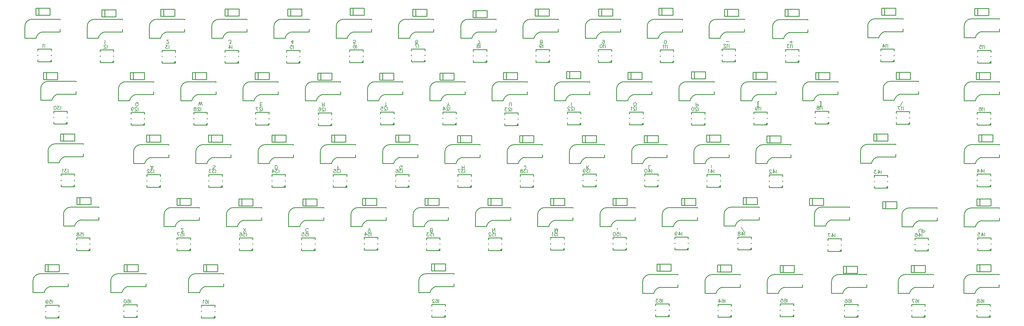
<source format=gbo>
G04 Layer: BottomSilkscreenLayer*
G04 EasyEDA v6.5.48, 2025-03-21 03:43:35*
G04 8df40c406dd64a40a88ac0f89ec13ad7,969951738f564c6b9e5867b4eeab67b3,10*
G04 Gerber Generator version 0.2*
G04 Scale: 100 percent, Rotated: No, Reflected: No *
G04 Dimensions in inches *
G04 leading zeros omitted , absolute positions ,3 integer and 6 decimal *
%FSLAX36Y36*%
%MOIN*%

%ADD10C,0.0060*%
%ADD11C,0.0100*%

%LPD*%
D10*
X1155240Y-855070D02*
G01*
X1155240Y-897970D01*
X1117240Y-855070D02*
G01*
X1137640Y-855070D01*
X1139740Y-873470D01*
X1137640Y-871370D01*
X1131540Y-869369D01*
X1125439Y-869369D01*
X1119239Y-871370D01*
X1115140Y-875470D01*
X1113140Y-881669D01*
X1113140Y-885670D01*
X1115140Y-891869D01*
X1119239Y-895970D01*
X1125439Y-897970D01*
X1131540Y-897970D01*
X1137640Y-895970D01*
X1139740Y-893870D01*
X1141739Y-889769D01*
X1089440Y-855070D02*
G01*
X1095540Y-857069D01*
X1097640Y-861170D01*
X1097640Y-865270D01*
X1095540Y-869369D01*
X1091440Y-871370D01*
X1083239Y-873470D01*
X1077139Y-875470D01*
X1073040Y-879569D01*
X1071040Y-883670D01*
X1071040Y-889769D01*
X1073040Y-893870D01*
X1075140Y-895970D01*
X1081239Y-897970D01*
X1089440Y-897970D01*
X1095540Y-895970D01*
X1097640Y-893870D01*
X1099639Y-889769D01*
X1099639Y-883670D01*
X1097640Y-879569D01*
X1093540Y-875470D01*
X1087340Y-873470D01*
X1079139Y-871370D01*
X1075140Y-869369D01*
X1073040Y-865270D01*
X1073040Y-861170D01*
X1075140Y-857069D01*
X1081239Y-855070D01*
X1089440Y-855070D01*
X2390240Y-855070D02*
G01*
X2390240Y-897970D01*
X2352240Y-855070D02*
G01*
X2372640Y-855070D01*
X2374740Y-873470D01*
X2372640Y-871370D01*
X2366540Y-869369D01*
X2360439Y-869369D01*
X2354240Y-871370D01*
X2350140Y-875470D01*
X2348140Y-881669D01*
X2348140Y-885670D01*
X2350140Y-891869D01*
X2354240Y-895970D01*
X2360439Y-897970D01*
X2366540Y-897970D01*
X2372640Y-895970D01*
X2374740Y-893870D01*
X2376740Y-889769D01*
X2306040Y-855070D02*
G01*
X2326440Y-897970D01*
X2334639Y-855070D02*
G01*
X2306040Y-855070D01*
X12220240Y-70070D02*
G01*
X12220240Y-112970D01*
X12186340Y-70070D02*
G01*
X12206740Y-98670D01*
X12176139Y-98670D01*
X12186340Y-70070D02*
G01*
X12186340Y-112970D01*
X12142140Y-70070D02*
G01*
X12162640Y-98670D01*
X12131940Y-98670D01*
X12142140Y-70070D02*
G01*
X12142140Y-112970D01*
X2020240Y-75070D02*
G01*
X2020240Y-117970D01*
X2002640Y-75070D02*
G01*
X1980140Y-75070D01*
X1992439Y-91370D01*
X1986340Y-91370D01*
X1982240Y-93470D01*
X1980140Y-95470D01*
X1978140Y-101669D01*
X1978140Y-105670D01*
X1980140Y-111869D01*
X1984239Y-115970D01*
X1990439Y-117970D01*
X1996540Y-117970D01*
X2002640Y-115970D01*
X2004740Y-113870D01*
X2006739Y-109769D01*
X1962640Y-85270D02*
G01*
X1962640Y-83170D01*
X1960540Y-79169D01*
X1958540Y-77069D01*
X1954440Y-75070D01*
X1946239Y-75070D01*
X1942139Y-77069D01*
X1940140Y-79169D01*
X1938040Y-83170D01*
X1938040Y-87269D01*
X1940140Y-91370D01*
X1944139Y-97570D01*
X1964639Y-117970D01*
X1936040Y-117970D01*
X965240Y-70070D02*
G01*
X965240Y-112970D01*
X947640Y-70070D02*
G01*
X925140Y-70070D01*
X937439Y-86370D01*
X931340Y-86370D01*
X927240Y-88470D01*
X925140Y-90470D01*
X923140Y-96669D01*
X923140Y-100670D01*
X925140Y-106869D01*
X929239Y-110970D01*
X935439Y-112970D01*
X941540Y-112970D01*
X947640Y-110970D01*
X949740Y-108870D01*
X951739Y-104769D01*
X909639Y-78170D02*
G01*
X905540Y-76170D01*
X899440Y-70070D01*
X899440Y-112970D01*
X12215240Y-1675070D02*
G01*
X12215240Y-1717970D01*
X12177240Y-1681170D02*
G01*
X12179240Y-1677069D01*
X12185339Y-1675070D01*
X12189440Y-1675070D01*
X12195640Y-1677069D01*
X12199740Y-1683270D01*
X12201740Y-1693470D01*
X12201740Y-1703670D01*
X12199740Y-1711869D01*
X12195640Y-1715970D01*
X12189440Y-1717970D01*
X12187439Y-1717970D01*
X12181239Y-1715970D01*
X12177240Y-1711869D01*
X12175140Y-1705770D01*
X12175140Y-1703670D01*
X12177240Y-1697570D01*
X12181239Y-1693470D01*
X12187439Y-1691469D01*
X12189440Y-1691469D01*
X12195640Y-1693470D01*
X12199740Y-1697570D01*
X12201740Y-1703670D01*
X12151440Y-1675070D02*
G01*
X12157539Y-1677069D01*
X12159640Y-1681170D01*
X12159640Y-1685270D01*
X12157539Y-1689369D01*
X12153440Y-1691469D01*
X12145240Y-1693470D01*
X12139139Y-1695470D01*
X12135039Y-1699569D01*
X12133040Y-1703670D01*
X12133040Y-1709870D01*
X12135039Y-1713969D01*
X12137140Y-1715970D01*
X12143239Y-1717970D01*
X12151440Y-1717970D01*
X12157539Y-1715970D01*
X12159640Y-1713969D01*
X12161639Y-1709870D01*
X12161639Y-1703670D01*
X12159640Y-1699569D01*
X12155540Y-1695470D01*
X12149340Y-1693470D01*
X12141239Y-1691469D01*
X12137140Y-1689369D01*
X12135039Y-1685270D01*
X12135039Y-1681170D01*
X12137140Y-1677069D01*
X12143239Y-1675070D01*
X12151440Y-1675070D01*
X11415240Y-1675070D02*
G01*
X11415240Y-1717970D01*
X11377240Y-1681170D02*
G01*
X11379240Y-1677069D01*
X11385339Y-1675070D01*
X11389440Y-1675070D01*
X11395640Y-1677069D01*
X11399740Y-1683270D01*
X11401740Y-1693470D01*
X11401740Y-1703670D01*
X11399740Y-1711869D01*
X11395640Y-1715970D01*
X11389440Y-1717970D01*
X11387439Y-1717970D01*
X11381239Y-1715970D01*
X11377240Y-1711869D01*
X11375140Y-1705770D01*
X11375140Y-1703670D01*
X11377240Y-1697570D01*
X11381239Y-1693470D01*
X11387439Y-1691469D01*
X11389440Y-1691469D01*
X11395640Y-1693470D01*
X11399740Y-1697570D01*
X11401740Y-1703670D01*
X11333040Y-1675070D02*
G01*
X11353440Y-1717970D01*
X11361639Y-1675070D02*
G01*
X11333040Y-1675070D01*
X10590240Y-1675070D02*
G01*
X10590240Y-1717970D01*
X10552240Y-1681170D02*
G01*
X10554240Y-1677069D01*
X10560339Y-1675070D01*
X10564440Y-1675070D01*
X10570640Y-1677069D01*
X10574740Y-1683270D01*
X10576740Y-1693470D01*
X10576740Y-1703670D01*
X10574740Y-1711869D01*
X10570640Y-1715970D01*
X10564440Y-1717970D01*
X10562439Y-1717970D01*
X10556239Y-1715970D01*
X10552240Y-1711869D01*
X10550140Y-1705770D01*
X10550140Y-1703670D01*
X10552240Y-1697570D01*
X10556239Y-1693470D01*
X10562439Y-1691469D01*
X10564440Y-1691469D01*
X10570640Y-1693470D01*
X10574740Y-1697570D01*
X10576740Y-1703670D01*
X10512140Y-1681170D02*
G01*
X10514139Y-1677069D01*
X10520240Y-1675070D01*
X10524340Y-1675070D01*
X10530540Y-1677069D01*
X10534640Y-1683270D01*
X10536639Y-1693470D01*
X10536639Y-1703670D01*
X10534640Y-1711869D01*
X10530540Y-1715970D01*
X10524340Y-1717970D01*
X10522340Y-1717970D01*
X10516239Y-1715970D01*
X10512140Y-1711869D01*
X10510039Y-1705770D01*
X10510039Y-1703670D01*
X10512140Y-1697570D01*
X10516239Y-1693470D01*
X10522340Y-1691469D01*
X10524340Y-1691469D01*
X10530540Y-1693470D01*
X10534640Y-1697570D01*
X10536639Y-1703670D01*
X9800240Y-1670070D02*
G01*
X9800240Y-1712970D01*
X9762240Y-1676170D02*
G01*
X9764240Y-1672069D01*
X9770339Y-1670070D01*
X9774440Y-1670070D01*
X9780640Y-1672069D01*
X9784740Y-1678270D01*
X9786740Y-1688470D01*
X9786740Y-1698670D01*
X9784740Y-1706869D01*
X9780640Y-1710970D01*
X9774440Y-1712970D01*
X9772439Y-1712970D01*
X9766239Y-1710970D01*
X9762240Y-1706869D01*
X9760140Y-1700770D01*
X9760140Y-1698670D01*
X9762240Y-1692570D01*
X9766239Y-1688470D01*
X9772439Y-1686469D01*
X9774440Y-1686469D01*
X9780640Y-1688470D01*
X9784740Y-1692570D01*
X9786740Y-1698670D01*
X9722140Y-1670070D02*
G01*
X9742539Y-1670070D01*
X9744640Y-1688470D01*
X9742539Y-1686469D01*
X9736440Y-1684369D01*
X9730240Y-1684369D01*
X9724139Y-1686469D01*
X9720039Y-1690470D01*
X9718040Y-1696669D01*
X9718040Y-1700770D01*
X9720039Y-1706869D01*
X9724139Y-1710970D01*
X9730240Y-1712970D01*
X9736440Y-1712970D01*
X9742539Y-1710970D01*
X9744640Y-1708969D01*
X9746639Y-1704870D01*
X9035240Y-1675070D02*
G01*
X9035240Y-1717970D01*
X8997240Y-1681170D02*
G01*
X8999240Y-1677069D01*
X9005339Y-1675070D01*
X9009440Y-1675070D01*
X9015640Y-1677069D01*
X9019740Y-1683270D01*
X9021740Y-1693470D01*
X9021740Y-1703670D01*
X9019740Y-1711869D01*
X9015640Y-1715970D01*
X9009440Y-1717970D01*
X9007439Y-1717970D01*
X9001239Y-1715970D01*
X8997240Y-1711869D01*
X8995140Y-1705770D01*
X8995140Y-1703670D01*
X8997240Y-1697570D01*
X9001239Y-1693470D01*
X9007439Y-1691469D01*
X9009440Y-1691469D01*
X9015640Y-1693470D01*
X9019740Y-1697570D01*
X9021740Y-1703670D01*
X8961239Y-1675070D02*
G01*
X8981639Y-1703670D01*
X8950940Y-1703670D01*
X8961239Y-1675070D02*
G01*
X8961239Y-1717970D01*
X8270240Y-1670070D02*
G01*
X8270240Y-1712970D01*
X8232240Y-1676170D02*
G01*
X8234240Y-1672069D01*
X8240339Y-1670070D01*
X8244440Y-1670070D01*
X8250640Y-1672069D01*
X8254740Y-1678270D01*
X8256740Y-1688470D01*
X8256740Y-1698670D01*
X8254740Y-1706869D01*
X8250640Y-1710970D01*
X8244440Y-1712970D01*
X8242439Y-1712970D01*
X8236239Y-1710970D01*
X8232240Y-1706869D01*
X8230140Y-1700770D01*
X8230140Y-1698670D01*
X8232240Y-1692570D01*
X8236239Y-1688470D01*
X8242439Y-1686469D01*
X8244440Y-1686469D01*
X8250640Y-1688470D01*
X8254740Y-1692570D01*
X8256740Y-1698670D01*
X8212539Y-1670070D02*
G01*
X8190039Y-1670070D01*
X8202340Y-1686469D01*
X8196239Y-1686469D01*
X8192139Y-1688470D01*
X8190039Y-1690470D01*
X8188040Y-1696669D01*
X8188040Y-1700770D01*
X8190039Y-1706869D01*
X8194139Y-1710970D01*
X8200240Y-1712970D01*
X8206440Y-1712970D01*
X8212539Y-1710970D01*
X8214639Y-1708969D01*
X8216639Y-1704870D01*
X5520240Y-1675070D02*
G01*
X5520240Y-1717970D01*
X5482240Y-1681170D02*
G01*
X5484240Y-1677069D01*
X5490339Y-1675070D01*
X5494440Y-1675070D01*
X5500640Y-1677069D01*
X5504740Y-1683270D01*
X5506740Y-1693470D01*
X5506740Y-1703670D01*
X5504740Y-1711869D01*
X5500640Y-1715970D01*
X5494440Y-1717970D01*
X5492439Y-1717970D01*
X5486239Y-1715970D01*
X5482240Y-1711869D01*
X5480140Y-1705770D01*
X5480140Y-1703670D01*
X5482240Y-1697570D01*
X5486239Y-1693470D01*
X5492439Y-1691469D01*
X5494440Y-1691469D01*
X5500640Y-1693470D01*
X5504740Y-1697570D01*
X5506740Y-1703670D01*
X5464639Y-1685270D02*
G01*
X5464639Y-1683270D01*
X5462539Y-1679169D01*
X5460540Y-1677069D01*
X5456440Y-1675070D01*
X5448239Y-1675070D01*
X5444139Y-1677069D01*
X5442139Y-1679169D01*
X5440039Y-1683270D01*
X5440039Y-1687370D01*
X5442139Y-1691469D01*
X5446239Y-1697570D01*
X5466639Y-1717970D01*
X5438040Y-1717970D01*
X2690240Y-1685070D02*
G01*
X2690240Y-1727970D01*
X2652240Y-1691170D02*
G01*
X2654240Y-1687069D01*
X2660339Y-1685070D01*
X2664440Y-1685070D01*
X2670640Y-1687069D01*
X2674740Y-1693270D01*
X2676740Y-1703470D01*
X2676740Y-1713670D01*
X2674740Y-1721869D01*
X2670640Y-1725970D01*
X2664440Y-1727970D01*
X2662439Y-1727970D01*
X2656239Y-1725970D01*
X2652240Y-1721869D01*
X2650140Y-1715770D01*
X2650140Y-1713670D01*
X2652240Y-1707570D01*
X2656239Y-1703470D01*
X2662439Y-1701469D01*
X2664440Y-1701469D01*
X2670640Y-1703470D01*
X2674740Y-1707570D01*
X2676740Y-1713670D01*
X2636639Y-1693270D02*
G01*
X2632539Y-1691170D01*
X2626440Y-1685070D01*
X2626440Y-1727970D01*
X1735240Y-1680070D02*
G01*
X1735240Y-1722970D01*
X1697240Y-1686170D02*
G01*
X1699239Y-1682069D01*
X1705339Y-1680070D01*
X1709440Y-1680070D01*
X1715640Y-1682069D01*
X1719740Y-1688270D01*
X1721739Y-1698470D01*
X1721739Y-1708670D01*
X1719740Y-1716869D01*
X1715640Y-1720970D01*
X1709440Y-1722970D01*
X1707439Y-1722970D01*
X1701239Y-1720970D01*
X1697240Y-1716869D01*
X1695140Y-1710770D01*
X1695140Y-1708670D01*
X1697240Y-1702570D01*
X1701239Y-1698470D01*
X1707439Y-1696469D01*
X1709440Y-1696469D01*
X1715640Y-1698470D01*
X1719740Y-1702570D01*
X1721739Y-1708670D01*
X1669340Y-1680070D02*
G01*
X1675540Y-1682069D01*
X1679639Y-1688270D01*
X1681639Y-1698470D01*
X1681639Y-1704569D01*
X1679639Y-1714870D01*
X1675540Y-1720970D01*
X1669340Y-1722970D01*
X1665240Y-1722970D01*
X1659139Y-1720970D01*
X1655039Y-1714870D01*
X1653040Y-1704569D01*
X1653040Y-1698470D01*
X1655039Y-1688270D01*
X1659139Y-1682069D01*
X1665240Y-1680070D01*
X1669340Y-1680070D01*
X775240Y-1685070D02*
G01*
X775240Y-1727970D01*
X737240Y-1685070D02*
G01*
X757640Y-1685070D01*
X759740Y-1703470D01*
X757640Y-1701469D01*
X751540Y-1699369D01*
X745340Y-1699369D01*
X739239Y-1701469D01*
X735140Y-1705470D01*
X733139Y-1711669D01*
X733139Y-1715770D01*
X735140Y-1721869D01*
X739239Y-1725970D01*
X745340Y-1727970D01*
X751540Y-1727970D01*
X757640Y-1725970D01*
X759740Y-1723969D01*
X761739Y-1719870D01*
X693040Y-1699369D02*
G01*
X695039Y-1705470D01*
X699140Y-1709569D01*
X705239Y-1711669D01*
X707339Y-1711669D01*
X713440Y-1709569D01*
X717539Y-1705470D01*
X719639Y-1699369D01*
X719639Y-1697370D01*
X717539Y-1691170D01*
X713440Y-1687069D01*
X707339Y-1685070D01*
X705239Y-1685070D01*
X699140Y-1687069D01*
X695039Y-1691170D01*
X693040Y-1699369D01*
X693040Y-1709569D01*
X695039Y-1719870D01*
X699140Y-1725970D01*
X705239Y-1727970D01*
X709340Y-1727970D01*
X715540Y-1725970D01*
X717539Y-1721869D01*
X3155240Y-855070D02*
G01*
X3155240Y-897970D01*
X3117240Y-855070D02*
G01*
X3137640Y-855070D01*
X3139740Y-873470D01*
X3137640Y-871469D01*
X3131540Y-869369D01*
X3125339Y-869369D01*
X3119240Y-871469D01*
X3115140Y-875470D01*
X3113140Y-881669D01*
X3113140Y-885770D01*
X3115140Y-891869D01*
X3119240Y-895970D01*
X3125339Y-897970D01*
X3131540Y-897970D01*
X3137640Y-895970D01*
X3139740Y-893969D01*
X3141740Y-889870D01*
X3075039Y-861170D02*
G01*
X3077139Y-857069D01*
X3083239Y-855070D01*
X3087340Y-855070D01*
X3093440Y-857069D01*
X3097539Y-863270D01*
X3099639Y-873470D01*
X3099639Y-883670D01*
X3097539Y-891869D01*
X3093440Y-895970D01*
X3087340Y-897970D01*
X3085240Y-897970D01*
X3079139Y-895970D01*
X3075039Y-891869D01*
X3073040Y-885770D01*
X3073040Y-883670D01*
X3075039Y-877570D01*
X3079139Y-873470D01*
X3085240Y-871469D01*
X3087340Y-871469D01*
X3093440Y-873470D01*
X3097539Y-877570D01*
X3099639Y-883670D01*
X3920240Y-855070D02*
G01*
X3920240Y-897970D01*
X3882240Y-855070D02*
G01*
X3902640Y-855070D01*
X3904740Y-873470D01*
X3902640Y-871469D01*
X3896540Y-869369D01*
X3890339Y-869369D01*
X3884240Y-871469D01*
X3880140Y-875470D01*
X3878140Y-881669D01*
X3878140Y-885770D01*
X3880140Y-891869D01*
X3884240Y-895970D01*
X3890339Y-897970D01*
X3896540Y-897970D01*
X3902640Y-895970D01*
X3904740Y-893969D01*
X3906740Y-889870D01*
X3840039Y-855070D02*
G01*
X3860540Y-855070D01*
X3862539Y-873470D01*
X3860540Y-871469D01*
X3854340Y-869369D01*
X3848239Y-869369D01*
X3842139Y-871469D01*
X3838040Y-875470D01*
X3835940Y-881669D01*
X3835940Y-885770D01*
X3838040Y-891869D01*
X3842139Y-895970D01*
X3848239Y-897970D01*
X3854340Y-897970D01*
X3860540Y-895970D01*
X3862539Y-893969D01*
X3864639Y-889870D01*
X4690240Y-850070D02*
G01*
X4690240Y-892970D01*
X4652240Y-850070D02*
G01*
X4672640Y-850070D01*
X4674740Y-868470D01*
X4672640Y-866469D01*
X4666540Y-864369D01*
X4660339Y-864369D01*
X4654240Y-866469D01*
X4650140Y-870470D01*
X4648140Y-876669D01*
X4648140Y-880770D01*
X4650140Y-886869D01*
X4654240Y-890970D01*
X4660339Y-892970D01*
X4666540Y-892970D01*
X4672640Y-890970D01*
X4674740Y-888969D01*
X4676740Y-884870D01*
X4614139Y-850070D02*
G01*
X4634639Y-878670D01*
X4603940Y-878670D01*
X4614139Y-850070D02*
G01*
X4614139Y-892970D01*
X5455240Y-855070D02*
G01*
X5455240Y-897970D01*
X5417240Y-855070D02*
G01*
X5437640Y-855070D01*
X5439740Y-873470D01*
X5437640Y-871469D01*
X5431540Y-869369D01*
X5425339Y-869369D01*
X5419240Y-871469D01*
X5415140Y-875470D01*
X5413140Y-881669D01*
X5413140Y-885770D01*
X5415140Y-891869D01*
X5419240Y-895970D01*
X5425339Y-897970D01*
X5431540Y-897970D01*
X5437640Y-895970D01*
X5439740Y-893969D01*
X5441740Y-889870D01*
X5395540Y-855070D02*
G01*
X5373040Y-855070D01*
X5385240Y-871469D01*
X5379139Y-871469D01*
X5375039Y-873470D01*
X5373040Y-875470D01*
X5370940Y-881669D01*
X5370940Y-885770D01*
X5373040Y-891869D01*
X5377139Y-895970D01*
X5383239Y-897970D01*
X5389340Y-897970D01*
X5395540Y-895970D01*
X5397539Y-893969D01*
X5399639Y-889870D01*
X6215240Y-855070D02*
G01*
X6215240Y-897970D01*
X6177240Y-855070D02*
G01*
X6197640Y-855070D01*
X6199740Y-873470D01*
X6197640Y-871469D01*
X6191540Y-869369D01*
X6185339Y-869369D01*
X6179240Y-871469D01*
X6175140Y-875470D01*
X6173140Y-881669D01*
X6173140Y-885770D01*
X6175140Y-891869D01*
X6179240Y-895970D01*
X6185339Y-897970D01*
X6191540Y-897970D01*
X6197640Y-895970D01*
X6199740Y-893969D01*
X6201740Y-889870D01*
X6157539Y-865270D02*
G01*
X6157539Y-863270D01*
X6155540Y-859169D01*
X6153440Y-857069D01*
X6149340Y-855070D01*
X6141239Y-855070D01*
X6137139Y-857069D01*
X6135039Y-859169D01*
X6133040Y-863270D01*
X6133040Y-867370D01*
X6135039Y-871469D01*
X6139139Y-877570D01*
X6159639Y-897970D01*
X6130940Y-897970D01*
X6980240Y-850070D02*
G01*
X6980240Y-892970D01*
X6942240Y-850070D02*
G01*
X6962640Y-850070D01*
X6964740Y-868470D01*
X6962640Y-866469D01*
X6956540Y-864369D01*
X6950339Y-864369D01*
X6944240Y-866469D01*
X6940140Y-870470D01*
X6938140Y-876669D01*
X6938140Y-880770D01*
X6940140Y-886869D01*
X6944240Y-890970D01*
X6950339Y-892970D01*
X6956540Y-892970D01*
X6962640Y-890970D01*
X6964740Y-888969D01*
X6966740Y-884870D01*
X6924639Y-858270D02*
G01*
X6920540Y-856170D01*
X6914340Y-850070D01*
X6914340Y-892970D01*
X7745240Y-850070D02*
G01*
X7745240Y-892970D01*
X7707240Y-850070D02*
G01*
X7727640Y-850070D01*
X7729740Y-868470D01*
X7727640Y-866469D01*
X7721540Y-864369D01*
X7715339Y-864369D01*
X7709240Y-866469D01*
X7705140Y-870470D01*
X7703140Y-876669D01*
X7703140Y-880770D01*
X7705140Y-886869D01*
X7709240Y-890970D01*
X7715339Y-892970D01*
X7721540Y-892970D01*
X7727640Y-890970D01*
X7729740Y-888969D01*
X7731740Y-884870D01*
X7677340Y-850070D02*
G01*
X7683440Y-852069D01*
X7687539Y-858270D01*
X7689639Y-868470D01*
X7689639Y-874569D01*
X7687539Y-884870D01*
X7683440Y-890970D01*
X7677340Y-892970D01*
X7673239Y-892970D01*
X7667139Y-890970D01*
X7663040Y-884870D01*
X7660940Y-874569D01*
X7660940Y-868470D01*
X7663040Y-858270D01*
X7667139Y-852069D01*
X7673239Y-850070D01*
X7677340Y-850070D01*
X8505240Y-845070D02*
G01*
X8505240Y-887970D01*
X8471239Y-845070D02*
G01*
X8491740Y-873670D01*
X8461040Y-873670D01*
X8471239Y-845070D02*
G01*
X8471239Y-887970D01*
X8420940Y-859369D02*
G01*
X8423040Y-865470D01*
X8427140Y-869569D01*
X8433239Y-871669D01*
X8435240Y-871669D01*
X8441440Y-869569D01*
X8445540Y-865470D01*
X8447539Y-859369D01*
X8447539Y-857370D01*
X8445540Y-851170D01*
X8441440Y-847069D01*
X8435240Y-845070D01*
X8433239Y-845070D01*
X8427140Y-847069D01*
X8423040Y-851170D01*
X8420940Y-859369D01*
X8420940Y-869569D01*
X8423040Y-879870D01*
X8427140Y-885970D01*
X8433239Y-887970D01*
X8437340Y-887970D01*
X8443440Y-885970D01*
X8445540Y-881869D01*
X9280240Y-845070D02*
G01*
X9280240Y-887970D01*
X9246239Y-845070D02*
G01*
X9266740Y-873670D01*
X9236040Y-873670D01*
X9246239Y-845070D02*
G01*
X9246239Y-887970D01*
X9212340Y-845070D02*
G01*
X9218440Y-847069D01*
X9220540Y-851170D01*
X9220540Y-855270D01*
X9218440Y-859369D01*
X9214340Y-861469D01*
X9206239Y-863470D01*
X9200039Y-865470D01*
X9195940Y-869569D01*
X9193940Y-873670D01*
X9193940Y-879870D01*
X9195940Y-883969D01*
X9198040Y-885970D01*
X9204139Y-887970D01*
X9212340Y-887970D01*
X9218440Y-885970D01*
X9220540Y-883969D01*
X9222539Y-879870D01*
X9222539Y-873670D01*
X9220540Y-869569D01*
X9216440Y-865470D01*
X9210240Y-863470D01*
X9202140Y-861469D01*
X9198040Y-859369D01*
X9195940Y-855270D01*
X9195940Y-851170D01*
X9198040Y-847069D01*
X9204139Y-845070D01*
X9212340Y-845070D01*
X10385240Y-865070D02*
G01*
X10385240Y-907970D01*
X10351239Y-865070D02*
G01*
X10371740Y-893670D01*
X10341040Y-893670D01*
X10351239Y-865070D02*
G01*
X10351239Y-907970D01*
X10298940Y-865070D02*
G01*
X10319340Y-907970D01*
X10327539Y-865070D02*
G01*
X10298940Y-865070D01*
X11455240Y-860070D02*
G01*
X11455240Y-902970D01*
X11421239Y-860070D02*
G01*
X11441740Y-888670D01*
X11411040Y-888670D01*
X11421239Y-860070D02*
G01*
X11421239Y-902970D01*
X11373040Y-866170D02*
G01*
X11375039Y-862069D01*
X11381239Y-860070D01*
X11385240Y-860070D01*
X11391440Y-862069D01*
X11395540Y-868270D01*
X11397539Y-878470D01*
X11397539Y-888670D01*
X11395540Y-896869D01*
X11391440Y-900970D01*
X11385240Y-902970D01*
X11383239Y-902970D01*
X11377140Y-900970D01*
X11373040Y-896869D01*
X11370940Y-890770D01*
X11370940Y-888670D01*
X11373040Y-882570D01*
X11377140Y-878470D01*
X11383239Y-876469D01*
X11385240Y-876469D01*
X11391440Y-878470D01*
X11395540Y-882570D01*
X11397539Y-888670D01*
X10955240Y-85070D02*
G01*
X10955240Y-127970D01*
X10921239Y-85070D02*
G01*
X10941740Y-113670D01*
X10911040Y-113670D01*
X10921239Y-85070D02*
G01*
X10921239Y-127970D01*
X10893440Y-85070D02*
G01*
X10870940Y-85070D01*
X10883239Y-101469D01*
X10877140Y-101469D01*
X10873040Y-103470D01*
X10870940Y-105470D01*
X10868940Y-111669D01*
X10868940Y-115770D01*
X10870940Y-121869D01*
X10875039Y-125970D01*
X10881239Y-127970D01*
X10887340Y-127970D01*
X10893440Y-125970D01*
X10895540Y-123969D01*
X10897539Y-119870D01*
X9665240Y-80070D02*
G01*
X9665240Y-122970D01*
X9631239Y-80070D02*
G01*
X9651740Y-108670D01*
X9621040Y-108670D01*
X9631239Y-80070D02*
G01*
X9631239Y-122970D01*
X9605540Y-90270D02*
G01*
X9605540Y-88270D01*
X9603440Y-84169D01*
X9601440Y-82069D01*
X9597340Y-80070D01*
X9589139Y-80070D01*
X9585039Y-82069D01*
X9583040Y-84169D01*
X9580940Y-88270D01*
X9580940Y-92370D01*
X9583040Y-96469D01*
X9587140Y-102570D01*
X9607539Y-122970D01*
X9578940Y-122970D01*
X8900240Y-75070D02*
G01*
X8900240Y-117970D01*
X8866239Y-75070D02*
G01*
X8886740Y-103670D01*
X8856040Y-103670D01*
X8866239Y-75070D02*
G01*
X8866239Y-117970D01*
X8842539Y-83270D02*
G01*
X8838440Y-81170D01*
X8832340Y-75070D01*
X8832340Y-117970D01*
X8135240Y-70070D02*
G01*
X8135240Y-112970D01*
X8101239Y-70070D02*
G01*
X8121740Y-98670D01*
X8091040Y-98670D01*
X8101239Y-70070D02*
G01*
X8101239Y-112970D01*
X8065240Y-70070D02*
G01*
X8071440Y-72069D01*
X8075540Y-78270D01*
X8077539Y-88470D01*
X8077539Y-94569D01*
X8075540Y-104870D01*
X8071440Y-110970D01*
X8065240Y-112970D01*
X8061239Y-112970D01*
X8055039Y-110970D01*
X8050940Y-104870D01*
X8048940Y-94569D01*
X8048940Y-88470D01*
X8050940Y-78270D01*
X8055039Y-72069D01*
X8061239Y-70070D01*
X8065240Y-70070D01*
X7375240Y-70070D02*
G01*
X7375240Y-112970D01*
X7357640Y-70070D02*
G01*
X7335140Y-70070D01*
X7347439Y-86469D01*
X7341239Y-86469D01*
X7337240Y-88470D01*
X7335140Y-90470D01*
X7333140Y-96669D01*
X7333140Y-100770D01*
X7335140Y-106869D01*
X7339240Y-110970D01*
X7345339Y-112970D01*
X7351540Y-112970D01*
X7357640Y-110970D01*
X7359740Y-108969D01*
X7361740Y-104870D01*
X7293040Y-84369D02*
G01*
X7295039Y-90470D01*
X7299139Y-94569D01*
X7305240Y-96669D01*
X7307340Y-96669D01*
X7313440Y-94569D01*
X7317539Y-90470D01*
X7319639Y-84369D01*
X7319639Y-82370D01*
X7317539Y-76170D01*
X7313440Y-72069D01*
X7307340Y-70070D01*
X7305240Y-70070D01*
X7299139Y-72069D01*
X7295039Y-76170D01*
X7293040Y-84369D01*
X7293040Y-94569D01*
X7295039Y-104870D01*
X7299139Y-110970D01*
X7305240Y-112970D01*
X7309340Y-112970D01*
X7315540Y-110970D01*
X7317539Y-106869D01*
X6605240Y-75070D02*
G01*
X6605240Y-117970D01*
X6587640Y-75070D02*
G01*
X6565140Y-75070D01*
X6577439Y-91469D01*
X6571239Y-91469D01*
X6567240Y-93470D01*
X6565140Y-95470D01*
X6563140Y-101669D01*
X6563140Y-105770D01*
X6565140Y-111869D01*
X6569240Y-115970D01*
X6575339Y-117970D01*
X6581540Y-117970D01*
X6587640Y-115970D01*
X6589740Y-113969D01*
X6591740Y-109870D01*
X6539340Y-75070D02*
G01*
X6545540Y-77069D01*
X6547539Y-81170D01*
X6547539Y-85270D01*
X6545540Y-89369D01*
X6541440Y-91469D01*
X6533239Y-93470D01*
X6527139Y-95470D01*
X6523040Y-99569D01*
X6520940Y-103670D01*
X6520940Y-109870D01*
X6523040Y-113969D01*
X6525039Y-115970D01*
X6531239Y-117970D01*
X6539340Y-117970D01*
X6545540Y-115970D01*
X6547539Y-113969D01*
X6549639Y-109870D01*
X6549639Y-103670D01*
X6547539Y-99569D01*
X6543440Y-95470D01*
X6537340Y-93470D01*
X6529139Y-91469D01*
X6525039Y-89369D01*
X6523040Y-85270D01*
X6523040Y-81170D01*
X6525039Y-77069D01*
X6531239Y-75070D01*
X6539340Y-75070D01*
X5840240Y-75070D02*
G01*
X5840240Y-117970D01*
X5822640Y-75070D02*
G01*
X5800140Y-75070D01*
X5812439Y-91469D01*
X5806239Y-91469D01*
X5802240Y-93470D01*
X5800140Y-95470D01*
X5798140Y-101669D01*
X5798140Y-105770D01*
X5800140Y-111869D01*
X5804240Y-115970D01*
X5810339Y-117970D01*
X5816540Y-117970D01*
X5822640Y-115970D01*
X5824740Y-113969D01*
X5826740Y-109870D01*
X5755940Y-75070D02*
G01*
X5776440Y-117970D01*
X5784639Y-75070D02*
G01*
X5755940Y-75070D01*
X5075240Y-75070D02*
G01*
X5075240Y-117970D01*
X5057640Y-75070D02*
G01*
X5035140Y-75070D01*
X5047439Y-91469D01*
X5041239Y-91469D01*
X5037240Y-93470D01*
X5035140Y-95470D01*
X5033140Y-101669D01*
X5033140Y-105770D01*
X5035140Y-111869D01*
X5039240Y-115970D01*
X5045339Y-117970D01*
X5051540Y-117970D01*
X5057640Y-115970D01*
X5059740Y-113969D01*
X5061740Y-109870D01*
X4995039Y-81170D02*
G01*
X4997139Y-77069D01*
X5003239Y-75070D01*
X5007340Y-75070D01*
X5013440Y-77069D01*
X5017539Y-83270D01*
X5019639Y-93470D01*
X5019639Y-103670D01*
X5017539Y-111869D01*
X5013440Y-115970D01*
X5007340Y-117970D01*
X5005240Y-117970D01*
X4999139Y-115970D01*
X4995039Y-111869D01*
X4993040Y-105770D01*
X4993040Y-103670D01*
X4995039Y-97570D01*
X4999139Y-93470D01*
X5005240Y-91469D01*
X5007340Y-91469D01*
X5013440Y-93470D01*
X5017539Y-97570D01*
X5019639Y-103670D01*
X4310240Y-75070D02*
G01*
X4310240Y-117970D01*
X4292640Y-75070D02*
G01*
X4270140Y-75070D01*
X4282439Y-91469D01*
X4276239Y-91469D01*
X4272240Y-93470D01*
X4270140Y-95470D01*
X4268140Y-101669D01*
X4268140Y-105770D01*
X4270140Y-111869D01*
X4274240Y-115970D01*
X4280339Y-117970D01*
X4286540Y-117970D01*
X4292640Y-115970D01*
X4294740Y-113969D01*
X4296740Y-109870D01*
X4230039Y-75070D02*
G01*
X4250540Y-75070D01*
X4252539Y-93470D01*
X4250540Y-91469D01*
X4244340Y-89369D01*
X4238239Y-89369D01*
X4232139Y-91469D01*
X4228040Y-95470D01*
X4225940Y-101669D01*
X4225940Y-105770D01*
X4228040Y-111869D01*
X4232139Y-115970D01*
X4238239Y-117970D01*
X4244340Y-117970D01*
X4250540Y-115970D01*
X4252539Y-113969D01*
X4254639Y-109870D01*
X3555240Y-75070D02*
G01*
X3555240Y-117970D01*
X3537640Y-75070D02*
G01*
X3515140Y-75070D01*
X3527439Y-91469D01*
X3521239Y-91469D01*
X3517240Y-93470D01*
X3515140Y-95470D01*
X3513140Y-101669D01*
X3513140Y-105770D01*
X3515140Y-111869D01*
X3519240Y-115970D01*
X3525339Y-117970D01*
X3531540Y-117970D01*
X3537640Y-115970D01*
X3539740Y-113969D01*
X3541740Y-109870D01*
X3479139Y-75070D02*
G01*
X3499639Y-103670D01*
X3468940Y-103670D01*
X3479139Y-75070D02*
G01*
X3479139Y-117970D01*
X2780240Y-75070D02*
G01*
X2780240Y-117970D01*
X2762640Y-75070D02*
G01*
X2740140Y-75070D01*
X2752439Y-91469D01*
X2746239Y-91469D01*
X2742240Y-93470D01*
X2740140Y-95470D01*
X2738140Y-101669D01*
X2738140Y-105770D01*
X2740140Y-111869D01*
X2744240Y-115970D01*
X2750339Y-117970D01*
X2756540Y-117970D01*
X2762640Y-115970D01*
X2764740Y-113969D01*
X2766740Y-109870D01*
X2720540Y-75070D02*
G01*
X2698040Y-75070D01*
X2710240Y-91469D01*
X2704139Y-91469D01*
X2700039Y-93470D01*
X2698040Y-95470D01*
X2695940Y-101669D01*
X2695940Y-105770D01*
X2698040Y-111869D01*
X2702139Y-115970D01*
X2708239Y-117970D01*
X2714340Y-117970D01*
X2720540Y-115970D01*
X2722539Y-113969D01*
X2724639Y-109870D01*
X875240Y704929D02*
G01*
X875240Y662029D01*
X857640Y704929D02*
G01*
X835140Y704929D01*
X847439Y688530D01*
X841239Y688530D01*
X837240Y686529D01*
X835140Y684529D01*
X833140Y678330D01*
X833140Y674229D01*
X835140Y668130D01*
X839239Y664029D01*
X845339Y662029D01*
X851540Y662029D01*
X857640Y664029D01*
X859740Y666030D01*
X861739Y670129D01*
X807340Y704929D02*
G01*
X813440Y702930D01*
X817539Y696729D01*
X819639Y686529D01*
X819639Y680430D01*
X817539Y670129D01*
X813440Y664029D01*
X807340Y662029D01*
X803239Y662029D01*
X797139Y664029D01*
X793040Y670129D01*
X790940Y680430D01*
X790940Y686529D01*
X793040Y696729D01*
X797139Y702930D01*
X803239Y704929D01*
X807340Y704929D01*
X12225240Y-855070D02*
G01*
X12225240Y-897970D01*
X12191340Y-855070D02*
G01*
X12211740Y-883670D01*
X12181139Y-883670D01*
X12191340Y-855070D02*
G01*
X12191340Y-897970D01*
X12143040Y-855070D02*
G01*
X12163540Y-855070D01*
X12165540Y-873470D01*
X12163540Y-871370D01*
X12157340Y-869369D01*
X12151239Y-869369D01*
X12145140Y-871370D01*
X12141040Y-875470D01*
X12138940Y-881669D01*
X12138940Y-885670D01*
X12141040Y-891869D01*
X12145140Y-895970D01*
X12151239Y-897970D01*
X12157340Y-897970D01*
X12163540Y-895970D01*
X12165540Y-893870D01*
X12167640Y-889769D01*
X1825240Y689929D02*
G01*
X1825240Y647029D01*
X1809740Y679729D02*
G01*
X1809740Y681729D01*
X1807640Y685830D01*
X1805640Y687930D01*
X1801540Y689929D01*
X1793339Y689929D01*
X1789239Y687930D01*
X1787240Y685830D01*
X1785140Y681729D01*
X1785140Y677629D01*
X1787240Y673530D01*
X1791239Y667429D01*
X1811739Y647029D01*
X1783140Y647029D01*
X1743040Y675630D02*
G01*
X1745039Y669529D01*
X1749139Y665430D01*
X1755240Y663330D01*
X1757340Y663330D01*
X1763440Y665430D01*
X1767539Y669529D01*
X1769639Y675630D01*
X1769639Y677629D01*
X1767539Y683829D01*
X1763440Y687930D01*
X1757340Y689929D01*
X1755240Y689929D01*
X1749139Y687930D01*
X1745039Y683829D01*
X1743040Y675630D01*
X1743040Y665430D01*
X1745039Y655129D01*
X1749139Y649029D01*
X1755240Y647029D01*
X1759340Y647029D01*
X1765540Y649029D01*
X1767539Y653130D01*
X2595240Y689929D02*
G01*
X2595240Y647029D01*
X2579740Y679729D02*
G01*
X2579740Y681729D01*
X2577640Y685830D01*
X2575640Y687930D01*
X2571540Y689929D01*
X2563339Y689929D01*
X2559240Y687930D01*
X2557240Y685830D01*
X2555140Y681729D01*
X2555140Y677629D01*
X2557240Y673530D01*
X2561239Y667429D01*
X2581740Y647029D01*
X2553140Y647029D01*
X2529340Y689929D02*
G01*
X2535540Y687930D01*
X2537539Y683829D01*
X2537539Y679729D01*
X2535540Y675630D01*
X2531440Y673530D01*
X2523239Y671529D01*
X2517139Y669529D01*
X2513040Y665430D01*
X2510940Y661329D01*
X2510940Y655129D01*
X2513040Y651030D01*
X2515039Y649029D01*
X2521239Y647029D01*
X2529340Y647029D01*
X2535540Y649029D01*
X2537539Y651030D01*
X2539639Y655129D01*
X2539639Y661329D01*
X2537539Y665430D01*
X2533440Y669529D01*
X2527340Y671529D01*
X2519139Y673530D01*
X2515039Y675630D01*
X2513040Y679729D01*
X2513040Y683829D01*
X2515039Y687930D01*
X2521239Y689929D01*
X2529340Y689929D01*
X3355240Y689929D02*
G01*
X3355240Y647029D01*
X3339740Y679729D02*
G01*
X3339740Y681729D01*
X3337640Y685830D01*
X3335640Y687930D01*
X3331540Y689929D01*
X3323339Y689929D01*
X3319240Y687930D01*
X3317240Y685830D01*
X3315140Y681729D01*
X3315140Y677629D01*
X3317240Y673530D01*
X3321239Y667429D01*
X3341740Y647029D01*
X3313140Y647029D01*
X3270940Y689929D02*
G01*
X3291440Y647029D01*
X3299639Y689929D02*
G01*
X3270940Y689929D01*
X4125240Y684929D02*
G01*
X4125240Y642029D01*
X4109740Y674729D02*
G01*
X4109740Y676729D01*
X4107640Y680830D01*
X4105640Y682930D01*
X4101540Y684929D01*
X4093339Y684929D01*
X4089240Y682930D01*
X4087240Y680830D01*
X4085140Y676729D01*
X4085140Y672629D01*
X4087240Y668530D01*
X4091239Y662429D01*
X4111740Y642029D01*
X4083140Y642029D01*
X4045039Y678829D02*
G01*
X4047139Y682930D01*
X4053239Y684929D01*
X4057340Y684929D01*
X4063440Y682930D01*
X4067539Y676729D01*
X4069639Y666529D01*
X4069639Y656329D01*
X4067539Y648130D01*
X4063440Y644029D01*
X4057340Y642029D01*
X4055240Y642029D01*
X4049139Y644029D01*
X4045039Y648130D01*
X4043040Y654229D01*
X4043040Y656329D01*
X4045039Y662429D01*
X4049139Y666529D01*
X4055240Y668530D01*
X4057340Y668530D01*
X4063440Y666529D01*
X4067539Y662429D01*
X4069639Y656329D01*
X4890240Y694929D02*
G01*
X4890240Y652029D01*
X4874740Y684729D02*
G01*
X4874740Y686729D01*
X4872640Y690830D01*
X4870640Y692930D01*
X4866540Y694929D01*
X4858339Y694929D01*
X4854240Y692930D01*
X4852240Y690830D01*
X4850140Y686729D01*
X4850140Y682629D01*
X4852240Y678530D01*
X4856239Y672429D01*
X4876740Y652029D01*
X4848140Y652029D01*
X4810039Y694929D02*
G01*
X4830540Y694929D01*
X4832539Y676529D01*
X4830540Y678530D01*
X4824340Y680630D01*
X4818239Y680630D01*
X4812139Y678530D01*
X4808040Y674529D01*
X4805940Y668330D01*
X4805940Y664229D01*
X4808040Y658130D01*
X4812139Y654029D01*
X4818239Y652029D01*
X4824340Y652029D01*
X4830540Y654029D01*
X4832539Y656030D01*
X4834639Y660129D01*
X5655240Y694929D02*
G01*
X5655240Y652029D01*
X5639740Y684729D02*
G01*
X5639740Y686729D01*
X5637640Y690830D01*
X5635640Y692930D01*
X5631540Y694929D01*
X5623339Y694929D01*
X5619240Y692930D01*
X5617240Y690830D01*
X5615140Y686729D01*
X5615140Y682629D01*
X5617240Y678530D01*
X5621239Y672429D01*
X5641740Y652029D01*
X5613140Y652029D01*
X5579139Y694929D02*
G01*
X5599639Y666329D01*
X5568940Y666329D01*
X5579139Y694929D02*
G01*
X5579139Y652029D01*
X6415240Y684929D02*
G01*
X6415240Y642029D01*
X6399740Y674729D02*
G01*
X6399740Y676729D01*
X6397640Y680830D01*
X6395640Y682930D01*
X6391540Y684929D01*
X6383339Y684929D01*
X6379240Y682930D01*
X6377240Y680830D01*
X6375140Y676729D01*
X6375140Y672629D01*
X6377240Y668530D01*
X6381239Y662429D01*
X6401740Y642029D01*
X6373140Y642029D01*
X6355540Y684929D02*
G01*
X6333040Y684929D01*
X6345240Y668530D01*
X6339139Y668530D01*
X6335039Y666529D01*
X6333040Y664529D01*
X6330940Y658330D01*
X6330940Y654229D01*
X6333040Y648130D01*
X6337139Y644029D01*
X6343239Y642029D01*
X6349340Y642029D01*
X6355540Y644029D01*
X6357539Y646030D01*
X6359639Y650129D01*
X7185240Y694929D02*
G01*
X7185240Y652029D01*
X7169740Y684729D02*
G01*
X7169740Y686729D01*
X7167640Y690830D01*
X7165640Y692930D01*
X7161540Y694929D01*
X7153339Y694929D01*
X7149240Y692930D01*
X7147240Y690830D01*
X7145140Y686729D01*
X7145140Y682629D01*
X7147240Y678530D01*
X7151239Y672429D01*
X7171740Y652029D01*
X7143140Y652029D01*
X7127539Y684729D02*
G01*
X7127539Y686729D01*
X7125540Y690830D01*
X7123440Y692930D01*
X7119340Y694929D01*
X7111239Y694929D01*
X7107139Y692930D01*
X7105039Y690830D01*
X7103040Y686729D01*
X7103040Y682629D01*
X7105039Y678530D01*
X7109139Y672429D01*
X7129639Y652029D01*
X7100940Y652029D01*
X7950240Y694929D02*
G01*
X7950240Y652029D01*
X7934740Y684729D02*
G01*
X7934740Y686729D01*
X7932640Y690830D01*
X7930640Y692930D01*
X7926540Y694929D01*
X7918339Y694929D01*
X7914240Y692930D01*
X7912240Y690830D01*
X7910140Y686729D01*
X7910140Y682629D01*
X7912240Y678530D01*
X7916239Y672429D01*
X7936740Y652029D01*
X7908140Y652029D01*
X7894639Y686729D02*
G01*
X7890540Y688829D01*
X7884340Y694929D01*
X7884340Y652029D01*
X8710240Y689929D02*
G01*
X8710240Y647029D01*
X8694740Y679729D02*
G01*
X8694740Y681729D01*
X8692640Y685830D01*
X8690640Y687930D01*
X8686540Y689929D01*
X8678339Y689929D01*
X8674240Y687930D01*
X8672240Y685830D01*
X8670140Y681729D01*
X8670140Y677629D01*
X8672240Y673530D01*
X8676239Y667429D01*
X8696740Y647029D01*
X8668140Y647029D01*
X8642340Y689929D02*
G01*
X8648440Y687930D01*
X8652539Y681729D01*
X8654640Y671529D01*
X8654640Y665430D01*
X8652539Y655129D01*
X8648440Y649029D01*
X8642340Y647029D01*
X8638239Y647029D01*
X8632140Y649029D01*
X8628040Y655129D01*
X8625940Y665430D01*
X8625940Y671529D01*
X8628040Y681729D01*
X8632140Y687930D01*
X8638239Y689929D01*
X8642340Y689929D01*
X9475240Y694929D02*
G01*
X9475240Y652029D01*
X9461740Y686729D02*
G01*
X9457640Y688829D01*
X9451540Y694929D01*
X9451540Y652029D01*
X9411440Y680630D02*
G01*
X9413440Y674529D01*
X9417539Y670430D01*
X9423739Y668330D01*
X9425739Y668330D01*
X9431840Y670430D01*
X9435940Y674529D01*
X9438040Y680630D01*
X9438040Y682629D01*
X9435940Y688829D01*
X9431840Y692930D01*
X9425739Y694929D01*
X9423739Y694929D01*
X9417539Y692930D01*
X9413440Y688829D01*
X9411440Y680630D01*
X9411440Y670430D01*
X9413440Y660129D01*
X9417539Y654029D01*
X9423739Y652029D01*
X9427740Y652029D01*
X9433940Y654029D01*
X9435940Y658130D01*
X10230240Y704929D02*
G01*
X10230240Y662029D01*
X10216740Y696729D02*
G01*
X10212640Y698829D01*
X10206540Y704929D01*
X10206540Y662029D01*
X10182740Y704929D02*
G01*
X10188940Y702930D01*
X10190940Y698829D01*
X10190940Y694729D01*
X10188940Y690630D01*
X10184840Y688530D01*
X10176639Y686529D01*
X10170540Y684529D01*
X10166440Y680430D01*
X10164340Y676329D01*
X10164340Y670129D01*
X10166440Y666030D01*
X10168440Y664029D01*
X10174640Y662029D01*
X10182740Y662029D01*
X10188940Y664029D01*
X10190940Y666030D01*
X10193040Y670129D01*
X10193040Y676329D01*
X10190940Y680430D01*
X10186840Y684529D01*
X10180739Y686529D01*
X10172539Y688530D01*
X10168440Y690630D01*
X10166440Y694729D01*
X10166440Y698829D01*
X10168440Y702930D01*
X10174640Y704929D01*
X10182740Y704929D01*
X11225240Y699929D02*
G01*
X11225240Y657029D01*
X11211740Y691729D02*
G01*
X11207640Y693829D01*
X11201540Y699929D01*
X11201540Y657029D01*
X11159340Y699929D02*
G01*
X11179840Y657029D01*
X11188040Y699929D02*
G01*
X11159340Y699929D01*
X12220240Y689929D02*
G01*
X12220240Y647029D01*
X12206740Y681729D02*
G01*
X12202640Y683829D01*
X12196540Y689929D01*
X12196540Y647029D01*
X12158440Y683829D02*
G01*
X12160540Y687930D01*
X12166639Y689929D01*
X12170739Y689929D01*
X12176840Y687930D01*
X12180940Y681729D01*
X12183040Y671529D01*
X12183040Y661329D01*
X12180940Y653130D01*
X12176840Y649029D01*
X12170739Y647029D01*
X12168739Y647029D01*
X12162539Y649029D01*
X12158440Y653130D01*
X12156440Y659229D01*
X12156440Y661329D01*
X12158440Y667429D01*
X12162539Y671529D01*
X12168739Y673530D01*
X12170739Y673530D01*
X12176840Y671529D01*
X12180940Y667429D01*
X12183040Y661329D01*
X12225240Y1454929D02*
G01*
X12225240Y1412029D01*
X12211740Y1446729D02*
G01*
X12207640Y1448829D01*
X12201540Y1454929D01*
X12201540Y1412029D01*
X12163440Y1454929D02*
G01*
X12183940Y1454929D01*
X12185940Y1436529D01*
X12183940Y1438530D01*
X12177740Y1440630D01*
X12171639Y1440630D01*
X12165540Y1438530D01*
X12161440Y1434529D01*
X12159340Y1428330D01*
X12159340Y1424229D01*
X12161440Y1418130D01*
X12165540Y1414029D01*
X12171639Y1412029D01*
X12177740Y1412029D01*
X12183940Y1414029D01*
X12185940Y1416030D01*
X12188040Y1420129D01*
X11035240Y1469929D02*
G01*
X11035240Y1427029D01*
X11021740Y1461729D02*
G01*
X11017640Y1463829D01*
X11011540Y1469929D01*
X11011540Y1427029D01*
X10977539Y1469929D02*
G01*
X10998040Y1441329D01*
X10967340Y1441329D01*
X10977539Y1469929D02*
G01*
X10977539Y1427029D01*
X9865240Y1464929D02*
G01*
X9865240Y1422029D01*
X9851740Y1456729D02*
G01*
X9847640Y1458829D01*
X9841540Y1464929D01*
X9841540Y1422029D01*
X9823940Y1464929D02*
G01*
X9801440Y1464929D01*
X9813739Y1448530D01*
X9807539Y1448530D01*
X9803440Y1446529D01*
X9801440Y1444529D01*
X9799340Y1438330D01*
X9799340Y1434229D01*
X9801440Y1428130D01*
X9805540Y1424029D01*
X9811639Y1422029D01*
X9817740Y1422029D01*
X9823940Y1424029D01*
X9825940Y1426030D01*
X9828040Y1430129D01*
X9085240Y1469929D02*
G01*
X9085240Y1427029D01*
X9071740Y1461729D02*
G01*
X9067640Y1463829D01*
X9061540Y1469929D01*
X9061540Y1427029D01*
X9045940Y1459729D02*
G01*
X9045940Y1461729D01*
X9043940Y1465830D01*
X9041840Y1467930D01*
X9037740Y1469929D01*
X9029640Y1469929D01*
X9025540Y1467930D01*
X9023440Y1465830D01*
X9021440Y1461729D01*
X9021440Y1457629D01*
X9023440Y1453530D01*
X9027539Y1447429D01*
X9048040Y1427029D01*
X9019340Y1427029D01*
X8325240Y1459929D02*
G01*
X8325240Y1417029D01*
X8311740Y1451729D02*
G01*
X8307640Y1453829D01*
X8301540Y1459929D01*
X8301540Y1417029D01*
X8288040Y1451729D02*
G01*
X8283940Y1453829D01*
X8277740Y1459929D01*
X8277740Y1417029D01*
X7565240Y1464929D02*
G01*
X7565240Y1422029D01*
X7551740Y1456729D02*
G01*
X7547640Y1458829D01*
X7541540Y1464929D01*
X7541540Y1422029D01*
X7515739Y1464929D02*
G01*
X7521840Y1462930D01*
X7525940Y1456729D01*
X7528040Y1446529D01*
X7528040Y1440430D01*
X7525940Y1430129D01*
X7521840Y1424029D01*
X7515739Y1422029D01*
X7511639Y1422029D01*
X7505540Y1424029D01*
X7501440Y1430129D01*
X7499340Y1440430D01*
X7499340Y1446529D01*
X7501440Y1456729D01*
X7505540Y1462930D01*
X7511639Y1464929D01*
X7515739Y1464929D01*
X6800240Y1464929D02*
G01*
X6800240Y1422029D01*
X6760140Y1450630D02*
G01*
X6762240Y1444529D01*
X6766239Y1440430D01*
X6772439Y1438330D01*
X6774440Y1438330D01*
X6780640Y1440430D01*
X6784740Y1444529D01*
X6786740Y1450630D01*
X6786740Y1452629D01*
X6784740Y1458829D01*
X6780640Y1462930D01*
X6774440Y1464929D01*
X6772439Y1464929D01*
X6766239Y1462930D01*
X6762240Y1458829D01*
X6760140Y1450630D01*
X6760140Y1440430D01*
X6762240Y1430129D01*
X6766239Y1424029D01*
X6772439Y1422029D01*
X6776540Y1422029D01*
X6782640Y1424029D01*
X6784740Y1428130D01*
X6030240Y1464929D02*
G01*
X6030240Y1422029D01*
X6006540Y1464929D02*
G01*
X6012640Y1462930D01*
X6014740Y1458829D01*
X6014740Y1454729D01*
X6012640Y1450630D01*
X6008540Y1448530D01*
X6000339Y1446529D01*
X5994240Y1444529D01*
X5990140Y1440430D01*
X5988140Y1436329D01*
X5988140Y1430129D01*
X5990140Y1426030D01*
X5992240Y1424029D01*
X5998339Y1422029D01*
X6006540Y1422029D01*
X6012640Y1424029D01*
X6014740Y1426030D01*
X6016740Y1430129D01*
X6016740Y1436329D01*
X6014740Y1440430D01*
X6010640Y1444529D01*
X6004440Y1446529D01*
X5996239Y1448530D01*
X5992240Y1450630D01*
X5990140Y1454729D01*
X5990140Y1458829D01*
X5992240Y1462930D01*
X5998339Y1464929D01*
X6006540Y1464929D01*
X5270240Y1469929D02*
G01*
X5270240Y1427029D01*
X5228140Y1469929D02*
G01*
X5248540Y1427029D01*
X5256740Y1469929D02*
G01*
X5228140Y1469929D01*
X4510240Y1459929D02*
G01*
X4510240Y1417029D01*
X4472240Y1453829D02*
G01*
X4474240Y1457930D01*
X4480339Y1459929D01*
X4484440Y1459929D01*
X4490640Y1457930D01*
X4494740Y1451729D01*
X4496740Y1441529D01*
X4496740Y1431329D01*
X4494740Y1423130D01*
X4490640Y1419029D01*
X4484440Y1417029D01*
X4482439Y1417029D01*
X4476239Y1419029D01*
X4472240Y1423130D01*
X4470140Y1429229D01*
X4470140Y1431329D01*
X4472240Y1437429D01*
X4476239Y1441529D01*
X4482439Y1443530D01*
X4484440Y1443530D01*
X4490640Y1441529D01*
X4494740Y1437429D01*
X4496740Y1431329D01*
X3735240Y1454929D02*
G01*
X3735240Y1412029D01*
X3697240Y1454929D02*
G01*
X3717640Y1454929D01*
X3719740Y1436529D01*
X3717640Y1438530D01*
X3711540Y1440630D01*
X3705339Y1440630D01*
X3699240Y1438530D01*
X3695140Y1434529D01*
X3693140Y1428330D01*
X3693140Y1424229D01*
X3695140Y1418130D01*
X3699240Y1414029D01*
X3705339Y1412029D01*
X3711540Y1412029D01*
X3717640Y1414029D01*
X3719740Y1416030D01*
X3721740Y1420129D01*
X2980240Y1454929D02*
G01*
X2980240Y1412029D01*
X2946239Y1454929D02*
G01*
X2966740Y1426329D01*
X2936040Y1426329D01*
X2946239Y1454929D02*
G01*
X2946239Y1412029D01*
X2205240Y1454929D02*
G01*
X2205240Y1412029D01*
X2187640Y1454929D02*
G01*
X2165140Y1454929D01*
X2177439Y1438530D01*
X2171239Y1438530D01*
X2167240Y1436529D01*
X2165140Y1434529D01*
X2163140Y1428330D01*
X2163140Y1424229D01*
X2165140Y1418130D01*
X2169240Y1414029D01*
X2175339Y1412029D01*
X2181540Y1412029D01*
X2187640Y1414029D01*
X2189740Y1416030D01*
X2191740Y1420129D01*
X1445240Y1459929D02*
G01*
X1445240Y1417029D01*
X1429740Y1449729D02*
G01*
X1429740Y1451729D01*
X1427640Y1455830D01*
X1425640Y1457930D01*
X1421540Y1459929D01*
X1413339Y1459929D01*
X1409239Y1457930D01*
X1407240Y1455830D01*
X1405140Y1451729D01*
X1405140Y1447629D01*
X1407240Y1443530D01*
X1411239Y1437429D01*
X1431739Y1417029D01*
X1403140Y1417029D01*
X680239Y1469929D02*
G01*
X680239Y1427029D01*
X666739Y1461729D02*
G01*
X662640Y1463829D01*
X656540Y1469929D01*
X656540Y1427029D01*
X9629099Y-76500D02*
G01*
X9629099Y-64299D01*
X7714099Y-810599D02*
G01*
X7711999Y-808600D01*
X7710000Y-810599D01*
X7711999Y-812699D01*
X7714099Y-810599D01*
X7714099Y-806500D01*
X7710000Y-802500D01*
X8476999Y-812699D02*
G01*
X8475000Y-810599D01*
X8476999Y-808600D01*
X8479099Y-810599D01*
X8476999Y-812699D01*
X9271800Y-848600D02*
G01*
X9235000Y-783099D01*
X8866999Y-51999D02*
G01*
X8865000Y-50000D01*
X8866999Y-47899D01*
X8869099Y-50000D01*
X8866999Y-51999D01*
X8869099Y-35599D02*
G01*
X8866999Y-33600D01*
X8865000Y-35599D01*
X8866999Y-37699D01*
X8869099Y-35599D01*
X8869099Y-31500D01*
X8865000Y-27500D01*
X1996400Y-70399D02*
G01*
X1980000Y-27500D01*
X1996400Y-70399D02*
G01*
X2012700Y-27500D01*
X1986099Y-41799D02*
G01*
X2006599Y-41799D01*
X5415000Y-845399D02*
G01*
X5415000Y-802500D01*
X5415000Y-845399D02*
G01*
X5433400Y-845399D01*
X5439499Y-843400D01*
X5441599Y-841300D01*
X5443599Y-837199D01*
X5443599Y-833099D01*
X5441599Y-829000D01*
X5439499Y-826999D01*
X5433400Y-825000D01*
X5415000Y-825000D02*
G01*
X5433400Y-825000D01*
X5439499Y-822899D01*
X5441599Y-820900D01*
X5443599Y-816799D01*
X5443599Y-810599D01*
X5441599Y-806500D01*
X5439499Y-804499D01*
X5433400Y-802500D01*
X5415000Y-802500D01*
X3915699Y-835199D02*
G01*
X3913599Y-839299D01*
X3909499Y-843400D01*
X3905500Y-845399D01*
X3897299Y-845399D01*
X3893199Y-843400D01*
X3889099Y-839299D01*
X3886999Y-835199D01*
X3885000Y-829000D01*
X3885000Y-818800D01*
X3886999Y-812699D01*
X3889099Y-808600D01*
X3893199Y-804499D01*
X3897299Y-802500D01*
X3905500Y-802500D01*
X3909499Y-804499D01*
X3913599Y-808600D01*
X3915699Y-812699D01*
X3510000Y-70399D02*
G01*
X3510000Y-27500D01*
X3510000Y-70399D02*
G01*
X3524300Y-70399D01*
X3530500Y-68400D01*
X3534499Y-64299D01*
X3536599Y-60199D01*
X3538599Y-54000D01*
X3538599Y-43800D01*
X3536599Y-37699D01*
X3534499Y-33600D01*
X3530500Y-29499D01*
X3524300Y-27500D01*
X3510000Y-27500D01*
X4275000Y-70399D02*
G01*
X4275000Y-27500D01*
X4275000Y-70399D02*
G01*
X4301599Y-70399D01*
X4275000Y-50000D02*
G01*
X4291400Y-50000D01*
X5070699Y-60199D02*
G01*
X5068599Y-64299D01*
X5064499Y-68400D01*
X5060500Y-70399D01*
X5052299Y-70399D01*
X5048199Y-68400D01*
X5044099Y-64299D01*
X5041999Y-60199D01*
X5040000Y-54000D01*
X5040000Y-43800D01*
X5041999Y-37699D01*
X5044099Y-33600D01*
X5048199Y-29499D01*
X5052299Y-27500D01*
X5060500Y-27500D01*
X5064499Y-29499D01*
X5068599Y-33600D01*
X5070699Y-37699D01*
X5070699Y-43800D01*
X5060500Y-43800D02*
G01*
X5070699Y-43800D01*
X5805000Y-70399D02*
G01*
X5805000Y-27500D01*
X5833599Y-70399D02*
G01*
X5833599Y-27500D01*
X5805000Y-50000D02*
G01*
X5833599Y-50000D01*
X6590500Y-70399D02*
G01*
X6590500Y-37699D01*
X6588400Y-31500D01*
X6586400Y-29499D01*
X6582299Y-27500D01*
X6578199Y-27500D01*
X6574099Y-29499D01*
X6571999Y-31500D01*
X6570000Y-37699D01*
X6570000Y-41799D01*
X7335000Y-70399D02*
G01*
X7335000Y-27500D01*
X7363599Y-70399D02*
G01*
X7335000Y-41799D01*
X7345200Y-51999D02*
G01*
X7363599Y-27500D01*
X8100000Y-70399D02*
G01*
X8100000Y-27500D01*
X8100000Y-27500D02*
G01*
X8124499Y-27500D01*
X6945000Y-845399D02*
G01*
X6945000Y-802500D01*
X6945000Y-845399D02*
G01*
X6961400Y-802500D01*
X6977700Y-845399D02*
G01*
X6961400Y-802500D01*
X6977700Y-845399D02*
G01*
X6977700Y-802500D01*
X6180000Y-845399D02*
G01*
X6180000Y-802500D01*
X6180000Y-845399D02*
G01*
X6208599Y-802500D01*
X6208599Y-845399D02*
G01*
X6208599Y-802500D01*
X2773599Y-64299D02*
G01*
X2769499Y-68400D01*
X2763400Y-70399D01*
X2755200Y-70399D01*
X2749099Y-68400D01*
X2745000Y-64299D01*
X2745000Y-60199D01*
X2746999Y-56100D01*
X2749099Y-54000D01*
X2753199Y-51999D01*
X2765500Y-47899D01*
X2769499Y-45900D01*
X2771599Y-43800D01*
X2773599Y-39699D01*
X2773599Y-33600D01*
X2769499Y-29499D01*
X2763400Y-27500D01*
X2755200Y-27500D01*
X2749099Y-29499D01*
X2745000Y-33600D01*
X11420000Y-850399D02*
G01*
X11420000Y-819699D01*
X11421999Y-813600D01*
X11426099Y-809499D01*
X11432299Y-807500D01*
X11436400Y-807500D01*
X11442500Y-809499D01*
X11446599Y-813600D01*
X11448599Y-819699D01*
X11448599Y-850399D01*
X11462100Y-850399D02*
G01*
X11462100Y-807500D01*
X11462100Y-850399D02*
G01*
X11480500Y-850399D01*
X11486700Y-848400D01*
X11488699Y-846300D01*
X11490800Y-842199D01*
X11490800Y-836100D01*
X11488699Y-831999D01*
X11486700Y-830000D01*
X11480500Y-827899D01*
X11462100Y-827899D01*
X4650000Y-845399D02*
G01*
X4666400Y-802500D01*
X4682700Y-845399D02*
G01*
X4666400Y-802500D01*
X3120000Y-845399D02*
G01*
X3148599Y-802500D01*
X3148599Y-845399D02*
G01*
X3120000Y-802500D01*
X2383599Y-845399D02*
G01*
X2355000Y-802500D01*
X2355000Y-845399D02*
G01*
X2383599Y-845399D01*
X2355000Y-802500D02*
G01*
X2383599Y-802500D01*
X11190000Y709600D02*
G01*
X11218599Y758699D01*
X10212299Y696399D02*
G01*
X10212299Y761900D01*
X10214300Y696399D02*
G01*
X10214300Y761900D01*
X10200000Y696399D02*
G01*
X10214300Y696399D01*
X10200000Y761900D02*
G01*
X10214300Y761900D01*
X8302299Y1474600D02*
G01*
X8296099Y1476599D01*
X8291999Y1482800D01*
X8290000Y1493000D01*
X8290000Y1499099D01*
X8291999Y1509400D01*
X8296099Y1515500D01*
X8302299Y1517500D01*
X8306300Y1517500D01*
X8312500Y1515500D01*
X8316599Y1509400D01*
X8318599Y1499099D01*
X8318599Y1493000D01*
X8316599Y1482800D01*
X8312500Y1476599D01*
X8306300Y1474600D01*
X8302299Y1474600D01*
X1410000Y1482800D02*
G01*
X1414099Y1480700D01*
X1420200Y1474600D01*
X1420200Y1517500D01*
X2176999Y1484800D02*
G01*
X2176999Y1482800D01*
X2179099Y1478699D01*
X2181099Y1476599D01*
X2185200Y1474600D01*
X2193400Y1474600D01*
X2197500Y1476599D01*
X2199499Y1478699D01*
X2201599Y1482800D01*
X2201599Y1486900D01*
X2199499Y1490999D01*
X2195399Y1497100D01*
X2175000Y1517500D01*
X2203599Y1517500D01*
X2944099Y1474600D02*
G01*
X2966599Y1474600D01*
X2954300Y1490999D01*
X2960399Y1490999D01*
X2964499Y1493000D01*
X2966599Y1495000D01*
X2968599Y1501199D01*
X2968599Y1505300D01*
X2966599Y1511399D01*
X2962500Y1515500D01*
X2956300Y1517500D01*
X2950200Y1517500D01*
X2944099Y1515500D01*
X2941999Y1513499D01*
X2940000Y1509400D01*
X3725399Y1474600D02*
G01*
X3705000Y1503200D01*
X3735699Y1503200D01*
X3725399Y1474600D02*
G01*
X3725399Y1517500D01*
X4494499Y1474600D02*
G01*
X4474099Y1474600D01*
X4471999Y1493000D01*
X4474099Y1490999D01*
X4480200Y1488899D01*
X4486300Y1488899D01*
X4492500Y1490999D01*
X4496599Y1495000D01*
X4498599Y1501199D01*
X4498599Y1505300D01*
X4496599Y1511399D01*
X4492500Y1515500D01*
X4486300Y1517500D01*
X4480200Y1517500D01*
X4474099Y1515500D01*
X4471999Y1513499D01*
X4470000Y1509400D01*
X5259499Y1480700D02*
G01*
X5257500Y1476599D01*
X5251300Y1474600D01*
X5247299Y1474600D01*
X5241099Y1476599D01*
X5236999Y1482800D01*
X5235000Y1493000D01*
X5235000Y1503200D01*
X5236999Y1511399D01*
X5241099Y1515500D01*
X5247299Y1517500D01*
X5249300Y1517500D01*
X5255400Y1515500D01*
X5259499Y1511399D01*
X5261599Y1505300D01*
X5261599Y1503200D01*
X5259499Y1497100D01*
X5255400Y1493000D01*
X5249300Y1490999D01*
X5247299Y1490999D01*
X5241099Y1493000D01*
X5236999Y1497100D01*
X5235000Y1503200D01*
X6028599Y1474600D02*
G01*
X6008199Y1517500D01*
X6000000Y1474600D02*
G01*
X6028599Y1474600D01*
X6775200Y1474600D02*
G01*
X6769099Y1476599D01*
X6766999Y1480700D01*
X6766999Y1484800D01*
X6769099Y1488899D01*
X6773199Y1490999D01*
X6781300Y1493000D01*
X6787500Y1495000D01*
X6791599Y1499099D01*
X6793599Y1503200D01*
X6793599Y1509400D01*
X6791599Y1513499D01*
X6789499Y1515500D01*
X6783400Y1517500D01*
X6775200Y1517500D01*
X6769099Y1515500D01*
X6766999Y1513499D01*
X6765000Y1509400D01*
X6765000Y1503200D01*
X6766999Y1499099D01*
X6771099Y1495000D01*
X6777299Y1493000D01*
X6785400Y1490999D01*
X6789499Y1488899D01*
X6791599Y1484800D01*
X6791599Y1480700D01*
X6789499Y1476599D01*
X6783400Y1474600D01*
X6775200Y1474600D01*
X7556599Y1488899D02*
G01*
X7554499Y1495000D01*
X7550400Y1499099D01*
X7544300Y1501199D01*
X7542299Y1501199D01*
X7536099Y1499099D01*
X7531999Y1495000D01*
X7530000Y1488899D01*
X7530000Y1486900D01*
X7531999Y1480700D01*
X7536099Y1476599D01*
X7542299Y1474600D01*
X7544300Y1474600D01*
X7550400Y1476599D01*
X7554499Y1480700D01*
X7556599Y1488899D01*
X7556599Y1499099D01*
X7554499Y1509400D01*
X7550400Y1515500D01*
X7544300Y1517500D01*
X7540200Y1517500D01*
X7534099Y1515500D01*
X7531999Y1511399D01*
X9848400Y1475700D02*
G01*
X9848400Y1512500D01*
X9830000Y1494099D02*
G01*
X9866800Y1494099D01*
X9050000Y1499099D02*
G01*
X9086800Y1499099D01*
X3325000Y704600D02*
G01*
X3325000Y747500D01*
X3325000Y704600D02*
G01*
X3351599Y704600D01*
X3325000Y725000D02*
G01*
X3341400Y725000D01*
X3325000Y747500D02*
G01*
X3351599Y747500D01*
X7150000Y704600D02*
G01*
X7150000Y747500D01*
X7927299Y704600D02*
G01*
X7923199Y706599D01*
X7919099Y710700D01*
X7916999Y714800D01*
X7915000Y720999D01*
X7915000Y731199D01*
X7916999Y737300D01*
X7919099Y741399D01*
X7923199Y745500D01*
X7927299Y747500D01*
X7935500Y747500D01*
X7939499Y745500D01*
X7943599Y741399D01*
X7945699Y737300D01*
X7947700Y731199D01*
X7947700Y720999D01*
X7945699Y714800D01*
X7943599Y710700D01*
X7939499Y706599D01*
X7935500Y704600D01*
X7927299Y704600D01*
X8680000Y704600D02*
G01*
X8680000Y747500D01*
X8680000Y704600D02*
G01*
X8698400Y704600D01*
X8704499Y706599D01*
X8706599Y708699D01*
X8708599Y712800D01*
X8708599Y718899D01*
X8706599Y723000D01*
X8704499Y725000D01*
X8698400Y727100D01*
X8680000Y727100D01*
X1807299Y704600D02*
G01*
X1803199Y706599D01*
X1799099Y710700D01*
X1796999Y714800D01*
X1795000Y720999D01*
X1795000Y731199D01*
X1796999Y737300D01*
X1799099Y741399D01*
X1803199Y745500D01*
X1807299Y747500D01*
X1815500Y747500D01*
X1819499Y745500D01*
X1823599Y741399D01*
X1825699Y737300D01*
X1827700Y731199D01*
X1827700Y720999D01*
X1825699Y714800D01*
X1823599Y710700D01*
X1819499Y706599D01*
X1815500Y704600D01*
X1807299Y704600D01*
X1813400Y739400D02*
G01*
X1825699Y751599D01*
X4090000Y704600D02*
G01*
X4090000Y747500D01*
X4090000Y704600D02*
G01*
X4108400Y704600D01*
X4114499Y706599D01*
X4116599Y708699D01*
X4118599Y712800D01*
X4118599Y716900D01*
X4116599Y720999D01*
X4114499Y723000D01*
X4108400Y725000D01*
X4090000Y725000D01*
X4104300Y725000D02*
G01*
X4118599Y747500D01*
X4869300Y704600D02*
G01*
X4869300Y747500D01*
X4855000Y704600D02*
G01*
X4883599Y704600D01*
X6385000Y704600D02*
G01*
X6385000Y735300D01*
X6386999Y741399D01*
X6391099Y745500D01*
X6397299Y747500D01*
X6401400Y747500D01*
X6407500Y745500D01*
X6411599Y741399D01*
X6413599Y735300D01*
X6413599Y704600D01*
X2570000Y714600D02*
G01*
X2580200Y757500D01*
X2590500Y714600D02*
G01*
X2580200Y757500D01*
X2590500Y714600D02*
G01*
X2600699Y757500D01*
X2610900Y714600D02*
G01*
X2600699Y757500D01*
X5620000Y704600D02*
G01*
X5636400Y725000D01*
X5636400Y747500D01*
X5652700Y704600D02*
G01*
X5636400Y725000D01*
X9440000Y696399D02*
G01*
X9440000Y761900D01*
X9441999Y696399D02*
G01*
X9441999Y761900D01*
X9440000Y696399D02*
G01*
X9454300Y696399D01*
X9440000Y761900D02*
G01*
X9454300Y761900D01*
G36*
X1232680Y-1058000D02*
G01*
X1220860Y-1073740D01*
X1232680Y-1073740D01*
G37*
G36*
X2467680Y-1058000D02*
G01*
X2455860Y-1073740D01*
X2467680Y-1073740D01*
G37*
G36*
X12297680Y-273000D02*
G01*
X12285860Y-288740D01*
X12297680Y-288740D01*
G37*
G36*
X2097680Y-278000D02*
G01*
X2085860Y-293740D01*
X2097680Y-293740D01*
G37*
G36*
X1042680Y-273000D02*
G01*
X1030860Y-288740D01*
X1042680Y-288740D01*
G37*
G36*
X12292680Y-1878000D02*
G01*
X12280860Y-1893740D01*
X12292680Y-1893740D01*
G37*
G36*
X11492680Y-1878000D02*
G01*
X11480860Y-1893740D01*
X11492680Y-1893740D01*
G37*
G36*
X10667680Y-1878000D02*
G01*
X10655860Y-1893740D01*
X10667680Y-1893740D01*
G37*
G36*
X9877680Y-1873000D02*
G01*
X9865860Y-1888740D01*
X9877680Y-1888740D01*
G37*
G36*
X9112680Y-1878000D02*
G01*
X9100860Y-1893740D01*
X9112680Y-1893740D01*
G37*
G36*
X8347680Y-1873000D02*
G01*
X8335860Y-1888740D01*
X8347680Y-1888740D01*
G37*
G36*
X5597680Y-1878000D02*
G01*
X5585860Y-1893740D01*
X5597680Y-1893740D01*
G37*
G36*
X2767679Y-1888000D02*
G01*
X2755860Y-1903740D01*
X2767679Y-1903740D01*
G37*
G36*
X1812680Y-1883000D02*
G01*
X1800860Y-1898740D01*
X1812680Y-1898740D01*
G37*
G36*
X852680Y-1888000D02*
G01*
X840860Y-1903740D01*
X852680Y-1903740D01*
G37*
G36*
X3232679Y-1058000D02*
G01*
X3220860Y-1073740D01*
X3232679Y-1073740D01*
G37*
G36*
X3997679Y-1058000D02*
G01*
X3985860Y-1073740D01*
X3997679Y-1073740D01*
G37*
G36*
X4767680Y-1053000D02*
G01*
X4755860Y-1068740D01*
X4767680Y-1068740D01*
G37*
G36*
X5532680Y-1058000D02*
G01*
X5520860Y-1073740D01*
X5532680Y-1073740D01*
G37*
G36*
X6292680Y-1058000D02*
G01*
X6280860Y-1073740D01*
X6292680Y-1073740D01*
G37*
G36*
X7057680Y-1053000D02*
G01*
X7045860Y-1068740D01*
X7057680Y-1068740D01*
G37*
G36*
X7822680Y-1053000D02*
G01*
X7810860Y-1068740D01*
X7822680Y-1068740D01*
G37*
G36*
X8582680Y-1048000D02*
G01*
X8570860Y-1063740D01*
X8582680Y-1063740D01*
G37*
G36*
X9357680Y-1048000D02*
G01*
X9345860Y-1063740D01*
X9357680Y-1063740D01*
G37*
G36*
X10462680Y-1068000D02*
G01*
X10450860Y-1083740D01*
X10462680Y-1083740D01*
G37*
G36*
X11532680Y-1063000D02*
G01*
X11520860Y-1078740D01*
X11532680Y-1078740D01*
G37*
G36*
X11032680Y-288000D02*
G01*
X11020860Y-303740D01*
X11032680Y-303740D01*
G37*
G36*
X9742680Y-283000D02*
G01*
X9730860Y-298740D01*
X9742680Y-298740D01*
G37*
G36*
X8977680Y-278000D02*
G01*
X8965860Y-293740D01*
X8977680Y-293740D01*
G37*
G36*
X8212680Y-273000D02*
G01*
X8200860Y-288740D01*
X8212680Y-288740D01*
G37*
G36*
X7452680Y-273000D02*
G01*
X7440860Y-288740D01*
X7452680Y-288740D01*
G37*
G36*
X6682680Y-278000D02*
G01*
X6670860Y-293740D01*
X6682680Y-293740D01*
G37*
G36*
X5917680Y-278000D02*
G01*
X5905860Y-293740D01*
X5917680Y-293740D01*
G37*
G36*
X5152680Y-278000D02*
G01*
X5140860Y-293740D01*
X5152680Y-293740D01*
G37*
G36*
X4387680Y-278000D02*
G01*
X4375860Y-293740D01*
X4387680Y-293740D01*
G37*
G36*
X3632679Y-278000D02*
G01*
X3620860Y-293740D01*
X3632679Y-293740D01*
G37*
G36*
X2857679Y-278000D02*
G01*
X2845860Y-293740D01*
X2857679Y-293740D01*
G37*
G36*
X952680Y502000D02*
G01*
X940860Y486260D01*
X952680Y486260D01*
G37*
G36*
X12302680Y-1058000D02*
G01*
X12290860Y-1073740D01*
X12302680Y-1073740D01*
G37*
G36*
X1902680Y487000D02*
G01*
X1890860Y471260D01*
X1902680Y471260D01*
G37*
G36*
X2672679Y487000D02*
G01*
X2660860Y471260D01*
X2672679Y471260D01*
G37*
G36*
X3432679Y487000D02*
G01*
X3420860Y471260D01*
X3432679Y471260D01*
G37*
G36*
X4202680Y482000D02*
G01*
X4190860Y466260D01*
X4202680Y466260D01*
G37*
G36*
X4967680Y492000D02*
G01*
X4955860Y476260D01*
X4967680Y476260D01*
G37*
G36*
X5732680Y492000D02*
G01*
X5720860Y476260D01*
X5732680Y476260D01*
G37*
G36*
X6492680Y482000D02*
G01*
X6480860Y466260D01*
X6492680Y466260D01*
G37*
G36*
X7262680Y492000D02*
G01*
X7250860Y476260D01*
X7262680Y476260D01*
G37*
G36*
X8027680Y492000D02*
G01*
X8015860Y476260D01*
X8027680Y476260D01*
G37*
G36*
X8787680Y487000D02*
G01*
X8775860Y471260D01*
X8787680Y471260D01*
G37*
G36*
X9552680Y492000D02*
G01*
X9540860Y476260D01*
X9552680Y476260D01*
G37*
G36*
X10307680Y502000D02*
G01*
X10295860Y486260D01*
X10307680Y486260D01*
G37*
G36*
X11302680Y497000D02*
G01*
X11290860Y481260D01*
X11302680Y481260D01*
G37*
G36*
X12297680Y487000D02*
G01*
X12285860Y471260D01*
X12297680Y471260D01*
G37*
G36*
X12302680Y1252000D02*
G01*
X12290860Y1236260D01*
X12302680Y1236260D01*
G37*
G36*
X11112680Y1267000D02*
G01*
X11100860Y1251260D01*
X11112680Y1251260D01*
G37*
G36*
X9942680Y1262000D02*
G01*
X9930860Y1246260D01*
X9942680Y1246260D01*
G37*
G36*
X9162680Y1267000D02*
G01*
X9150860Y1251260D01*
X9162680Y1251260D01*
G37*
G36*
X8402680Y1257000D02*
G01*
X8390860Y1241260D01*
X8402680Y1241260D01*
G37*
G36*
X7642680Y1262000D02*
G01*
X7630860Y1246260D01*
X7642680Y1246260D01*
G37*
G36*
X6877680Y1262000D02*
G01*
X6865860Y1246260D01*
X6877680Y1246260D01*
G37*
G36*
X6107680Y1262000D02*
G01*
X6095860Y1246260D01*
X6107680Y1246260D01*
G37*
G36*
X5347680Y1267000D02*
G01*
X5335860Y1251260D01*
X5347680Y1251260D01*
G37*
G36*
X4587680Y1257000D02*
G01*
X4575860Y1241260D01*
X4587680Y1241260D01*
G37*
G36*
X3812679Y1252000D02*
G01*
X3800860Y1236260D01*
X3812679Y1236260D01*
G37*
G36*
X3057679Y1252000D02*
G01*
X3045860Y1236260D01*
X3057679Y1236260D01*
G37*
G36*
X2282680Y1252000D02*
G01*
X2270860Y1236260D01*
X2282680Y1236260D01*
G37*
G36*
X1522680Y1257000D02*
G01*
X1510860Y1241260D01*
X1522680Y1241260D01*
G37*
G36*
X757680Y1267000D02*
G01*
X745860Y1251260D01*
X757680Y1251260D01*
G37*
D11*
X1067322Y-1073739D02*
G01*
X1232677Y-1073739D01*
X1232677Y-1069803D02*
G01*
X1232677Y-1073739D01*
X1232700Y-1054899D02*
G01*
X1213800Y-1073699D01*
X1210699Y-1073699D01*
X1067322Y-1049769D02*
G01*
X1067322Y-1069803D01*
X1067322Y-990713D02*
G01*
X1067322Y-999286D01*
X1067322Y-916260D02*
G01*
X1067322Y-940230D01*
X1232677Y-1049769D02*
G01*
X1232677Y-1069803D01*
X1232677Y-990713D02*
G01*
X1232677Y-999286D01*
X1232677Y-916260D02*
G01*
X1232677Y-940230D01*
X1232677Y-916260D02*
G01*
X1067322Y-916260D01*
X1067322Y-1069803D02*
G01*
X1067322Y-1073739D01*
X2302322Y-1073739D02*
G01*
X2467677Y-1073739D01*
X2467677Y-1069803D02*
G01*
X2467677Y-1073739D01*
X2467700Y-1054899D02*
G01*
X2448800Y-1073699D01*
X2445699Y-1073699D01*
X2302322Y-1049769D02*
G01*
X2302322Y-1069803D01*
X2302322Y-990713D02*
G01*
X2302322Y-999286D01*
X2302322Y-916260D02*
G01*
X2302322Y-940230D01*
X2467677Y-1049769D02*
G01*
X2467677Y-1069803D01*
X2467677Y-990713D02*
G01*
X2467677Y-999286D01*
X2467677Y-916260D02*
G01*
X2467677Y-940230D01*
X2467677Y-916260D02*
G01*
X2302322Y-916260D01*
X2302322Y-1069803D02*
G01*
X2302322Y-1073739D01*
X12132322Y-288739D02*
G01*
X12297677Y-288739D01*
X12297677Y-284803D02*
G01*
X12297677Y-288739D01*
X12297700Y-269899D02*
G01*
X12278800Y-288699D01*
X12275699Y-288699D01*
X12132322Y-264769D02*
G01*
X12132322Y-284803D01*
X12132322Y-205713D02*
G01*
X12132322Y-214286D01*
X12132322Y-131260D02*
G01*
X12132322Y-155230D01*
X12297677Y-264769D02*
G01*
X12297677Y-284803D01*
X12297677Y-205713D02*
G01*
X12297677Y-214286D01*
X12297677Y-131260D02*
G01*
X12297677Y-155230D01*
X12297677Y-131260D02*
G01*
X12132322Y-131260D01*
X12132322Y-284803D02*
G01*
X12132322Y-288739D01*
X1932322Y-293739D02*
G01*
X2097677Y-293739D01*
X2097677Y-289803D02*
G01*
X2097677Y-293739D01*
X2097700Y-274899D02*
G01*
X2078800Y-293699D01*
X2075699Y-293699D01*
X1932322Y-269769D02*
G01*
X1932322Y-289803D01*
X1932322Y-210713D02*
G01*
X1932322Y-219286D01*
X1932322Y-136260D02*
G01*
X1932322Y-160230D01*
X2097677Y-269769D02*
G01*
X2097677Y-289803D01*
X2097677Y-210713D02*
G01*
X2097677Y-219286D01*
X2097677Y-136260D02*
G01*
X2097677Y-160230D01*
X2097677Y-136260D02*
G01*
X1932322Y-136260D01*
X1932322Y-289803D02*
G01*
X1932322Y-293739D01*
X877322Y-288739D02*
G01*
X1042677Y-288739D01*
X1042677Y-284803D02*
G01*
X1042677Y-288739D01*
X1042700Y-269899D02*
G01*
X1023800Y-288699D01*
X1020699Y-288699D01*
X877322Y-264769D02*
G01*
X877322Y-284803D01*
X877322Y-205713D02*
G01*
X877322Y-214286D01*
X877322Y-131260D02*
G01*
X877322Y-155230D01*
X1042677Y-264769D02*
G01*
X1042677Y-284803D01*
X1042677Y-205713D02*
G01*
X1042677Y-214286D01*
X1042677Y-131260D02*
G01*
X1042677Y-155230D01*
X1042677Y-131260D02*
G01*
X877322Y-131260D01*
X877322Y-284803D02*
G01*
X877322Y-288739D01*
X12127322Y-1893739D02*
G01*
X12292677Y-1893739D01*
X12292677Y-1889803D02*
G01*
X12292677Y-1893739D01*
X12292700Y-1874899D02*
G01*
X12273800Y-1893699D01*
X12270699Y-1893699D01*
X12127322Y-1869769D02*
G01*
X12127322Y-1889803D01*
X12127322Y-1810713D02*
G01*
X12127322Y-1819286D01*
X12127322Y-1736260D02*
G01*
X12127322Y-1760230D01*
X12292677Y-1869769D02*
G01*
X12292677Y-1889803D01*
X12292677Y-1810713D02*
G01*
X12292677Y-1819286D01*
X12292677Y-1736260D02*
G01*
X12292677Y-1760230D01*
X12292677Y-1736260D02*
G01*
X12127322Y-1736260D01*
X12127322Y-1889803D02*
G01*
X12127322Y-1893739D01*
X11327322Y-1893739D02*
G01*
X11492677Y-1893739D01*
X11492677Y-1889803D02*
G01*
X11492677Y-1893739D01*
X11492700Y-1874899D02*
G01*
X11473800Y-1893699D01*
X11470699Y-1893699D01*
X11327322Y-1869769D02*
G01*
X11327322Y-1889803D01*
X11327322Y-1810713D02*
G01*
X11327322Y-1819286D01*
X11327322Y-1736260D02*
G01*
X11327322Y-1760230D01*
X11492677Y-1869769D02*
G01*
X11492677Y-1889803D01*
X11492677Y-1810713D02*
G01*
X11492677Y-1819286D01*
X11492677Y-1736260D02*
G01*
X11492677Y-1760230D01*
X11492677Y-1736260D02*
G01*
X11327322Y-1736260D01*
X11327322Y-1889803D02*
G01*
X11327322Y-1893739D01*
X10502322Y-1893739D02*
G01*
X10667677Y-1893739D01*
X10667677Y-1889803D02*
G01*
X10667677Y-1893739D01*
X10667700Y-1874899D02*
G01*
X10648800Y-1893699D01*
X10645699Y-1893699D01*
X10502322Y-1869769D02*
G01*
X10502322Y-1889803D01*
X10502322Y-1810713D02*
G01*
X10502322Y-1819286D01*
X10502322Y-1736260D02*
G01*
X10502322Y-1760230D01*
X10667677Y-1869769D02*
G01*
X10667677Y-1889803D01*
X10667677Y-1810713D02*
G01*
X10667677Y-1819286D01*
X10667677Y-1736260D02*
G01*
X10667677Y-1760230D01*
X10667677Y-1736260D02*
G01*
X10502322Y-1736260D01*
X10502322Y-1889803D02*
G01*
X10502322Y-1893739D01*
X9712322Y-1888739D02*
G01*
X9877677Y-1888739D01*
X9877677Y-1884803D02*
G01*
X9877677Y-1888739D01*
X9877700Y-1869899D02*
G01*
X9858800Y-1888699D01*
X9855699Y-1888699D01*
X9712322Y-1864769D02*
G01*
X9712322Y-1884803D01*
X9712322Y-1805713D02*
G01*
X9712322Y-1814286D01*
X9712322Y-1731260D02*
G01*
X9712322Y-1755230D01*
X9877677Y-1864769D02*
G01*
X9877677Y-1884803D01*
X9877677Y-1805713D02*
G01*
X9877677Y-1814286D01*
X9877677Y-1731260D02*
G01*
X9877677Y-1755230D01*
X9877677Y-1731260D02*
G01*
X9712322Y-1731260D01*
X9712322Y-1884803D02*
G01*
X9712322Y-1888739D01*
X8947322Y-1893739D02*
G01*
X9112677Y-1893739D01*
X9112677Y-1889803D02*
G01*
X9112677Y-1893739D01*
X9112700Y-1874899D02*
G01*
X9093800Y-1893699D01*
X9090699Y-1893699D01*
X8947322Y-1869769D02*
G01*
X8947322Y-1889803D01*
X8947322Y-1810713D02*
G01*
X8947322Y-1819286D01*
X8947322Y-1736260D02*
G01*
X8947322Y-1760230D01*
X9112677Y-1869769D02*
G01*
X9112677Y-1889803D01*
X9112677Y-1810713D02*
G01*
X9112677Y-1819286D01*
X9112677Y-1736260D02*
G01*
X9112677Y-1760230D01*
X9112677Y-1736260D02*
G01*
X8947322Y-1736260D01*
X8947322Y-1889803D02*
G01*
X8947322Y-1893739D01*
X8182322Y-1888739D02*
G01*
X8347677Y-1888739D01*
X8347677Y-1884803D02*
G01*
X8347677Y-1888739D01*
X8347700Y-1869899D02*
G01*
X8328800Y-1888699D01*
X8325699Y-1888699D01*
X8182322Y-1864769D02*
G01*
X8182322Y-1884803D01*
X8182322Y-1805713D02*
G01*
X8182322Y-1814286D01*
X8182322Y-1731260D02*
G01*
X8182322Y-1755230D01*
X8347677Y-1864769D02*
G01*
X8347677Y-1884803D01*
X8347677Y-1805713D02*
G01*
X8347677Y-1814286D01*
X8347677Y-1731260D02*
G01*
X8347677Y-1755230D01*
X8347677Y-1731260D02*
G01*
X8182322Y-1731260D01*
X8182322Y-1884803D02*
G01*
X8182322Y-1888739D01*
X5432322Y-1893739D02*
G01*
X5597677Y-1893739D01*
X5597677Y-1889803D02*
G01*
X5597677Y-1893739D01*
X5597700Y-1874899D02*
G01*
X5578800Y-1893699D01*
X5575699Y-1893699D01*
X5432322Y-1869769D02*
G01*
X5432322Y-1889803D01*
X5432322Y-1810713D02*
G01*
X5432322Y-1819286D01*
X5432322Y-1736260D02*
G01*
X5432322Y-1760230D01*
X5597677Y-1869769D02*
G01*
X5597677Y-1889803D01*
X5597677Y-1810713D02*
G01*
X5597677Y-1819286D01*
X5597677Y-1736260D02*
G01*
X5597677Y-1760230D01*
X5597677Y-1736260D02*
G01*
X5432322Y-1736260D01*
X5432322Y-1889803D02*
G01*
X5432322Y-1893739D01*
X2602322Y-1903739D02*
G01*
X2767677Y-1903739D01*
X2767677Y-1899803D02*
G01*
X2767677Y-1903739D01*
X2767700Y-1884899D02*
G01*
X2748800Y-1903699D01*
X2745699Y-1903699D01*
X2602322Y-1879769D02*
G01*
X2602322Y-1899803D01*
X2602322Y-1820713D02*
G01*
X2602322Y-1829286D01*
X2602322Y-1746260D02*
G01*
X2602322Y-1770230D01*
X2767677Y-1879769D02*
G01*
X2767677Y-1899803D01*
X2767677Y-1820713D02*
G01*
X2767677Y-1829286D01*
X2767677Y-1746260D02*
G01*
X2767677Y-1770230D01*
X2767677Y-1746260D02*
G01*
X2602322Y-1746260D01*
X2602322Y-1899803D02*
G01*
X2602322Y-1903739D01*
X1647322Y-1898739D02*
G01*
X1812677Y-1898739D01*
X1812677Y-1894803D02*
G01*
X1812677Y-1898739D01*
X1812700Y-1879899D02*
G01*
X1793800Y-1898699D01*
X1790699Y-1898699D01*
X1647322Y-1874769D02*
G01*
X1647322Y-1894803D01*
X1647322Y-1815713D02*
G01*
X1647322Y-1824286D01*
X1647322Y-1741260D02*
G01*
X1647322Y-1765230D01*
X1812677Y-1874769D02*
G01*
X1812677Y-1894803D01*
X1812677Y-1815713D02*
G01*
X1812677Y-1824286D01*
X1812677Y-1741260D02*
G01*
X1812677Y-1765230D01*
X1812677Y-1741260D02*
G01*
X1647322Y-1741260D01*
X1647322Y-1894803D02*
G01*
X1647322Y-1898739D01*
X687323Y-1903739D02*
G01*
X852677Y-1903739D01*
X852677Y-1899803D02*
G01*
X852677Y-1903739D01*
X852700Y-1884899D02*
G01*
X833800Y-1903699D01*
X830699Y-1903699D01*
X687323Y-1879769D02*
G01*
X687323Y-1899803D01*
X687323Y-1820713D02*
G01*
X687323Y-1829286D01*
X687323Y-1746260D02*
G01*
X687323Y-1770230D01*
X852677Y-1879769D02*
G01*
X852677Y-1899803D01*
X852677Y-1820713D02*
G01*
X852677Y-1829286D01*
X852677Y-1746260D02*
G01*
X852677Y-1770230D01*
X852677Y-1746260D02*
G01*
X687323Y-1746260D01*
X687323Y-1899803D02*
G01*
X687323Y-1903739D01*
X3067322Y-1073739D02*
G01*
X3232677Y-1073739D01*
X3232677Y-1069803D02*
G01*
X3232677Y-1073739D01*
X3232700Y-1054899D02*
G01*
X3213800Y-1073699D01*
X3210699Y-1073699D01*
X3067322Y-1049769D02*
G01*
X3067322Y-1069803D01*
X3067322Y-990713D02*
G01*
X3067322Y-999286D01*
X3067322Y-916260D02*
G01*
X3067322Y-940230D01*
X3232677Y-1049769D02*
G01*
X3232677Y-1069803D01*
X3232677Y-990713D02*
G01*
X3232677Y-999286D01*
X3232677Y-916260D02*
G01*
X3232677Y-940230D01*
X3232677Y-916260D02*
G01*
X3067322Y-916260D01*
X3067322Y-1069803D02*
G01*
X3067322Y-1073739D01*
X3832322Y-1073739D02*
G01*
X3997677Y-1073739D01*
X3997677Y-1069803D02*
G01*
X3997677Y-1073739D01*
X3997700Y-1054899D02*
G01*
X3978800Y-1073699D01*
X3975699Y-1073699D01*
X3832322Y-1049769D02*
G01*
X3832322Y-1069803D01*
X3832322Y-990713D02*
G01*
X3832322Y-999286D01*
X3832322Y-916260D02*
G01*
X3832322Y-940230D01*
X3997677Y-1049769D02*
G01*
X3997677Y-1069803D01*
X3997677Y-990713D02*
G01*
X3997677Y-999286D01*
X3997677Y-916260D02*
G01*
X3997677Y-940230D01*
X3997677Y-916260D02*
G01*
X3832322Y-916260D01*
X3832322Y-1069803D02*
G01*
X3832322Y-1073739D01*
X4602322Y-1068739D02*
G01*
X4767677Y-1068739D01*
X4767677Y-1064803D02*
G01*
X4767677Y-1068739D01*
X4767700Y-1049899D02*
G01*
X4748800Y-1068699D01*
X4745699Y-1068699D01*
X4602322Y-1044769D02*
G01*
X4602322Y-1064803D01*
X4602322Y-985713D02*
G01*
X4602322Y-994286D01*
X4602322Y-911260D02*
G01*
X4602322Y-935230D01*
X4767677Y-1044769D02*
G01*
X4767677Y-1064803D01*
X4767677Y-985713D02*
G01*
X4767677Y-994286D01*
X4767677Y-911260D02*
G01*
X4767677Y-935230D01*
X4767677Y-911260D02*
G01*
X4602322Y-911260D01*
X4602322Y-1064803D02*
G01*
X4602322Y-1068739D01*
X5367322Y-1073739D02*
G01*
X5532677Y-1073739D01*
X5532677Y-1069803D02*
G01*
X5532677Y-1073739D01*
X5532700Y-1054899D02*
G01*
X5513800Y-1073699D01*
X5510699Y-1073699D01*
X5367322Y-1049769D02*
G01*
X5367322Y-1069803D01*
X5367322Y-990713D02*
G01*
X5367322Y-999286D01*
X5367322Y-916260D02*
G01*
X5367322Y-940230D01*
X5532677Y-1049769D02*
G01*
X5532677Y-1069803D01*
X5532677Y-990713D02*
G01*
X5532677Y-999286D01*
X5532677Y-916260D02*
G01*
X5532677Y-940230D01*
X5532677Y-916260D02*
G01*
X5367322Y-916260D01*
X5367322Y-1069803D02*
G01*
X5367322Y-1073739D01*
X6127322Y-1073739D02*
G01*
X6292677Y-1073739D01*
X6292677Y-1069803D02*
G01*
X6292677Y-1073739D01*
X6292700Y-1054899D02*
G01*
X6273800Y-1073699D01*
X6270699Y-1073699D01*
X6127322Y-1049769D02*
G01*
X6127322Y-1069803D01*
X6127322Y-990713D02*
G01*
X6127322Y-999286D01*
X6127322Y-916260D02*
G01*
X6127322Y-940230D01*
X6292677Y-1049769D02*
G01*
X6292677Y-1069803D01*
X6292677Y-990713D02*
G01*
X6292677Y-999286D01*
X6292677Y-916260D02*
G01*
X6292677Y-940230D01*
X6292677Y-916260D02*
G01*
X6127322Y-916260D01*
X6127322Y-1069803D02*
G01*
X6127322Y-1073739D01*
X6892322Y-1068739D02*
G01*
X7057677Y-1068739D01*
X7057677Y-1064803D02*
G01*
X7057677Y-1068739D01*
X7057700Y-1049899D02*
G01*
X7038800Y-1068699D01*
X7035699Y-1068699D01*
X6892322Y-1044769D02*
G01*
X6892322Y-1064803D01*
X6892322Y-985713D02*
G01*
X6892322Y-994286D01*
X6892322Y-911260D02*
G01*
X6892322Y-935230D01*
X7057677Y-1044769D02*
G01*
X7057677Y-1064803D01*
X7057677Y-985713D02*
G01*
X7057677Y-994286D01*
X7057677Y-911260D02*
G01*
X7057677Y-935230D01*
X7057677Y-911260D02*
G01*
X6892322Y-911260D01*
X6892322Y-1064803D02*
G01*
X6892322Y-1068739D01*
X7657322Y-1068739D02*
G01*
X7822677Y-1068739D01*
X7822677Y-1064803D02*
G01*
X7822677Y-1068739D01*
X7822700Y-1049899D02*
G01*
X7803800Y-1068699D01*
X7800699Y-1068699D01*
X7657322Y-1044769D02*
G01*
X7657322Y-1064803D01*
X7657322Y-985713D02*
G01*
X7657322Y-994286D01*
X7657322Y-911260D02*
G01*
X7657322Y-935230D01*
X7822677Y-1044769D02*
G01*
X7822677Y-1064803D01*
X7822677Y-985713D02*
G01*
X7822677Y-994286D01*
X7822677Y-911260D02*
G01*
X7822677Y-935230D01*
X7822677Y-911260D02*
G01*
X7657322Y-911260D01*
X7657322Y-1064803D02*
G01*
X7657322Y-1068739D01*
X8417322Y-1063739D02*
G01*
X8582677Y-1063739D01*
X8582677Y-1059803D02*
G01*
X8582677Y-1063739D01*
X8582700Y-1044899D02*
G01*
X8563800Y-1063699D01*
X8560699Y-1063699D01*
X8417322Y-1039769D02*
G01*
X8417322Y-1059803D01*
X8417322Y-980713D02*
G01*
X8417322Y-989286D01*
X8417322Y-906260D02*
G01*
X8417322Y-930230D01*
X8582677Y-1039769D02*
G01*
X8582677Y-1059803D01*
X8582677Y-980713D02*
G01*
X8582677Y-989286D01*
X8582677Y-906260D02*
G01*
X8582677Y-930230D01*
X8582677Y-906260D02*
G01*
X8417322Y-906260D01*
X8417322Y-1059803D02*
G01*
X8417322Y-1063739D01*
X9192322Y-1063739D02*
G01*
X9357677Y-1063739D01*
X9357677Y-1059803D02*
G01*
X9357677Y-1063739D01*
X9357700Y-1044899D02*
G01*
X9338800Y-1063699D01*
X9335699Y-1063699D01*
X9192322Y-1039769D02*
G01*
X9192322Y-1059803D01*
X9192322Y-980713D02*
G01*
X9192322Y-989286D01*
X9192322Y-906260D02*
G01*
X9192322Y-930230D01*
X9357677Y-1039769D02*
G01*
X9357677Y-1059803D01*
X9357677Y-980713D02*
G01*
X9357677Y-989286D01*
X9357677Y-906260D02*
G01*
X9357677Y-930230D01*
X9357677Y-906260D02*
G01*
X9192322Y-906260D01*
X9192322Y-1059803D02*
G01*
X9192322Y-1063739D01*
X10297322Y-1083739D02*
G01*
X10462677Y-1083739D01*
X10462677Y-1079803D02*
G01*
X10462677Y-1083739D01*
X10462700Y-1064899D02*
G01*
X10443800Y-1083699D01*
X10440699Y-1083699D01*
X10297322Y-1059769D02*
G01*
X10297322Y-1079803D01*
X10297322Y-1000713D02*
G01*
X10297322Y-1009286D01*
X10297322Y-926260D02*
G01*
X10297322Y-950230D01*
X10462677Y-1059769D02*
G01*
X10462677Y-1079803D01*
X10462677Y-1000713D02*
G01*
X10462677Y-1009286D01*
X10462677Y-926260D02*
G01*
X10462677Y-950230D01*
X10462677Y-926260D02*
G01*
X10297322Y-926260D01*
X10297322Y-1079803D02*
G01*
X10297322Y-1083739D01*
X11367322Y-1078739D02*
G01*
X11532677Y-1078739D01*
X11532677Y-1074803D02*
G01*
X11532677Y-1078739D01*
X11532700Y-1059899D02*
G01*
X11513800Y-1078699D01*
X11510699Y-1078699D01*
X11367322Y-1054769D02*
G01*
X11367322Y-1074803D01*
X11367322Y-995713D02*
G01*
X11367322Y-1004286D01*
X11367322Y-921260D02*
G01*
X11367322Y-945230D01*
X11532677Y-1054769D02*
G01*
X11532677Y-1074803D01*
X11532677Y-995713D02*
G01*
X11532677Y-1004286D01*
X11532677Y-921260D02*
G01*
X11532677Y-945230D01*
X11532677Y-921260D02*
G01*
X11367322Y-921260D01*
X11367322Y-1074803D02*
G01*
X11367322Y-1078739D01*
X10867322Y-303739D02*
G01*
X11032677Y-303739D01*
X11032677Y-299803D02*
G01*
X11032677Y-303739D01*
X11032700Y-284899D02*
G01*
X11013800Y-303699D01*
X11010699Y-303699D01*
X10867322Y-279769D02*
G01*
X10867322Y-299803D01*
X10867322Y-220713D02*
G01*
X10867322Y-229286D01*
X10867322Y-146260D02*
G01*
X10867322Y-170230D01*
X11032677Y-279769D02*
G01*
X11032677Y-299803D01*
X11032677Y-220713D02*
G01*
X11032677Y-229286D01*
X11032677Y-146260D02*
G01*
X11032677Y-170230D01*
X11032677Y-146260D02*
G01*
X10867322Y-146260D01*
X10867322Y-299803D02*
G01*
X10867322Y-303739D01*
X9577322Y-298739D02*
G01*
X9742677Y-298739D01*
X9742677Y-294803D02*
G01*
X9742677Y-298739D01*
X9742700Y-279899D02*
G01*
X9723800Y-298699D01*
X9720699Y-298699D01*
X9577322Y-274769D02*
G01*
X9577322Y-294803D01*
X9577322Y-215713D02*
G01*
X9577322Y-224286D01*
X9577322Y-141260D02*
G01*
X9577322Y-165230D01*
X9742677Y-274769D02*
G01*
X9742677Y-294803D01*
X9742677Y-215713D02*
G01*
X9742677Y-224286D01*
X9742677Y-141260D02*
G01*
X9742677Y-165230D01*
X9742677Y-141260D02*
G01*
X9577322Y-141260D01*
X9577322Y-294803D02*
G01*
X9577322Y-298739D01*
X8812322Y-293739D02*
G01*
X8977677Y-293739D01*
X8977677Y-289803D02*
G01*
X8977677Y-293739D01*
X8977700Y-274899D02*
G01*
X8958800Y-293699D01*
X8955699Y-293699D01*
X8812322Y-269769D02*
G01*
X8812322Y-289803D01*
X8812322Y-210713D02*
G01*
X8812322Y-219286D01*
X8812322Y-136260D02*
G01*
X8812322Y-160230D01*
X8977677Y-269769D02*
G01*
X8977677Y-289803D01*
X8977677Y-210713D02*
G01*
X8977677Y-219286D01*
X8977677Y-136260D02*
G01*
X8977677Y-160230D01*
X8977677Y-136260D02*
G01*
X8812322Y-136260D01*
X8812322Y-289803D02*
G01*
X8812322Y-293739D01*
X8047322Y-288739D02*
G01*
X8212677Y-288739D01*
X8212677Y-284803D02*
G01*
X8212677Y-288739D01*
X8212700Y-269899D02*
G01*
X8193800Y-288699D01*
X8190699Y-288699D01*
X8047322Y-264769D02*
G01*
X8047322Y-284803D01*
X8047322Y-205713D02*
G01*
X8047322Y-214286D01*
X8047322Y-131260D02*
G01*
X8047322Y-155230D01*
X8212677Y-264769D02*
G01*
X8212677Y-284803D01*
X8212677Y-205713D02*
G01*
X8212677Y-214286D01*
X8212677Y-131260D02*
G01*
X8212677Y-155230D01*
X8212677Y-131260D02*
G01*
X8047322Y-131260D01*
X8047322Y-284803D02*
G01*
X8047322Y-288739D01*
X7287322Y-288739D02*
G01*
X7452677Y-288739D01*
X7452677Y-284803D02*
G01*
X7452677Y-288739D01*
X7452700Y-269899D02*
G01*
X7433800Y-288699D01*
X7430699Y-288699D01*
X7287322Y-264769D02*
G01*
X7287322Y-284803D01*
X7287322Y-205713D02*
G01*
X7287322Y-214286D01*
X7287322Y-131260D02*
G01*
X7287322Y-155230D01*
X7452677Y-264769D02*
G01*
X7452677Y-284803D01*
X7452677Y-205713D02*
G01*
X7452677Y-214286D01*
X7452677Y-131260D02*
G01*
X7452677Y-155230D01*
X7452677Y-131260D02*
G01*
X7287322Y-131260D01*
X7287322Y-284803D02*
G01*
X7287322Y-288739D01*
X6517322Y-293739D02*
G01*
X6682677Y-293739D01*
X6682677Y-289803D02*
G01*
X6682677Y-293739D01*
X6682700Y-274899D02*
G01*
X6663800Y-293699D01*
X6660699Y-293699D01*
X6517322Y-269769D02*
G01*
X6517322Y-289803D01*
X6517322Y-210713D02*
G01*
X6517322Y-219286D01*
X6517322Y-136260D02*
G01*
X6517322Y-160230D01*
X6682677Y-269769D02*
G01*
X6682677Y-289803D01*
X6682677Y-210713D02*
G01*
X6682677Y-219286D01*
X6682677Y-136260D02*
G01*
X6682677Y-160230D01*
X6682677Y-136260D02*
G01*
X6517322Y-136260D01*
X6517322Y-289803D02*
G01*
X6517322Y-293739D01*
X5752322Y-293739D02*
G01*
X5917677Y-293739D01*
X5917677Y-289803D02*
G01*
X5917677Y-293739D01*
X5917700Y-274899D02*
G01*
X5898800Y-293699D01*
X5895699Y-293699D01*
X5752322Y-269769D02*
G01*
X5752322Y-289803D01*
X5752322Y-210713D02*
G01*
X5752322Y-219286D01*
X5752322Y-136260D02*
G01*
X5752322Y-160230D01*
X5917677Y-269769D02*
G01*
X5917677Y-289803D01*
X5917677Y-210713D02*
G01*
X5917677Y-219286D01*
X5917677Y-136260D02*
G01*
X5917677Y-160230D01*
X5917677Y-136260D02*
G01*
X5752322Y-136260D01*
X5752322Y-289803D02*
G01*
X5752322Y-293739D01*
X4987322Y-293739D02*
G01*
X5152677Y-293739D01*
X5152677Y-289803D02*
G01*
X5152677Y-293739D01*
X5152700Y-274899D02*
G01*
X5133800Y-293699D01*
X5130699Y-293699D01*
X4987322Y-269769D02*
G01*
X4987322Y-289803D01*
X4987322Y-210713D02*
G01*
X4987322Y-219286D01*
X4987322Y-136260D02*
G01*
X4987322Y-160230D01*
X5152677Y-269769D02*
G01*
X5152677Y-289803D01*
X5152677Y-210713D02*
G01*
X5152677Y-219286D01*
X5152677Y-136260D02*
G01*
X5152677Y-160230D01*
X5152677Y-136260D02*
G01*
X4987322Y-136260D01*
X4987322Y-289803D02*
G01*
X4987322Y-293739D01*
X4222322Y-293739D02*
G01*
X4387677Y-293739D01*
X4387677Y-289803D02*
G01*
X4387677Y-293739D01*
X4387700Y-274899D02*
G01*
X4368800Y-293699D01*
X4365699Y-293699D01*
X4222322Y-269769D02*
G01*
X4222322Y-289803D01*
X4222322Y-210713D02*
G01*
X4222322Y-219286D01*
X4222322Y-136260D02*
G01*
X4222322Y-160230D01*
X4387677Y-269769D02*
G01*
X4387677Y-289803D01*
X4387677Y-210713D02*
G01*
X4387677Y-219286D01*
X4387677Y-136260D02*
G01*
X4387677Y-160230D01*
X4387677Y-136260D02*
G01*
X4222322Y-136260D01*
X4222322Y-289803D02*
G01*
X4222322Y-293739D01*
X3467322Y-293739D02*
G01*
X3632677Y-293739D01*
X3632677Y-289803D02*
G01*
X3632677Y-293739D01*
X3632700Y-274899D02*
G01*
X3613800Y-293699D01*
X3610699Y-293699D01*
X3467322Y-269769D02*
G01*
X3467322Y-289803D01*
X3467322Y-210713D02*
G01*
X3467322Y-219286D01*
X3467322Y-136260D02*
G01*
X3467322Y-160230D01*
X3632677Y-269769D02*
G01*
X3632677Y-289803D01*
X3632677Y-210713D02*
G01*
X3632677Y-219286D01*
X3632677Y-136260D02*
G01*
X3632677Y-160230D01*
X3632677Y-136260D02*
G01*
X3467322Y-136260D01*
X3467322Y-289803D02*
G01*
X3467322Y-293739D01*
X2692322Y-293739D02*
G01*
X2857677Y-293739D01*
X2857677Y-289803D02*
G01*
X2857677Y-293739D01*
X2857700Y-274899D02*
G01*
X2838800Y-293699D01*
X2835699Y-293699D01*
X2692322Y-269769D02*
G01*
X2692322Y-289803D01*
X2692322Y-210713D02*
G01*
X2692322Y-219286D01*
X2692322Y-136260D02*
G01*
X2692322Y-160230D01*
X2857677Y-269769D02*
G01*
X2857677Y-289803D01*
X2857677Y-210713D02*
G01*
X2857677Y-219286D01*
X2857677Y-136260D02*
G01*
X2857677Y-160230D01*
X2857677Y-136260D02*
G01*
X2692322Y-136260D01*
X2692322Y-289803D02*
G01*
X2692322Y-293739D01*
X787322Y486260D02*
G01*
X952677Y486260D01*
X952677Y490196D02*
G01*
X952677Y486260D01*
X952700Y505100D02*
G01*
X933800Y486300D01*
X930699Y486300D01*
X787322Y510230D02*
G01*
X787322Y490196D01*
X787322Y569286D02*
G01*
X787322Y560713D01*
X787322Y643739D02*
G01*
X787322Y619769D01*
X952677Y510230D02*
G01*
X952677Y490196D01*
X952677Y569286D02*
G01*
X952677Y560713D01*
X952677Y643739D02*
G01*
X952677Y619769D01*
X952677Y643739D02*
G01*
X787322Y643739D01*
X787322Y490196D02*
G01*
X787322Y486260D01*
X12137322Y-1073739D02*
G01*
X12302677Y-1073739D01*
X12302677Y-1069803D02*
G01*
X12302677Y-1073739D01*
X12302700Y-1054899D02*
G01*
X12283800Y-1073699D01*
X12280699Y-1073699D01*
X12137322Y-1049769D02*
G01*
X12137322Y-1069803D01*
X12137322Y-990713D02*
G01*
X12137322Y-999286D01*
X12137322Y-916260D02*
G01*
X12137322Y-940230D01*
X12302677Y-1049769D02*
G01*
X12302677Y-1069803D01*
X12302677Y-990713D02*
G01*
X12302677Y-999286D01*
X12302677Y-916260D02*
G01*
X12302677Y-940230D01*
X12302677Y-916260D02*
G01*
X12137322Y-916260D01*
X12137322Y-1069803D02*
G01*
X12137322Y-1073739D01*
X1737322Y471260D02*
G01*
X1902677Y471260D01*
X1902677Y475196D02*
G01*
X1902677Y471260D01*
X1902700Y490100D02*
G01*
X1883800Y471300D01*
X1880699Y471300D01*
X1737322Y495230D02*
G01*
X1737322Y475196D01*
X1737322Y554286D02*
G01*
X1737322Y545713D01*
X1737322Y628739D02*
G01*
X1737322Y604769D01*
X1902677Y495230D02*
G01*
X1902677Y475196D01*
X1902677Y554286D02*
G01*
X1902677Y545713D01*
X1902677Y628739D02*
G01*
X1902677Y604769D01*
X1902677Y628739D02*
G01*
X1737322Y628739D01*
X1737322Y475196D02*
G01*
X1737322Y471260D01*
X2507322Y471260D02*
G01*
X2672677Y471260D01*
X2672677Y475196D02*
G01*
X2672677Y471260D01*
X2672700Y490100D02*
G01*
X2653800Y471300D01*
X2650699Y471300D01*
X2507322Y495230D02*
G01*
X2507322Y475196D01*
X2507322Y554286D02*
G01*
X2507322Y545713D01*
X2507322Y628739D02*
G01*
X2507322Y604769D01*
X2672677Y495230D02*
G01*
X2672677Y475196D01*
X2672677Y554286D02*
G01*
X2672677Y545713D01*
X2672677Y628739D02*
G01*
X2672677Y604769D01*
X2672677Y628739D02*
G01*
X2507322Y628739D01*
X2507322Y475196D02*
G01*
X2507322Y471260D01*
X3267322Y471260D02*
G01*
X3432677Y471260D01*
X3432677Y475196D02*
G01*
X3432677Y471260D01*
X3432700Y490100D02*
G01*
X3413800Y471300D01*
X3410699Y471300D01*
X3267322Y495230D02*
G01*
X3267322Y475196D01*
X3267322Y554286D02*
G01*
X3267322Y545713D01*
X3267322Y628739D02*
G01*
X3267322Y604769D01*
X3432677Y495230D02*
G01*
X3432677Y475196D01*
X3432677Y554286D02*
G01*
X3432677Y545713D01*
X3432677Y628739D02*
G01*
X3432677Y604769D01*
X3432677Y628739D02*
G01*
X3267322Y628739D01*
X3267322Y475196D02*
G01*
X3267322Y471260D01*
X4037322Y466260D02*
G01*
X4202677Y466260D01*
X4202677Y470196D02*
G01*
X4202677Y466260D01*
X4202700Y485100D02*
G01*
X4183800Y466300D01*
X4180699Y466300D01*
X4037322Y490230D02*
G01*
X4037322Y470196D01*
X4037322Y549286D02*
G01*
X4037322Y540713D01*
X4037322Y623739D02*
G01*
X4037322Y599769D01*
X4202677Y490230D02*
G01*
X4202677Y470196D01*
X4202677Y549286D02*
G01*
X4202677Y540713D01*
X4202677Y623739D02*
G01*
X4202677Y599769D01*
X4202677Y623739D02*
G01*
X4037322Y623739D01*
X4037322Y470196D02*
G01*
X4037322Y466260D01*
X4802322Y476260D02*
G01*
X4967677Y476260D01*
X4967677Y480196D02*
G01*
X4967677Y476260D01*
X4967700Y495100D02*
G01*
X4948800Y476300D01*
X4945699Y476300D01*
X4802322Y500230D02*
G01*
X4802322Y480196D01*
X4802322Y559286D02*
G01*
X4802322Y550713D01*
X4802322Y633739D02*
G01*
X4802322Y609769D01*
X4967677Y500230D02*
G01*
X4967677Y480196D01*
X4967677Y559286D02*
G01*
X4967677Y550713D01*
X4967677Y633739D02*
G01*
X4967677Y609769D01*
X4967677Y633739D02*
G01*
X4802322Y633739D01*
X4802322Y480196D02*
G01*
X4802322Y476260D01*
X5567322Y476260D02*
G01*
X5732677Y476260D01*
X5732677Y480196D02*
G01*
X5732677Y476260D01*
X5732700Y495100D02*
G01*
X5713800Y476300D01*
X5710699Y476300D01*
X5567322Y500230D02*
G01*
X5567322Y480196D01*
X5567322Y559286D02*
G01*
X5567322Y550713D01*
X5567322Y633739D02*
G01*
X5567322Y609769D01*
X5732677Y500230D02*
G01*
X5732677Y480196D01*
X5732677Y559286D02*
G01*
X5732677Y550713D01*
X5732677Y633739D02*
G01*
X5732677Y609769D01*
X5732677Y633739D02*
G01*
X5567322Y633739D01*
X5567322Y480196D02*
G01*
X5567322Y476260D01*
X6327322Y466260D02*
G01*
X6492677Y466260D01*
X6492677Y470196D02*
G01*
X6492677Y466260D01*
X6492700Y485100D02*
G01*
X6473800Y466300D01*
X6470699Y466300D01*
X6327322Y490230D02*
G01*
X6327322Y470196D01*
X6327322Y549286D02*
G01*
X6327322Y540713D01*
X6327322Y623739D02*
G01*
X6327322Y599769D01*
X6492677Y490230D02*
G01*
X6492677Y470196D01*
X6492677Y549286D02*
G01*
X6492677Y540713D01*
X6492677Y623739D02*
G01*
X6492677Y599769D01*
X6492677Y623739D02*
G01*
X6327322Y623739D01*
X6327322Y470196D02*
G01*
X6327322Y466260D01*
X7097322Y476260D02*
G01*
X7262677Y476260D01*
X7262677Y480196D02*
G01*
X7262677Y476260D01*
X7262700Y495100D02*
G01*
X7243800Y476300D01*
X7240699Y476300D01*
X7097322Y500230D02*
G01*
X7097322Y480196D01*
X7097322Y559286D02*
G01*
X7097322Y550713D01*
X7097322Y633739D02*
G01*
X7097322Y609769D01*
X7262677Y500230D02*
G01*
X7262677Y480196D01*
X7262677Y559286D02*
G01*
X7262677Y550713D01*
X7262677Y633739D02*
G01*
X7262677Y609769D01*
X7262677Y633739D02*
G01*
X7097322Y633739D01*
X7097322Y480196D02*
G01*
X7097322Y476260D01*
X7862322Y476260D02*
G01*
X8027677Y476260D01*
X8027677Y480196D02*
G01*
X8027677Y476260D01*
X8027700Y495100D02*
G01*
X8008800Y476300D01*
X8005699Y476300D01*
X7862322Y500230D02*
G01*
X7862322Y480196D01*
X7862322Y559286D02*
G01*
X7862322Y550713D01*
X7862322Y633739D02*
G01*
X7862322Y609769D01*
X8027677Y500230D02*
G01*
X8027677Y480196D01*
X8027677Y559286D02*
G01*
X8027677Y550713D01*
X8027677Y633739D02*
G01*
X8027677Y609769D01*
X8027677Y633739D02*
G01*
X7862322Y633739D01*
X7862322Y480196D02*
G01*
X7862322Y476260D01*
X8622322Y471260D02*
G01*
X8787677Y471260D01*
X8787677Y475196D02*
G01*
X8787677Y471260D01*
X8787700Y490100D02*
G01*
X8768800Y471300D01*
X8765699Y471300D01*
X8622322Y495230D02*
G01*
X8622322Y475196D01*
X8622322Y554286D02*
G01*
X8622322Y545713D01*
X8622322Y628739D02*
G01*
X8622322Y604769D01*
X8787677Y495230D02*
G01*
X8787677Y475196D01*
X8787677Y554286D02*
G01*
X8787677Y545713D01*
X8787677Y628739D02*
G01*
X8787677Y604769D01*
X8787677Y628739D02*
G01*
X8622322Y628739D01*
X8622322Y475196D02*
G01*
X8622322Y471260D01*
X9387322Y476260D02*
G01*
X9552677Y476260D01*
X9552677Y480196D02*
G01*
X9552677Y476260D01*
X9552700Y495100D02*
G01*
X9533800Y476300D01*
X9530699Y476300D01*
X9387322Y500230D02*
G01*
X9387322Y480196D01*
X9387322Y559286D02*
G01*
X9387322Y550713D01*
X9387322Y633739D02*
G01*
X9387322Y609769D01*
X9552677Y500230D02*
G01*
X9552677Y480196D01*
X9552677Y559286D02*
G01*
X9552677Y550713D01*
X9552677Y633739D02*
G01*
X9552677Y609769D01*
X9552677Y633739D02*
G01*
X9387322Y633739D01*
X9387322Y480196D02*
G01*
X9387322Y476260D01*
X10142322Y486260D02*
G01*
X10307677Y486260D01*
X10307677Y490196D02*
G01*
X10307677Y486260D01*
X10307700Y505100D02*
G01*
X10288800Y486300D01*
X10285699Y486300D01*
X10142322Y510230D02*
G01*
X10142322Y490196D01*
X10142322Y569286D02*
G01*
X10142322Y560713D01*
X10142322Y643739D02*
G01*
X10142322Y619769D01*
X10307677Y510230D02*
G01*
X10307677Y490196D01*
X10307677Y569286D02*
G01*
X10307677Y560713D01*
X10307677Y643739D02*
G01*
X10307677Y619769D01*
X10307677Y643739D02*
G01*
X10142322Y643739D01*
X10142322Y490196D02*
G01*
X10142322Y486260D01*
X11137322Y481260D02*
G01*
X11302677Y481260D01*
X11302677Y485196D02*
G01*
X11302677Y481260D01*
X11302700Y500100D02*
G01*
X11283800Y481300D01*
X11280699Y481300D01*
X11137322Y505230D02*
G01*
X11137322Y485196D01*
X11137322Y564286D02*
G01*
X11137322Y555713D01*
X11137322Y638739D02*
G01*
X11137322Y614769D01*
X11302677Y505230D02*
G01*
X11302677Y485196D01*
X11302677Y564286D02*
G01*
X11302677Y555713D01*
X11302677Y638739D02*
G01*
X11302677Y614769D01*
X11302677Y638739D02*
G01*
X11137322Y638739D01*
X11137322Y485196D02*
G01*
X11137322Y481260D01*
X12132322Y471260D02*
G01*
X12297677Y471260D01*
X12297677Y475196D02*
G01*
X12297677Y471260D01*
X12297700Y490100D02*
G01*
X12278800Y471300D01*
X12275699Y471300D01*
X12132322Y495230D02*
G01*
X12132322Y475196D01*
X12132322Y554286D02*
G01*
X12132322Y545713D01*
X12132322Y628739D02*
G01*
X12132322Y604769D01*
X12297677Y495230D02*
G01*
X12297677Y475196D01*
X12297677Y554286D02*
G01*
X12297677Y545713D01*
X12297677Y628739D02*
G01*
X12297677Y604769D01*
X12297677Y628739D02*
G01*
X12132322Y628739D01*
X12132322Y475196D02*
G01*
X12132322Y471260D01*
X12137322Y1236260D02*
G01*
X12302677Y1236260D01*
X12302677Y1240196D02*
G01*
X12302677Y1236260D01*
X12302700Y1255100D02*
G01*
X12283800Y1236300D01*
X12280699Y1236300D01*
X12137322Y1260230D02*
G01*
X12137322Y1240196D01*
X12137322Y1319286D02*
G01*
X12137322Y1310713D01*
X12137322Y1393739D02*
G01*
X12137322Y1369769D01*
X12302677Y1260230D02*
G01*
X12302677Y1240196D01*
X12302677Y1319286D02*
G01*
X12302677Y1310713D01*
X12302677Y1393739D02*
G01*
X12302677Y1369769D01*
X12302677Y1393739D02*
G01*
X12137322Y1393739D01*
X12137322Y1240196D02*
G01*
X12137322Y1236260D01*
X10947322Y1251260D02*
G01*
X11112677Y1251260D01*
X11112677Y1255196D02*
G01*
X11112677Y1251260D01*
X11112700Y1270100D02*
G01*
X11093800Y1251300D01*
X11090699Y1251300D01*
X10947322Y1275230D02*
G01*
X10947322Y1255196D01*
X10947322Y1334286D02*
G01*
X10947322Y1325713D01*
X10947322Y1408739D02*
G01*
X10947322Y1384769D01*
X11112677Y1275230D02*
G01*
X11112677Y1255196D01*
X11112677Y1334286D02*
G01*
X11112677Y1325713D01*
X11112677Y1408739D02*
G01*
X11112677Y1384769D01*
X11112677Y1408739D02*
G01*
X10947322Y1408739D01*
X10947322Y1255196D02*
G01*
X10947322Y1251260D01*
X9777322Y1246260D02*
G01*
X9942677Y1246260D01*
X9942677Y1250196D02*
G01*
X9942677Y1246260D01*
X9942700Y1265100D02*
G01*
X9923800Y1246300D01*
X9920699Y1246300D01*
X9777322Y1270230D02*
G01*
X9777322Y1250196D01*
X9777322Y1329286D02*
G01*
X9777322Y1320713D01*
X9777322Y1403739D02*
G01*
X9777322Y1379769D01*
X9942677Y1270230D02*
G01*
X9942677Y1250196D01*
X9942677Y1329286D02*
G01*
X9942677Y1320713D01*
X9942677Y1403739D02*
G01*
X9942677Y1379769D01*
X9942677Y1403739D02*
G01*
X9777322Y1403739D01*
X9777322Y1250196D02*
G01*
X9777322Y1246260D01*
X8997322Y1251260D02*
G01*
X9162677Y1251260D01*
X9162677Y1255196D02*
G01*
X9162677Y1251260D01*
X9162700Y1270100D02*
G01*
X9143800Y1251300D01*
X9140699Y1251300D01*
X8997322Y1275230D02*
G01*
X8997322Y1255196D01*
X8997322Y1334286D02*
G01*
X8997322Y1325713D01*
X8997322Y1408739D02*
G01*
X8997322Y1384769D01*
X9162677Y1275230D02*
G01*
X9162677Y1255196D01*
X9162677Y1334286D02*
G01*
X9162677Y1325713D01*
X9162677Y1408739D02*
G01*
X9162677Y1384769D01*
X9162677Y1408739D02*
G01*
X8997322Y1408739D01*
X8997322Y1255196D02*
G01*
X8997322Y1251260D01*
X8237322Y1241260D02*
G01*
X8402677Y1241260D01*
X8402677Y1245196D02*
G01*
X8402677Y1241260D01*
X8402700Y1260100D02*
G01*
X8383800Y1241300D01*
X8380699Y1241300D01*
X8237322Y1265230D02*
G01*
X8237322Y1245196D01*
X8237322Y1324286D02*
G01*
X8237322Y1315713D01*
X8237322Y1398739D02*
G01*
X8237322Y1374769D01*
X8402677Y1265230D02*
G01*
X8402677Y1245196D01*
X8402677Y1324286D02*
G01*
X8402677Y1315713D01*
X8402677Y1398739D02*
G01*
X8402677Y1374769D01*
X8402677Y1398739D02*
G01*
X8237322Y1398739D01*
X8237322Y1245196D02*
G01*
X8237322Y1241260D01*
X7477322Y1246260D02*
G01*
X7642677Y1246260D01*
X7642677Y1250196D02*
G01*
X7642677Y1246260D01*
X7642700Y1265100D02*
G01*
X7623800Y1246300D01*
X7620699Y1246300D01*
X7477322Y1270230D02*
G01*
X7477322Y1250196D01*
X7477322Y1329286D02*
G01*
X7477322Y1320713D01*
X7477322Y1403739D02*
G01*
X7477322Y1379769D01*
X7642677Y1270230D02*
G01*
X7642677Y1250196D01*
X7642677Y1329286D02*
G01*
X7642677Y1320713D01*
X7642677Y1403739D02*
G01*
X7642677Y1379769D01*
X7642677Y1403739D02*
G01*
X7477322Y1403739D01*
X7477322Y1250196D02*
G01*
X7477322Y1246260D01*
X6712322Y1246260D02*
G01*
X6877677Y1246260D01*
X6877677Y1250196D02*
G01*
X6877677Y1246260D01*
X6877700Y1265100D02*
G01*
X6858800Y1246300D01*
X6855699Y1246300D01*
X6712322Y1270230D02*
G01*
X6712322Y1250196D01*
X6712322Y1329286D02*
G01*
X6712322Y1320713D01*
X6712322Y1403739D02*
G01*
X6712322Y1379769D01*
X6877677Y1270230D02*
G01*
X6877677Y1250196D01*
X6877677Y1329286D02*
G01*
X6877677Y1320713D01*
X6877677Y1403739D02*
G01*
X6877677Y1379769D01*
X6877677Y1403739D02*
G01*
X6712322Y1403739D01*
X6712322Y1250196D02*
G01*
X6712322Y1246260D01*
X5942322Y1246260D02*
G01*
X6107677Y1246260D01*
X6107677Y1250196D02*
G01*
X6107677Y1246260D01*
X6107700Y1265100D02*
G01*
X6088800Y1246300D01*
X6085699Y1246300D01*
X5942322Y1270230D02*
G01*
X5942322Y1250196D01*
X5942322Y1329286D02*
G01*
X5942322Y1320713D01*
X5942322Y1403739D02*
G01*
X5942322Y1379769D01*
X6107677Y1270230D02*
G01*
X6107677Y1250196D01*
X6107677Y1329286D02*
G01*
X6107677Y1320713D01*
X6107677Y1403739D02*
G01*
X6107677Y1379769D01*
X6107677Y1403739D02*
G01*
X5942322Y1403739D01*
X5942322Y1250196D02*
G01*
X5942322Y1246260D01*
X5182322Y1251260D02*
G01*
X5347677Y1251260D01*
X5347677Y1255196D02*
G01*
X5347677Y1251260D01*
X5347700Y1270100D02*
G01*
X5328800Y1251300D01*
X5325699Y1251300D01*
X5182322Y1275230D02*
G01*
X5182322Y1255196D01*
X5182322Y1334286D02*
G01*
X5182322Y1325713D01*
X5182322Y1408739D02*
G01*
X5182322Y1384769D01*
X5347677Y1275230D02*
G01*
X5347677Y1255196D01*
X5347677Y1334286D02*
G01*
X5347677Y1325713D01*
X5347677Y1408739D02*
G01*
X5347677Y1384769D01*
X5347677Y1408739D02*
G01*
X5182322Y1408739D01*
X5182322Y1255196D02*
G01*
X5182322Y1251260D01*
X4422322Y1241260D02*
G01*
X4587677Y1241260D01*
X4587677Y1245196D02*
G01*
X4587677Y1241260D01*
X4587700Y1260100D02*
G01*
X4568800Y1241300D01*
X4565699Y1241300D01*
X4422322Y1265230D02*
G01*
X4422322Y1245196D01*
X4422322Y1324286D02*
G01*
X4422322Y1315713D01*
X4422322Y1398739D02*
G01*
X4422322Y1374769D01*
X4587677Y1265230D02*
G01*
X4587677Y1245196D01*
X4587677Y1324286D02*
G01*
X4587677Y1315713D01*
X4587677Y1398739D02*
G01*
X4587677Y1374769D01*
X4587677Y1398739D02*
G01*
X4422322Y1398739D01*
X4422322Y1245196D02*
G01*
X4422322Y1241260D01*
X3647322Y1236260D02*
G01*
X3812677Y1236260D01*
X3812677Y1240196D02*
G01*
X3812677Y1236260D01*
X3812700Y1255100D02*
G01*
X3793800Y1236300D01*
X3790699Y1236300D01*
X3647322Y1260230D02*
G01*
X3647322Y1240196D01*
X3647322Y1319286D02*
G01*
X3647322Y1310713D01*
X3647322Y1393739D02*
G01*
X3647322Y1369769D01*
X3812677Y1260230D02*
G01*
X3812677Y1240196D01*
X3812677Y1319286D02*
G01*
X3812677Y1310713D01*
X3812677Y1393739D02*
G01*
X3812677Y1369769D01*
X3812677Y1393739D02*
G01*
X3647322Y1393739D01*
X3647322Y1240196D02*
G01*
X3647322Y1236260D01*
X2892322Y1236260D02*
G01*
X3057677Y1236260D01*
X3057677Y1240196D02*
G01*
X3057677Y1236260D01*
X3057700Y1255100D02*
G01*
X3038800Y1236300D01*
X3035699Y1236300D01*
X2892322Y1260230D02*
G01*
X2892322Y1240196D01*
X2892322Y1319286D02*
G01*
X2892322Y1310713D01*
X2892322Y1393739D02*
G01*
X2892322Y1369769D01*
X3057677Y1260230D02*
G01*
X3057677Y1240196D01*
X3057677Y1319286D02*
G01*
X3057677Y1310713D01*
X3057677Y1393739D02*
G01*
X3057677Y1369769D01*
X3057677Y1393739D02*
G01*
X2892322Y1393739D01*
X2892322Y1240196D02*
G01*
X2892322Y1236260D01*
X2117322Y1236260D02*
G01*
X2282677Y1236260D01*
X2282677Y1240196D02*
G01*
X2282677Y1236260D01*
X2282700Y1255100D02*
G01*
X2263800Y1236300D01*
X2260699Y1236300D01*
X2117322Y1260230D02*
G01*
X2117322Y1240196D01*
X2117322Y1319286D02*
G01*
X2117322Y1310713D01*
X2117322Y1393739D02*
G01*
X2117322Y1369769D01*
X2282677Y1260230D02*
G01*
X2282677Y1240196D01*
X2282677Y1319286D02*
G01*
X2282677Y1310713D01*
X2282677Y1393739D02*
G01*
X2282677Y1369769D01*
X2282677Y1393739D02*
G01*
X2117322Y1393739D01*
X2117322Y1240196D02*
G01*
X2117322Y1236260D01*
X1357322Y1241260D02*
G01*
X1522677Y1241260D01*
X1522677Y1245196D02*
G01*
X1522677Y1241260D01*
X1522700Y1260100D02*
G01*
X1503800Y1241300D01*
X1500699Y1241300D01*
X1357322Y1265230D02*
G01*
X1357322Y1245196D01*
X1357322Y1324286D02*
G01*
X1357322Y1315713D01*
X1357322Y1398739D02*
G01*
X1357322Y1374769D01*
X1522677Y1265230D02*
G01*
X1522677Y1245196D01*
X1522677Y1324286D02*
G01*
X1522677Y1315713D01*
X1522677Y1398739D02*
G01*
X1522677Y1374769D01*
X1522677Y1398739D02*
G01*
X1357322Y1398739D01*
X1357322Y1245196D02*
G01*
X1357322Y1241260D01*
X592323Y1251260D02*
G01*
X757676Y1251260D01*
X757676Y1255196D02*
G01*
X757676Y1251260D01*
X757699Y1270100D02*
G01*
X738800Y1251300D01*
X735700Y1251300D01*
X592323Y1275230D02*
G01*
X592323Y1255196D01*
X592323Y1334286D02*
G01*
X592323Y1325713D01*
X592323Y1408739D02*
G01*
X592323Y1384769D01*
X757676Y1275230D02*
G01*
X757676Y1255196D01*
X757676Y1334286D02*
G01*
X757676Y1325713D01*
X757676Y1408739D02*
G01*
X757676Y1384769D01*
X757676Y1408739D02*
G01*
X592323Y1408739D01*
X592323Y1255196D02*
G01*
X592323Y1251260D01*
X8503387Y-518308D02*
G01*
X8676615Y-518308D01*
X8503387Y-431691D02*
G01*
X8676615Y-431691D01*
X8503387Y-518308D02*
G01*
X8503387Y-431691D01*
X8676615Y-518308D02*
G01*
X8676615Y-431691D01*
X8540370Y-518308D02*
G01*
X8540370Y-431691D01*
X7658387Y-518308D02*
G01*
X7831615Y-518308D01*
X7658387Y-431691D02*
G01*
X7831615Y-431691D01*
X7658387Y-518308D02*
G01*
X7658387Y-431691D01*
X7831615Y-518308D02*
G01*
X7831615Y-431691D01*
X7695370Y-518308D02*
G01*
X7695370Y-431691D01*
X9258387Y-508308D02*
G01*
X9431615Y-508308D01*
X9258387Y-421691D02*
G01*
X9431615Y-421691D01*
X9258387Y-508308D02*
G01*
X9258387Y-421691D01*
X9431615Y-508308D02*
G01*
X9431615Y-421691D01*
X9295370Y-508308D02*
G01*
X9295370Y-421691D01*
X5348387Y-518308D02*
G01*
X5521615Y-518308D01*
X5348387Y-431691D02*
G01*
X5521615Y-431691D01*
X5348387Y-518308D02*
G01*
X5348387Y-431691D01*
X5521615Y-518308D02*
G01*
X5521615Y-431691D01*
X5385370Y-518308D02*
G01*
X5385370Y-431691D01*
X3848387Y-523308D02*
G01*
X4021615Y-523308D01*
X3848387Y-436691D02*
G01*
X4021615Y-436691D01*
X3848387Y-523308D02*
G01*
X3848387Y-436691D01*
X4021615Y-523308D02*
G01*
X4021615Y-436691D01*
X3885370Y-523308D02*
G01*
X3885370Y-436691D01*
X11323387Y-1343308D02*
G01*
X11496615Y-1343308D01*
X11323387Y-1256691D02*
G01*
X11496615Y-1256691D01*
X11323387Y-1343308D02*
G01*
X11323387Y-1256691D01*
X11496615Y-1343308D02*
G01*
X11496615Y-1256691D01*
X11360370Y-1343308D02*
G01*
X11360370Y-1256691D01*
X10863387Y276691D02*
G01*
X11036615Y276691D01*
X10863387Y363308D02*
G01*
X11036615Y363308D01*
X10863387Y276691D02*
G01*
X10863387Y363308D01*
X11036615Y276691D02*
G01*
X11036615Y363308D01*
X10900370Y276691D02*
G01*
X10900370Y363308D01*
X8943387Y-1338308D02*
G01*
X9116615Y-1338308D01*
X8943387Y-1251691D02*
G01*
X9116615Y-1251691D01*
X8943387Y-1338308D02*
G01*
X8943387Y-1251691D01*
X9116615Y-1338308D02*
G01*
X9116615Y-1251691D01*
X8980370Y-1338308D02*
G01*
X8980370Y-1251691D01*
X2628387Y-1333308D02*
G01*
X2801615Y-1333308D01*
X2628387Y-1246691D02*
G01*
X2801615Y-1246691D01*
X2628387Y-1333308D02*
G01*
X2628387Y-1246691D01*
X2801615Y-1333308D02*
G01*
X2801615Y-1246691D01*
X2665370Y-1333308D02*
G01*
X2665370Y-1246691D01*
X10488387Y-1353308D02*
G01*
X10661615Y-1353308D01*
X10488387Y-1266691D02*
G01*
X10661615Y-1266691D01*
X10488387Y-1353308D02*
G01*
X10488387Y-1266691D01*
X10661615Y-1353308D02*
G01*
X10661615Y-1266691D01*
X10525370Y-1353308D02*
G01*
X10525370Y-1266691D01*
X683386Y-1333308D02*
G01*
X856615Y-1333308D01*
X683386Y-1246691D02*
G01*
X856615Y-1246691D01*
X683386Y-1333308D02*
G01*
X683386Y-1246691D01*
X856615Y-1333308D02*
G01*
X856615Y-1246691D01*
X720369Y-1333308D02*
G01*
X720369Y-1246691D01*
X1073387Y-508308D02*
G01*
X1246615Y-508308D01*
X1073387Y-421691D02*
G01*
X1246615Y-421691D01*
X1073387Y-508308D02*
G01*
X1073387Y-421691D01*
X1246615Y-508308D02*
G01*
X1246615Y-421691D01*
X1110370Y-508308D02*
G01*
X1110370Y-421691D01*
X6893387Y-518308D02*
G01*
X7066615Y-518308D01*
X6893387Y-431691D02*
G01*
X7066615Y-431691D01*
X6893387Y-518308D02*
G01*
X6893387Y-431691D01*
X7066615Y-518308D02*
G01*
X7066615Y-431691D01*
X6930370Y-518308D02*
G01*
X6930370Y-431691D01*
X6123387Y-518308D02*
G01*
X6296615Y-518308D01*
X6123387Y-431691D02*
G01*
X6296615Y-431691D01*
X6123387Y-518308D02*
G01*
X6123387Y-431691D01*
X6296615Y-518308D02*
G01*
X6296615Y-431691D01*
X6160370Y-518308D02*
G01*
X6160370Y-431691D01*
X12128387Y-523308D02*
G01*
X12301615Y-523308D01*
X12128387Y-436691D02*
G01*
X12301615Y-436691D01*
X12128387Y-523308D02*
G01*
X12128387Y-436691D01*
X12301615Y-523308D02*
G01*
X12301615Y-436691D01*
X12165370Y-523308D02*
G01*
X12165370Y-436691D01*
X8198387Y-1328308D02*
G01*
X8371615Y-1328308D01*
X8198387Y-1241691D02*
G01*
X8371615Y-1241691D01*
X8198387Y-1328308D02*
G01*
X8198387Y-1241691D01*
X8371615Y-1328308D02*
G01*
X8371615Y-1241691D01*
X8235370Y-1328308D02*
G01*
X8235370Y-1241691D01*
X12128387Y-1333308D02*
G01*
X12301615Y-1333308D01*
X12128387Y-1246691D02*
G01*
X12301615Y-1246691D01*
X12128387Y-1333308D02*
G01*
X12128387Y-1246691D01*
X12301615Y-1333308D02*
G01*
X12301615Y-1246691D01*
X12165370Y-1333308D02*
G01*
X12165370Y-1246691D01*
X9713387Y-1343308D02*
G01*
X9886615Y-1343308D01*
X9713387Y-1256691D02*
G01*
X9886615Y-1256691D01*
X9713387Y-1343308D02*
G01*
X9713387Y-1256691D01*
X9886615Y-1343308D02*
G01*
X9886615Y-1256691D01*
X9750370Y-1343308D02*
G01*
X9750370Y-1256691D01*
X10073387Y-518308D02*
G01*
X10246615Y-518308D01*
X10073387Y-431691D02*
G01*
X10246615Y-431691D01*
X10073387Y-518308D02*
G01*
X10073387Y-431691D01*
X10246615Y-518308D02*
G01*
X10246615Y-431691D01*
X10110370Y-518308D02*
G01*
X10110370Y-431691D01*
X5428387Y-1323308D02*
G01*
X5601615Y-1323308D01*
X5428387Y-1236691D02*
G01*
X5601615Y-1236691D01*
X5428387Y-1323308D02*
G01*
X5428387Y-1236691D01*
X5601615Y-1323308D02*
G01*
X5601615Y-1236691D01*
X5465370Y-1323308D02*
G01*
X5465370Y-1236691D01*
X10973387Y-558308D02*
G01*
X11146615Y-558308D01*
X10973387Y-471691D02*
G01*
X11146615Y-471691D01*
X10973387Y-558308D02*
G01*
X10973387Y-471691D01*
X11146615Y-558308D02*
G01*
X11146615Y-471691D01*
X11010370Y-558308D02*
G01*
X11010370Y-471691D01*
X4583387Y-518308D02*
G01*
X4756615Y-518308D01*
X4583387Y-431691D02*
G01*
X4756615Y-431691D01*
X4583387Y-518308D02*
G01*
X4583387Y-431691D01*
X4756615Y-518308D02*
G01*
X4756615Y-431691D01*
X4620370Y-518308D02*
G01*
X4620370Y-431691D01*
X1653387Y-1333308D02*
G01*
X1826615Y-1333308D01*
X1653387Y-1246691D02*
G01*
X1826615Y-1246691D01*
X1653387Y-1333308D02*
G01*
X1653387Y-1246691D01*
X1826615Y-1333308D02*
G01*
X1826615Y-1246691D01*
X1690370Y-1333308D02*
G01*
X1690370Y-1246691D01*
X3063387Y-523308D02*
G01*
X3236615Y-523308D01*
X3063387Y-436691D02*
G01*
X3236615Y-436691D01*
X3063387Y-523308D02*
G01*
X3063387Y-436691D01*
X3236615Y-523308D02*
G01*
X3236615Y-436691D01*
X3100370Y-523308D02*
G01*
X3100370Y-436691D01*
X2303387Y-518308D02*
G01*
X2476615Y-518308D01*
X2303387Y-431691D02*
G01*
X2476615Y-431691D01*
X2303387Y-518308D02*
G01*
X2303387Y-431691D01*
X2476615Y-518308D02*
G01*
X2476615Y-431691D01*
X2340370Y-518308D02*
G01*
X2340370Y-431691D01*
X11138387Y1036691D02*
G01*
X11311615Y1036691D01*
X11138387Y1123308D02*
G01*
X11311615Y1123308D01*
X11138387Y1036691D02*
G01*
X11138387Y1123308D01*
X11311615Y1036691D02*
G01*
X11311615Y1123308D01*
X11175370Y1036691D02*
G01*
X11175370Y1123308D01*
X8223387Y1826691D02*
G01*
X8396615Y1826691D01*
X8223387Y1913308D02*
G01*
X8396615Y1913308D01*
X8223387Y1826691D02*
G01*
X8223387Y1913308D01*
X8396615Y1826691D02*
G01*
X8396615Y1913308D01*
X8260370Y1826691D02*
G01*
X8260370Y1913308D01*
X3663387Y1816691D02*
G01*
X3836615Y1816691D01*
X3663387Y1903308D02*
G01*
X3836615Y1903308D01*
X3663387Y1816691D02*
G01*
X3663387Y1903308D01*
X3836615Y1816691D02*
G01*
X3836615Y1903308D01*
X3700370Y1816691D02*
G01*
X3700370Y1903308D01*
X4428387Y1826691D02*
G01*
X4601615Y1826691D01*
X4428387Y1913308D02*
G01*
X4601615Y1913308D01*
X4428387Y1826691D02*
G01*
X4428387Y1913308D01*
X4601615Y1826691D02*
G01*
X4601615Y1913308D01*
X4465370Y1826691D02*
G01*
X4465370Y1913308D01*
X5198387Y1811691D02*
G01*
X5371615Y1811691D01*
X5198387Y1898308D02*
G01*
X5371615Y1898308D01*
X5198387Y1811691D02*
G01*
X5198387Y1898308D01*
X5371615Y1811691D02*
G01*
X5371615Y1898308D01*
X5235370Y1811691D02*
G01*
X5235370Y1898308D01*
X5938387Y1796691D02*
G01*
X6111615Y1796691D01*
X5938387Y1883308D02*
G01*
X6111615Y1883308D01*
X5938387Y1796691D02*
G01*
X5938387Y1883308D01*
X6111615Y1796691D02*
G01*
X6111615Y1883308D01*
X5975370Y1796691D02*
G01*
X5975370Y1883308D01*
X6703387Y1816691D02*
G01*
X6876615Y1816691D01*
X6703387Y1903308D02*
G01*
X6876615Y1903308D01*
X6703387Y1816691D02*
G01*
X6703387Y1903308D01*
X6876615Y1816691D02*
G01*
X6876615Y1903308D01*
X6740370Y1816691D02*
G01*
X6740370Y1903308D01*
X7483387Y1816691D02*
G01*
X7656615Y1816691D01*
X7483387Y1903308D02*
G01*
X7656615Y1903308D01*
X7483387Y1816691D02*
G01*
X7483387Y1903308D01*
X7656615Y1816691D02*
G01*
X7656615Y1903308D01*
X7520370Y1816691D02*
G01*
X7520370Y1903308D01*
X12103387Y1821691D02*
G01*
X12276615Y1821691D01*
X12103387Y1908308D02*
G01*
X12276615Y1908308D01*
X12103387Y1821691D02*
G01*
X12103387Y1908308D01*
X12276615Y1821691D02*
G01*
X12276615Y1908308D01*
X12140370Y1821691D02*
G01*
X12140370Y1908308D01*
X9548387Y251691D02*
G01*
X9721615Y251691D01*
X9548387Y338308D02*
G01*
X9721615Y338308D01*
X9548387Y251691D02*
G01*
X9548387Y338308D01*
X9721615Y251691D02*
G01*
X9721615Y338308D01*
X9585370Y251691D02*
G01*
X9585370Y338308D01*
X9773387Y1811691D02*
G01*
X9946615Y1811691D01*
X9773387Y1898308D02*
G01*
X9946615Y1898308D01*
X9773387Y1811691D02*
G01*
X9773387Y1898308D01*
X9946615Y1811691D02*
G01*
X9946615Y1898308D01*
X9810370Y1811691D02*
G01*
X9810370Y1898308D01*
X9028387Y1811691D02*
G01*
X9201615Y1811691D01*
X9028387Y1898308D02*
G01*
X9201615Y1898308D01*
X9028387Y1811691D02*
G01*
X9028387Y1898308D01*
X9201615Y1811691D02*
G01*
X9201615Y1898308D01*
X9065370Y1811691D02*
G01*
X9065370Y1898308D01*
X8808387Y261691D02*
G01*
X8981615Y261691D01*
X8808387Y348308D02*
G01*
X8981615Y348308D01*
X8808387Y261691D02*
G01*
X8808387Y348308D01*
X8981615Y261691D02*
G01*
X8981615Y348308D01*
X8845370Y261691D02*
G01*
X8845370Y348308D01*
X1928387Y261691D02*
G01*
X2101615Y261691D01*
X1928387Y348308D02*
G01*
X2101615Y348308D01*
X1928387Y261691D02*
G01*
X1928387Y348308D01*
X2101615Y261691D02*
G01*
X2101615Y348308D01*
X1965370Y261691D02*
G01*
X1965370Y348308D01*
X10958387Y1826691D02*
G01*
X11131615Y1826691D01*
X10958387Y1913308D02*
G01*
X11131615Y1913308D01*
X10958387Y1826691D02*
G01*
X10958387Y1913308D01*
X11131615Y1826691D02*
G01*
X11131615Y1913308D01*
X10995370Y1826691D02*
G01*
X10995370Y1913308D01*
X873387Y276691D02*
G01*
X1046615Y276691D01*
X873387Y363308D02*
G01*
X1046615Y363308D01*
X873387Y276691D02*
G01*
X873387Y363308D01*
X1046615Y276691D02*
G01*
X1046615Y363308D01*
X910370Y276691D02*
G01*
X910370Y363308D01*
X3468387Y261691D02*
G01*
X3641615Y261691D01*
X3468387Y348308D02*
G01*
X3641615Y348308D01*
X3468387Y261691D02*
G01*
X3468387Y348308D01*
X3641615Y261691D02*
G01*
X3641615Y348308D01*
X3505370Y261691D02*
G01*
X3505370Y348308D01*
X12123387Y1031691D02*
G01*
X12296615Y1031691D01*
X12123387Y1118308D02*
G01*
X12296615Y1118308D01*
X12123387Y1031691D02*
G01*
X12123387Y1118308D01*
X12296615Y1031691D02*
G01*
X12296615Y1118308D01*
X12160370Y1031691D02*
G01*
X12160370Y1118308D01*
X3263387Y1031691D02*
G01*
X3436615Y1031691D01*
X3263387Y1118308D02*
G01*
X3436615Y1118308D01*
X3263387Y1031691D02*
G01*
X3263387Y1118308D01*
X3436615Y1031691D02*
G01*
X3436615Y1118308D01*
X3300370Y1031691D02*
G01*
X3300370Y1118308D01*
X568386Y1826691D02*
G01*
X741615Y1826691D01*
X568386Y1913308D02*
G01*
X741615Y1913308D01*
X568386Y1826691D02*
G01*
X568386Y1913308D01*
X741615Y1826691D02*
G01*
X741615Y1913308D01*
X605369Y1826691D02*
G01*
X605369Y1913308D01*
X4203387Y261691D02*
G01*
X4376615Y261691D01*
X4203387Y348308D02*
G01*
X4376615Y348308D01*
X4203387Y261691D02*
G01*
X4203387Y348308D01*
X4376615Y261691D02*
G01*
X4376615Y348308D01*
X4240370Y261691D02*
G01*
X4240370Y348308D01*
X4988387Y261691D02*
G01*
X5161615Y261691D01*
X4988387Y348308D02*
G01*
X5161615Y348308D01*
X4988387Y261691D02*
G01*
X4988387Y348308D01*
X5161615Y261691D02*
G01*
X5161615Y348308D01*
X5025370Y261691D02*
G01*
X5025370Y348308D01*
X5748387Y256691D02*
G01*
X5921615Y256691D01*
X5748387Y343308D02*
G01*
X5921615Y343308D01*
X5748387Y256691D02*
G01*
X5748387Y343308D01*
X5921615Y256691D02*
G01*
X5921615Y343308D01*
X5785370Y256691D02*
G01*
X5785370Y343308D01*
X7088387Y1046691D02*
G01*
X7261615Y1046691D01*
X7088387Y1133308D02*
G01*
X7261615Y1133308D01*
X7088387Y1046691D02*
G01*
X7088387Y1133308D01*
X7261615Y1046691D02*
G01*
X7261615Y1133308D01*
X7125370Y1046691D02*
G01*
X7125370Y1133308D01*
X6513387Y256691D02*
G01*
X6686615Y256691D01*
X6513387Y343308D02*
G01*
X6686615Y343308D01*
X6513387Y256691D02*
G01*
X6513387Y343308D01*
X6686615Y256691D02*
G01*
X6686615Y343308D01*
X6550370Y256691D02*
G01*
X6550370Y343308D01*
X7283387Y256691D02*
G01*
X7456615Y256691D01*
X7283387Y343308D02*
G01*
X7456615Y343308D01*
X7283387Y256691D02*
G01*
X7283387Y343308D01*
X7456615Y256691D02*
G01*
X7456615Y343308D01*
X7320370Y256691D02*
G01*
X7320370Y343308D01*
X8043387Y256691D02*
G01*
X8216615Y256691D01*
X8043387Y343308D02*
G01*
X8216615Y343308D01*
X8043387Y256691D02*
G01*
X8043387Y343308D01*
X8216615Y256691D02*
G01*
X8216615Y343308D01*
X8080370Y256691D02*
G01*
X8080370Y343308D01*
X7843387Y1036691D02*
G01*
X8016615Y1036691D01*
X7843387Y1123308D02*
G01*
X8016615Y1123308D01*
X7843387Y1036691D02*
G01*
X7843387Y1123308D01*
X8016615Y1036691D02*
G01*
X8016615Y1123308D01*
X7880370Y1036691D02*
G01*
X7880370Y1123308D01*
X12153387Y266691D02*
G01*
X12326615Y266691D01*
X12153387Y353308D02*
G01*
X12326615Y353308D01*
X12153387Y266691D02*
G01*
X12153387Y353308D01*
X12326615Y266691D02*
G01*
X12326615Y353308D01*
X12190370Y266691D02*
G01*
X12190370Y353308D01*
X8623387Y1041691D02*
G01*
X8796615Y1041691D01*
X8623387Y1128308D02*
G01*
X8796615Y1128308D01*
X8623387Y1041691D02*
G01*
X8623387Y1128308D01*
X8796615Y1041691D02*
G01*
X8796615Y1128308D01*
X8660370Y1041691D02*
G01*
X8660370Y1128308D01*
X1728387Y1031691D02*
G01*
X1901615Y1031691D01*
X1728387Y1118308D02*
G01*
X1901615Y1118308D01*
X1728387Y1031691D02*
G01*
X1728387Y1118308D01*
X1901615Y1031691D02*
G01*
X1901615Y1118308D01*
X1765370Y1031691D02*
G01*
X1765370Y1118308D01*
X4033387Y1026691D02*
G01*
X4206615Y1026691D01*
X4033387Y1113308D02*
G01*
X4206615Y1113308D01*
X4033387Y1026691D02*
G01*
X4033387Y1113308D01*
X4206615Y1026691D02*
G01*
X4206615Y1113308D01*
X4070370Y1026691D02*
G01*
X4070370Y1113308D01*
X2688387Y261691D02*
G01*
X2861615Y261691D01*
X2688387Y348308D02*
G01*
X2861615Y348308D01*
X2688387Y261691D02*
G01*
X2688387Y348308D01*
X2861615Y261691D02*
G01*
X2861615Y348308D01*
X2725370Y261691D02*
G01*
X2725370Y348308D01*
X663386Y1031691D02*
G01*
X836615Y1031691D01*
X663386Y1118308D02*
G01*
X836615Y1118308D01*
X663386Y1031691D02*
G01*
X663386Y1118308D01*
X836615Y1031691D02*
G01*
X836615Y1118308D01*
X700369Y1031691D02*
G01*
X700369Y1118308D01*
X4793387Y1026691D02*
G01*
X4966615Y1026691D01*
X4793387Y1113308D02*
G01*
X4966615Y1113308D01*
X4793387Y1026691D02*
G01*
X4793387Y1113308D01*
X4966615Y1026691D02*
G01*
X4966615Y1113308D01*
X4830370Y1026691D02*
G01*
X4830370Y1113308D01*
X6313387Y1031691D02*
G01*
X6486615Y1031691D01*
X6313387Y1118308D02*
G01*
X6486615Y1118308D01*
X6313387Y1031691D02*
G01*
X6313387Y1118308D01*
X6486615Y1031691D02*
G01*
X6486615Y1118308D01*
X6350370Y1031691D02*
G01*
X6350370Y1118308D01*
X2493387Y1031691D02*
G01*
X2666615Y1031691D01*
X2493387Y1118308D02*
G01*
X2666615Y1118308D01*
X2493387Y1031691D02*
G01*
X2493387Y1118308D01*
X2666615Y1031691D02*
G01*
X2666615Y1118308D01*
X2530370Y1031691D02*
G01*
X2530370Y1118308D01*
X5533387Y1026691D02*
G01*
X5706615Y1026691D01*
X5533387Y1113308D02*
G01*
X5706615Y1113308D01*
X5533387Y1026691D02*
G01*
X5533387Y1113308D01*
X5706615Y1026691D02*
G01*
X5706615Y1113308D01*
X5570370Y1026691D02*
G01*
X5570370Y1113308D01*
X9378387Y1036691D02*
G01*
X9551615Y1036691D01*
X9378387Y1123308D02*
G01*
X9551615Y1123308D01*
X9378387Y1036691D02*
G01*
X9378387Y1123308D01*
X9551615Y1036691D02*
G01*
X9551615Y1123308D01*
X9415370Y1036691D02*
G01*
X9415370Y1123308D01*
X10148387Y1031691D02*
G01*
X10321615Y1031691D01*
X10148387Y1118308D02*
G01*
X10321615Y1118308D01*
X10148387Y1031691D02*
G01*
X10148387Y1118308D01*
X10321615Y1031691D02*
G01*
X10321615Y1118308D01*
X10185370Y1031691D02*
G01*
X10185370Y1118308D01*
X1378387Y1806691D02*
G01*
X1551615Y1806691D01*
X1378387Y1893308D02*
G01*
X1551615Y1893308D01*
X1378387Y1806691D02*
G01*
X1378387Y1893308D01*
X1551615Y1806691D02*
G01*
X1551615Y1893308D01*
X1415370Y1806691D02*
G01*
X1415370Y1893308D01*
X2103387Y1811691D02*
G01*
X2276615Y1811691D01*
X2103387Y1898308D02*
G01*
X2276615Y1898308D01*
X2103387Y1811691D02*
G01*
X2103387Y1898308D01*
X2276615Y1811691D02*
G01*
X2276615Y1898308D01*
X2140370Y1811691D02*
G01*
X2140370Y1898308D01*
X2893387Y1816691D02*
G01*
X3066615Y1816691D01*
X2893387Y1903308D02*
G01*
X3066615Y1903308D01*
X2893387Y1816691D02*
G01*
X2893387Y1903308D01*
X3066615Y1816691D02*
G01*
X3066615Y1903308D01*
X2930370Y1816691D02*
G01*
X2930370Y1903308D01*
X9635906Y73661D02*
G01*
X9676850Y73661D01*
X9846535Y73661D01*
X9413464Y-1140D02*
G01*
X9551260Y-1140D01*
X9413464Y-1140D02*
G01*
X9413464Y5702D01*
X9846535Y224297D02*
G01*
X9846535Y231141D01*
X9846535Y83503D02*
G01*
X9846535Y105702D01*
X9413464Y5702D02*
G01*
X9413464Y140054D01*
X9846535Y231141D02*
G01*
X9504552Y231141D01*
X9846535Y83501D02*
G01*
X9846535Y73661D01*
X9635906Y73661D02*
G01*
X9626063Y73661D01*
X7720906Y-701338D02*
G01*
X7761850Y-701338D01*
X7931535Y-701338D01*
X7498464Y-776140D02*
G01*
X7636260Y-776140D01*
X7498464Y-776140D02*
G01*
X7498464Y-769297D01*
X7931535Y-550702D02*
G01*
X7931535Y-543858D01*
X7931535Y-691496D02*
G01*
X7931535Y-669297D01*
X7498464Y-769297D02*
G01*
X7498464Y-634945D01*
X7931535Y-543858D02*
G01*
X7589552Y-543858D01*
X7931535Y-691498D02*
G01*
X7931535Y-701338D01*
X7720906Y-701338D02*
G01*
X7711063Y-701338D01*
X8485906Y-701338D02*
G01*
X8526850Y-701338D01*
X8696535Y-701338D01*
X8263464Y-776140D02*
G01*
X8401260Y-776140D01*
X8263464Y-776140D02*
G01*
X8263464Y-769297D01*
X8696535Y-550702D02*
G01*
X8696535Y-543858D01*
X8696535Y-691496D02*
G01*
X8696535Y-669297D01*
X8263464Y-769297D02*
G01*
X8263464Y-634945D01*
X8696535Y-543858D02*
G01*
X8354552Y-543858D01*
X8696535Y-691498D02*
G01*
X8696535Y-701338D01*
X8485906Y-701338D02*
G01*
X8476063Y-701338D01*
X9245906Y-696338D02*
G01*
X9286850Y-696338D01*
X9456535Y-696338D01*
X9023464Y-771140D02*
G01*
X9161260Y-771140D01*
X9023464Y-771140D02*
G01*
X9023464Y-764297D01*
X9456535Y-545702D02*
G01*
X9456535Y-538858D01*
X9456535Y-686496D02*
G01*
X9456535Y-664297D01*
X9023464Y-764297D02*
G01*
X9023464Y-629945D01*
X9456535Y-538858D02*
G01*
X9114552Y-538858D01*
X9456535Y-686498D02*
G01*
X9456535Y-696338D01*
X9245906Y-696338D02*
G01*
X9236063Y-696338D01*
X8875906Y73661D02*
G01*
X8916850Y73661D01*
X9086535Y73661D01*
X8653464Y-1140D02*
G01*
X8791260Y-1140D01*
X8653464Y-1140D02*
G01*
X8653464Y5702D01*
X9086535Y224297D02*
G01*
X9086535Y231141D01*
X9086535Y83503D02*
G01*
X9086535Y105702D01*
X8653464Y5702D02*
G01*
X8653464Y140054D01*
X9086535Y231141D02*
G01*
X8744552Y231141D01*
X9086535Y83501D02*
G01*
X9086535Y73661D01*
X8875906Y73661D02*
G01*
X8866063Y73661D01*
X1990906Y73661D02*
G01*
X2031850Y73661D01*
X2201535Y73661D01*
X1768464Y-1140D02*
G01*
X1906260Y-1140D01*
X1768464Y-1140D02*
G01*
X1768464Y5702D01*
X2201535Y224297D02*
G01*
X2201535Y231141D01*
X2201535Y83503D02*
G01*
X2201535Y105702D01*
X1768464Y5702D02*
G01*
X1768464Y140054D01*
X2201535Y231141D02*
G01*
X1859552Y231141D01*
X2201535Y83501D02*
G01*
X2201535Y73661D01*
X1990906Y73661D02*
G01*
X1981063Y73661D01*
X5425906Y-701338D02*
G01*
X5466850Y-701338D01*
X5636535Y-701338D01*
X5203464Y-776140D02*
G01*
X5341260Y-776140D01*
X5203464Y-776140D02*
G01*
X5203464Y-769297D01*
X5636535Y-550702D02*
G01*
X5636535Y-543858D01*
X5636535Y-691496D02*
G01*
X5636535Y-669297D01*
X5203464Y-769297D02*
G01*
X5203464Y-634945D01*
X5636535Y-543858D02*
G01*
X5294552Y-543858D01*
X5636535Y-691498D02*
G01*
X5636535Y-701338D01*
X5425906Y-701338D02*
G01*
X5416063Y-701338D01*
X3895906Y-701338D02*
G01*
X3936850Y-701338D01*
X4106535Y-701338D01*
X3673464Y-776140D02*
G01*
X3811260Y-776140D01*
X3673464Y-776140D02*
G01*
X3673464Y-769297D01*
X4106535Y-550702D02*
G01*
X4106535Y-543858D01*
X4106535Y-691496D02*
G01*
X4106535Y-669297D01*
X3673464Y-769297D02*
G01*
X3673464Y-634945D01*
X4106535Y-543858D02*
G01*
X3764552Y-543858D01*
X4106535Y-691498D02*
G01*
X4106535Y-701338D01*
X3895906Y-701338D02*
G01*
X3886063Y-701338D01*
X940906Y83661D02*
G01*
X981850Y83661D01*
X1151535Y83661D01*
X718465Y8859D02*
G01*
X856260Y8859D01*
X718465Y8859D02*
G01*
X718465Y15702D01*
X1151535Y234297D02*
G01*
X1151535Y241141D01*
X1151535Y93503D02*
G01*
X1151535Y115702D01*
X718465Y15702D02*
G01*
X718465Y150054D01*
X1151535Y241141D02*
G01*
X809552Y241141D01*
X1151535Y93501D02*
G01*
X1151535Y83661D01*
X940906Y83661D02*
G01*
X931063Y83661D01*
X3520906Y73661D02*
G01*
X3561850Y73661D01*
X3731535Y73661D01*
X3298464Y-1140D02*
G01*
X3436260Y-1140D01*
X3298464Y-1140D02*
G01*
X3298464Y5702D01*
X3731535Y224297D02*
G01*
X3731535Y231141D01*
X3731535Y83503D02*
G01*
X3731535Y105702D01*
X3298464Y5702D02*
G01*
X3298464Y140054D01*
X3731535Y231141D02*
G01*
X3389552Y231141D01*
X3731535Y83501D02*
G01*
X3731535Y73661D01*
X3520906Y73661D02*
G01*
X3511063Y73661D01*
X12195906Y848661D02*
G01*
X12236850Y848661D01*
X12406535Y848661D01*
X11973464Y773859D02*
G01*
X12111260Y773859D01*
X11973464Y773859D02*
G01*
X11973464Y780702D01*
X12406535Y999297D02*
G01*
X12406535Y1006141D01*
X12406535Y858503D02*
G01*
X12406535Y880702D01*
X11973464Y780702D02*
G01*
X11973464Y915054D01*
X12406535Y1006141D02*
G01*
X12064552Y1006141D01*
X12406535Y858501D02*
G01*
X12406535Y848661D01*
X12195906Y848661D02*
G01*
X12186063Y848661D01*
X11385906Y-1526338D02*
G01*
X11426850Y-1526338D01*
X11596535Y-1526338D01*
X11163464Y-1601140D02*
G01*
X11301260Y-1601140D01*
X11163464Y-1601140D02*
G01*
X11163464Y-1594297D01*
X11596535Y-1375702D02*
G01*
X11596535Y-1368858D01*
X11596535Y-1516496D02*
G01*
X11596535Y-1494297D01*
X11163464Y-1594297D02*
G01*
X11163464Y-1459946D01*
X11596535Y-1368858D02*
G01*
X11254552Y-1368858D01*
X11596535Y-1516498D02*
G01*
X11596535Y-1526338D01*
X11385906Y-1526338D02*
G01*
X11376063Y-1526338D01*
X10920906Y78661D02*
G01*
X10961850Y78661D01*
X11131535Y78661D01*
X10698464Y3859D02*
G01*
X10836260Y3859D01*
X10698464Y3859D02*
G01*
X10698464Y10702D01*
X11131535Y229297D02*
G01*
X11131535Y236141D01*
X11131535Y88503D02*
G01*
X11131535Y110702D01*
X10698464Y10702D02*
G01*
X10698464Y145054D01*
X11131535Y236141D02*
G01*
X10789552Y236141D01*
X11131535Y88501D02*
G01*
X11131535Y78661D01*
X10920906Y78661D02*
G01*
X10911063Y78661D01*
X4285906Y73661D02*
G01*
X4326850Y73661D01*
X4496535Y73661D01*
X4063464Y-1140D02*
G01*
X4201260Y-1140D01*
X4063464Y-1140D02*
G01*
X4063464Y5702D01*
X4496535Y224297D02*
G01*
X4496535Y231141D01*
X4496535Y83503D02*
G01*
X4496535Y105702D01*
X4063464Y5702D02*
G01*
X4063464Y140054D01*
X4496535Y231141D02*
G01*
X4154552Y231141D01*
X4496535Y83501D02*
G01*
X4496535Y73661D01*
X4285906Y73661D02*
G01*
X4276063Y73661D01*
X9010906Y-1526338D02*
G01*
X9051850Y-1526338D01*
X9221535Y-1526338D01*
X8788464Y-1601140D02*
G01*
X8926260Y-1601140D01*
X8788464Y-1601140D02*
G01*
X8788464Y-1594297D01*
X9221535Y-1375702D02*
G01*
X9221535Y-1368858D01*
X9221535Y-1516496D02*
G01*
X9221535Y-1494297D01*
X8788464Y-1594297D02*
G01*
X8788464Y-1459946D01*
X9221535Y-1368858D02*
G01*
X8879552Y-1368858D01*
X9221535Y-1516498D02*
G01*
X9221535Y-1526338D01*
X9010906Y-1526338D02*
G01*
X9001063Y-1526338D01*
X5050906Y73661D02*
G01*
X5091850Y73661D01*
X5261535Y73661D01*
X4828464Y-1140D02*
G01*
X4966260Y-1140D01*
X4828464Y-1140D02*
G01*
X4828464Y5702D01*
X5261535Y224297D02*
G01*
X5261535Y231141D01*
X5261535Y83503D02*
G01*
X5261535Y105702D01*
X4828464Y5702D02*
G01*
X4828464Y140054D01*
X5261535Y231141D02*
G01*
X4919552Y231141D01*
X5261535Y83501D02*
G01*
X5261535Y73661D01*
X5050906Y73661D02*
G01*
X5041063Y73661D01*
X5815906Y73661D02*
G01*
X5856850Y73661D01*
X6026535Y73661D01*
X5593464Y-1140D02*
G01*
X5731260Y-1140D01*
X5593464Y-1140D02*
G01*
X5593464Y5702D01*
X6026535Y224297D02*
G01*
X6026535Y231141D01*
X6026535Y83503D02*
G01*
X6026535Y105702D01*
X5593464Y5702D02*
G01*
X5593464Y140054D01*
X6026535Y231141D02*
G01*
X5684552Y231141D01*
X6026535Y83501D02*
G01*
X6026535Y73661D01*
X5815906Y73661D02*
G01*
X5806063Y73661D01*
X6580906Y73661D02*
G01*
X6621850Y73661D01*
X6791535Y73661D01*
X6358464Y-1140D02*
G01*
X6496260Y-1140D01*
X6358464Y-1140D02*
G01*
X6358464Y5702D01*
X6791535Y224297D02*
G01*
X6791535Y231141D01*
X6791535Y83503D02*
G01*
X6791535Y105702D01*
X6358464Y5702D02*
G01*
X6358464Y140054D01*
X6791535Y231141D02*
G01*
X6449552Y231141D01*
X6791535Y83501D02*
G01*
X6791535Y73661D01*
X6580906Y73661D02*
G01*
X6571063Y73661D01*
X7345906Y73661D02*
G01*
X7386850Y73661D01*
X7556535Y73661D01*
X7123464Y-1140D02*
G01*
X7261260Y-1140D01*
X7123464Y-1140D02*
G01*
X7123464Y5702D01*
X7556535Y224297D02*
G01*
X7556535Y231141D01*
X7556535Y83503D02*
G01*
X7556535Y105702D01*
X7123464Y5702D02*
G01*
X7123464Y140054D01*
X7556535Y231141D02*
G01*
X7214552Y231141D01*
X7556535Y83501D02*
G01*
X7556535Y73661D01*
X7345906Y73661D02*
G01*
X7336063Y73661D01*
X8110906Y73661D02*
G01*
X8151850Y73661D01*
X8321535Y73661D01*
X7888464Y-1140D02*
G01*
X8026260Y-1140D01*
X7888464Y-1140D02*
G01*
X7888464Y5702D01*
X8321535Y224297D02*
G01*
X8321535Y231141D01*
X8321535Y83503D02*
G01*
X8321535Y105702D01*
X7888464Y5702D02*
G01*
X7888464Y140054D01*
X8321535Y231141D02*
G01*
X7979552Y231141D01*
X8321535Y83501D02*
G01*
X8321535Y73661D01*
X8110906Y73661D02*
G01*
X8101063Y73661D01*
X2665906Y-1516338D02*
G01*
X2706850Y-1516338D01*
X2876535Y-1516338D01*
X2443464Y-1591140D02*
G01*
X2581260Y-1591140D01*
X2443464Y-1591140D02*
G01*
X2443464Y-1584297D01*
X2876535Y-1365702D02*
G01*
X2876535Y-1358858D01*
X2876535Y-1506496D02*
G01*
X2876535Y-1484297D01*
X2443464Y-1584297D02*
G01*
X2443464Y-1449946D01*
X2876535Y-1358858D02*
G01*
X2534552Y-1358858D01*
X2876535Y-1506498D02*
G01*
X2876535Y-1516338D01*
X2665906Y-1516338D02*
G01*
X2656063Y-1516338D01*
X10565906Y-1526338D02*
G01*
X10606850Y-1526338D01*
X10776535Y-1526338D01*
X10343464Y-1601140D02*
G01*
X10481260Y-1601140D01*
X10343464Y-1601140D02*
G01*
X10343464Y-1594297D01*
X10776535Y-1375702D02*
G01*
X10776535Y-1368858D01*
X10776535Y-1516496D02*
G01*
X10776535Y-1494297D01*
X10343464Y-1594297D02*
G01*
X10343464Y-1459946D01*
X10776535Y-1368858D02*
G01*
X10434552Y-1368858D01*
X10776535Y-1516498D02*
G01*
X10776535Y-1526338D01*
X10565906Y-1526338D02*
G01*
X10556063Y-1526338D01*
X755906Y-1516338D02*
G01*
X796850Y-1516338D01*
X966535Y-1516338D01*
X533465Y-1591140D02*
G01*
X671260Y-1591140D01*
X533465Y-1591140D02*
G01*
X533465Y-1584297D01*
X966535Y-1365702D02*
G01*
X966535Y-1358858D01*
X966535Y-1506496D02*
G01*
X966535Y-1484297D01*
X533465Y-1584297D02*
G01*
X533465Y-1449946D01*
X966535Y-1358858D02*
G01*
X624553Y-1358858D01*
X966535Y-1506498D02*
G01*
X966535Y-1516338D01*
X755906Y-1516338D02*
G01*
X746062Y-1516338D01*
X1130906Y-696338D02*
G01*
X1171850Y-696338D01*
X1341535Y-696338D01*
X908464Y-771140D02*
G01*
X1046260Y-771140D01*
X908464Y-771140D02*
G01*
X908464Y-764297D01*
X1341535Y-545702D02*
G01*
X1341535Y-538858D01*
X1341535Y-686496D02*
G01*
X1341535Y-664297D01*
X908464Y-764297D02*
G01*
X908464Y-629945D01*
X1341535Y-538858D02*
G01*
X999552Y-538858D01*
X1341535Y-686498D02*
G01*
X1341535Y-696338D01*
X1130906Y-696338D02*
G01*
X1121063Y-696338D01*
X6955906Y-701338D02*
G01*
X6996850Y-701338D01*
X7166535Y-701338D01*
X6733464Y-776140D02*
G01*
X6871260Y-776140D01*
X6733464Y-776140D02*
G01*
X6733464Y-769297D01*
X7166535Y-550702D02*
G01*
X7166535Y-543858D01*
X7166535Y-691496D02*
G01*
X7166535Y-669297D01*
X6733464Y-769297D02*
G01*
X6733464Y-634945D01*
X7166535Y-543858D02*
G01*
X6824552Y-543858D01*
X7166535Y-691498D02*
G01*
X7166535Y-701338D01*
X6955906Y-701338D02*
G01*
X6946063Y-701338D01*
X6190906Y-701338D02*
G01*
X6231850Y-701338D01*
X6401535Y-701338D01*
X5968464Y-776140D02*
G01*
X6106260Y-776140D01*
X5968464Y-776140D02*
G01*
X5968464Y-769297D01*
X6401535Y-550702D02*
G01*
X6401535Y-543858D01*
X6401535Y-691496D02*
G01*
X6401535Y-669297D01*
X5968464Y-769297D02*
G01*
X5968464Y-634945D01*
X6401535Y-543858D02*
G01*
X6059552Y-543858D01*
X6401535Y-691498D02*
G01*
X6401535Y-701338D01*
X6190906Y-701338D02*
G01*
X6181063Y-701338D01*
X12195906Y-706338D02*
G01*
X12236850Y-706338D01*
X12406535Y-706338D01*
X11973464Y-781140D02*
G01*
X12111260Y-781140D01*
X11973464Y-781140D02*
G01*
X11973464Y-774297D01*
X12406535Y-555702D02*
G01*
X12406535Y-548858D01*
X12406535Y-696496D02*
G01*
X12406535Y-674297D01*
X11973464Y-774297D02*
G01*
X11973464Y-639945D01*
X12406535Y-548858D02*
G01*
X12064552Y-548858D01*
X12406535Y-696498D02*
G01*
X12406535Y-706338D01*
X12195906Y-706338D02*
G01*
X12186063Y-706338D01*
X12195906Y73661D02*
G01*
X12236850Y73661D01*
X12406535Y73661D01*
X11973464Y-1140D02*
G01*
X12111260Y-1140D01*
X11973464Y-1140D02*
G01*
X11973464Y5702D01*
X12406535Y224297D02*
G01*
X12406535Y231141D01*
X12406535Y83503D02*
G01*
X12406535Y105702D01*
X11973464Y5702D02*
G01*
X11973464Y140054D01*
X12406535Y231141D02*
G01*
X12064552Y231141D01*
X12406535Y83501D02*
G01*
X12406535Y73661D01*
X12195906Y73661D02*
G01*
X12186063Y73661D01*
X8245906Y-1526338D02*
G01*
X8286850Y-1526338D01*
X8456535Y-1526338D01*
X8023464Y-1601140D02*
G01*
X8161260Y-1601140D01*
X8023464Y-1601140D02*
G01*
X8023464Y-1594297D01*
X8456535Y-1375702D02*
G01*
X8456535Y-1368858D01*
X8456535Y-1516496D02*
G01*
X8456535Y-1494297D01*
X8023464Y-1594297D02*
G01*
X8023464Y-1459946D01*
X8456535Y-1368858D02*
G01*
X8114552Y-1368858D01*
X8456535Y-1516498D02*
G01*
X8456535Y-1526338D01*
X8245906Y-1526338D02*
G01*
X8236063Y-1526338D01*
X12190906Y-1526338D02*
G01*
X12231850Y-1526338D01*
X12401535Y-1526338D01*
X11968464Y-1601140D02*
G01*
X12106260Y-1601140D01*
X11968464Y-1601140D02*
G01*
X11968464Y-1594297D01*
X12401535Y-1375702D02*
G01*
X12401535Y-1368858D01*
X12401535Y-1516496D02*
G01*
X12401535Y-1494297D01*
X11968464Y-1594297D02*
G01*
X11968464Y-1459946D01*
X12401535Y-1368858D02*
G01*
X12059552Y-1368858D01*
X12401535Y-1516498D02*
G01*
X12401535Y-1526338D01*
X12190906Y-1526338D02*
G01*
X12181063Y-1526338D01*
X9775906Y-1526338D02*
G01*
X9816850Y-1526338D01*
X9986535Y-1526338D01*
X9553464Y-1601140D02*
G01*
X9691260Y-1601140D01*
X9553464Y-1601140D02*
G01*
X9553464Y-1594297D01*
X9986535Y-1375702D02*
G01*
X9986535Y-1368858D01*
X9986535Y-1516496D02*
G01*
X9986535Y-1494297D01*
X9553464Y-1594297D02*
G01*
X9553464Y-1459946D01*
X9986535Y-1368858D02*
G01*
X9644552Y-1368858D01*
X9986535Y-1516498D02*
G01*
X9986535Y-1526338D01*
X9775906Y-1526338D02*
G01*
X9766063Y-1526338D01*
X10355906Y-696338D02*
G01*
X10396850Y-696338D01*
X10566535Y-696338D01*
X10133464Y-771140D02*
G01*
X10271260Y-771140D01*
X10133464Y-771140D02*
G01*
X10133464Y-764297D01*
X10566535Y-545702D02*
G01*
X10566535Y-538858D01*
X10566535Y-686496D02*
G01*
X10566535Y-664297D01*
X10133464Y-764297D02*
G01*
X10133464Y-629945D01*
X10566535Y-538858D02*
G01*
X10224552Y-538858D01*
X10566535Y-686498D02*
G01*
X10566535Y-696338D01*
X10355906Y-696338D02*
G01*
X10346063Y-696338D01*
X2755906Y73661D02*
G01*
X2796850Y73661D01*
X2966535Y73661D01*
X2533464Y-1140D02*
G01*
X2671260Y-1140D01*
X2533464Y-1140D02*
G01*
X2533464Y5702D01*
X2966535Y224297D02*
G01*
X2966535Y231141D01*
X2966535Y83503D02*
G01*
X2966535Y105702D01*
X2533464Y5702D02*
G01*
X2533464Y140054D01*
X2966535Y231141D02*
G01*
X2624552Y231141D01*
X2966535Y83501D02*
G01*
X2966535Y73661D01*
X2755906Y73661D02*
G01*
X2746063Y73661D01*
X5495906Y-1516338D02*
G01*
X5536850Y-1516338D01*
X5706535Y-1516338D01*
X5273464Y-1591140D02*
G01*
X5411260Y-1591140D01*
X5273464Y-1591140D02*
G01*
X5273464Y-1584297D01*
X5706535Y-1365702D02*
G01*
X5706535Y-1358858D01*
X5706535Y-1506496D02*
G01*
X5706535Y-1484297D01*
X5273464Y-1584297D02*
G01*
X5273464Y-1449946D01*
X5706535Y-1358858D02*
G01*
X5364552Y-1358858D01*
X5706535Y-1506498D02*
G01*
X5706535Y-1516338D01*
X5495906Y-1516338D02*
G01*
X5486063Y-1516338D01*
X11430906Y-706338D02*
G01*
X11471850Y-706338D01*
X11641535Y-706338D01*
X11208464Y-781140D02*
G01*
X11346260Y-781140D01*
X11208464Y-781140D02*
G01*
X11208464Y-774297D01*
X11641535Y-555702D02*
G01*
X11641535Y-548858D01*
X11641535Y-696496D02*
G01*
X11641535Y-674297D01*
X11208464Y-774297D02*
G01*
X11208464Y-639945D01*
X11641535Y-548858D02*
G01*
X11299552Y-548858D01*
X11641535Y-696498D02*
G01*
X11641535Y-706338D01*
X11430906Y-706338D02*
G01*
X11421063Y-706338D01*
X4660906Y-701338D02*
G01*
X4701850Y-701338D01*
X4871535Y-701338D01*
X4438464Y-776140D02*
G01*
X4576260Y-776140D01*
X4438464Y-776140D02*
G01*
X4438464Y-769297D01*
X4871535Y-550702D02*
G01*
X4871535Y-543858D01*
X4871535Y-691496D02*
G01*
X4871535Y-669297D01*
X4438464Y-769297D02*
G01*
X4438464Y-634945D01*
X4871535Y-543858D02*
G01*
X4529552Y-543858D01*
X4871535Y-691498D02*
G01*
X4871535Y-701338D01*
X4660906Y-701338D02*
G01*
X4651063Y-701338D01*
X1710906Y-1516338D02*
G01*
X1751850Y-1516338D01*
X1921535Y-1516338D01*
X1488464Y-1591140D02*
G01*
X1626260Y-1591140D01*
X1488464Y-1591140D02*
G01*
X1488464Y-1584297D01*
X1921535Y-1365702D02*
G01*
X1921535Y-1358858D01*
X1921535Y-1506496D02*
G01*
X1921535Y-1484297D01*
X1488464Y-1584297D02*
G01*
X1488464Y-1449946D01*
X1921535Y-1358858D02*
G01*
X1579552Y-1358858D01*
X1921535Y-1506498D02*
G01*
X1921535Y-1516338D01*
X1710906Y-1516338D02*
G01*
X1701063Y-1516338D01*
X3130906Y-701338D02*
G01*
X3171850Y-701338D01*
X3341535Y-701338D01*
X2908464Y-776140D02*
G01*
X3046260Y-776140D01*
X2908464Y-776140D02*
G01*
X2908464Y-769297D01*
X3341535Y-550702D02*
G01*
X3341535Y-543858D01*
X3341535Y-691496D02*
G01*
X3341535Y-669297D01*
X2908464Y-769297D02*
G01*
X2908464Y-634945D01*
X3341535Y-543858D02*
G01*
X2999552Y-543858D01*
X3341535Y-691498D02*
G01*
X3341535Y-701338D01*
X3130906Y-701338D02*
G01*
X3121063Y-701338D01*
X2365906Y-701338D02*
G01*
X2406850Y-701338D01*
X2576535Y-701338D01*
X2143464Y-776140D02*
G01*
X2281260Y-776140D01*
X2143464Y-776140D02*
G01*
X2143464Y-769297D01*
X2576535Y-550702D02*
G01*
X2576535Y-543858D01*
X2576535Y-691496D02*
G01*
X2576535Y-669297D01*
X2143464Y-769297D02*
G01*
X2143464Y-634945D01*
X2576535Y-543858D02*
G01*
X2234552Y-543858D01*
X2576535Y-691498D02*
G01*
X2576535Y-701338D01*
X2365906Y-701338D02*
G01*
X2356063Y-701338D01*
X11200906Y853661D02*
G01*
X11241850Y853661D01*
X11411535Y853661D01*
X10978464Y778859D02*
G01*
X11116260Y778859D01*
X10978464Y778859D02*
G01*
X10978464Y785702D01*
X11411535Y1004297D02*
G01*
X11411535Y1011141D01*
X11411535Y863503D02*
G01*
X11411535Y885702D01*
X10978464Y785702D02*
G01*
X10978464Y920054D01*
X11411535Y1011141D02*
G01*
X11069552Y1011141D01*
X11411535Y863501D02*
G01*
X11411535Y853661D01*
X11200906Y853661D02*
G01*
X11191063Y853661D01*
X10210906Y848661D02*
G01*
X10251850Y848661D01*
X10421535Y848661D01*
X9988464Y773859D02*
G01*
X10126260Y773859D01*
X9988464Y773859D02*
G01*
X9988464Y780702D01*
X10421535Y999297D02*
G01*
X10421535Y1006141D01*
X10421535Y858503D02*
G01*
X10421535Y880702D01*
X9988464Y780702D02*
G01*
X9988464Y915054D01*
X10421535Y1006141D02*
G01*
X10079552Y1006141D01*
X10421535Y858501D02*
G01*
X10421535Y848661D01*
X10210906Y848661D02*
G01*
X10201063Y848661D01*
X8300906Y1618661D02*
G01*
X8341850Y1618661D01*
X8511535Y1618661D01*
X8078464Y1543859D02*
G01*
X8216260Y1543859D01*
X8078464Y1543859D02*
G01*
X8078464Y1550702D01*
X8511535Y1769297D02*
G01*
X8511535Y1776141D01*
X8511535Y1628503D02*
G01*
X8511535Y1650702D01*
X8078464Y1550702D02*
G01*
X8078464Y1685054D01*
X8511535Y1776141D02*
G01*
X8169552Y1776141D01*
X8511535Y1628501D02*
G01*
X8511535Y1618661D01*
X8300906Y1618661D02*
G01*
X8291063Y1618661D01*
X1420906Y1618661D02*
G01*
X1461850Y1618661D01*
X1631535Y1618661D01*
X1198464Y1543859D02*
G01*
X1336260Y1543859D01*
X1198464Y1543859D02*
G01*
X1198464Y1550702D01*
X1631535Y1769297D02*
G01*
X1631535Y1776141D01*
X1631535Y1628503D02*
G01*
X1631535Y1650702D01*
X1198464Y1550702D02*
G01*
X1198464Y1685054D01*
X1631535Y1776141D02*
G01*
X1289552Y1776141D01*
X1631535Y1628501D02*
G01*
X1631535Y1618661D01*
X1420906Y1618661D02*
G01*
X1411063Y1618661D01*
X2185906Y1618661D02*
G01*
X2226850Y1618661D01*
X2396535Y1618661D01*
X1963464Y1543859D02*
G01*
X2101260Y1543859D01*
X1963464Y1543859D02*
G01*
X1963464Y1550702D01*
X2396535Y1769297D02*
G01*
X2396535Y1776141D01*
X2396535Y1628503D02*
G01*
X2396535Y1650702D01*
X1963464Y1550702D02*
G01*
X1963464Y1685054D01*
X2396535Y1776141D02*
G01*
X2054552Y1776141D01*
X2396535Y1628501D02*
G01*
X2396535Y1618661D01*
X2185906Y1618661D02*
G01*
X2176063Y1618661D01*
X2950906Y1618661D02*
G01*
X2991850Y1618661D01*
X3161535Y1618661D01*
X2728464Y1543859D02*
G01*
X2866260Y1543859D01*
X2728464Y1543859D02*
G01*
X2728464Y1550702D01*
X3161535Y1769297D02*
G01*
X3161535Y1776141D01*
X3161535Y1628503D02*
G01*
X3161535Y1650702D01*
X2728464Y1550702D02*
G01*
X2728464Y1685054D01*
X3161535Y1776141D02*
G01*
X2819552Y1776141D01*
X3161535Y1628501D02*
G01*
X3161535Y1618661D01*
X2950906Y1618661D02*
G01*
X2941063Y1618661D01*
X3715906Y1618661D02*
G01*
X3756850Y1618661D01*
X3926535Y1618661D01*
X3493464Y1543859D02*
G01*
X3631260Y1543859D01*
X3493464Y1543859D02*
G01*
X3493464Y1550702D01*
X3926535Y1769297D02*
G01*
X3926535Y1776141D01*
X3926535Y1628503D02*
G01*
X3926535Y1650702D01*
X3493464Y1550702D02*
G01*
X3493464Y1685054D01*
X3926535Y1776141D02*
G01*
X3584552Y1776141D01*
X3926535Y1628501D02*
G01*
X3926535Y1618661D01*
X3715906Y1618661D02*
G01*
X3706063Y1618661D01*
X4480906Y1618661D02*
G01*
X4521850Y1618661D01*
X4691535Y1618661D01*
X4258464Y1543859D02*
G01*
X4396260Y1543859D01*
X4258464Y1543859D02*
G01*
X4258464Y1550702D01*
X4691535Y1769297D02*
G01*
X4691535Y1776141D01*
X4691535Y1628503D02*
G01*
X4691535Y1650702D01*
X4258464Y1550702D02*
G01*
X4258464Y1685054D01*
X4691535Y1776141D02*
G01*
X4349552Y1776141D01*
X4691535Y1628501D02*
G01*
X4691535Y1618661D01*
X4480906Y1618661D02*
G01*
X4471063Y1618661D01*
X5245906Y1618661D02*
G01*
X5286850Y1618661D01*
X5456535Y1618661D01*
X5023464Y1543859D02*
G01*
X5161260Y1543859D01*
X5023464Y1543859D02*
G01*
X5023464Y1550702D01*
X5456535Y1769297D02*
G01*
X5456535Y1776141D01*
X5456535Y1628503D02*
G01*
X5456535Y1650702D01*
X5023464Y1550702D02*
G01*
X5023464Y1685054D01*
X5456535Y1776141D02*
G01*
X5114552Y1776141D01*
X5456535Y1628501D02*
G01*
X5456535Y1618661D01*
X5245906Y1618661D02*
G01*
X5236063Y1618661D01*
X6010906Y1618661D02*
G01*
X6051850Y1618661D01*
X6221535Y1618661D01*
X5788464Y1543859D02*
G01*
X5926260Y1543859D01*
X5788464Y1543859D02*
G01*
X5788464Y1550702D01*
X6221535Y1769297D02*
G01*
X6221535Y1776141D01*
X6221535Y1628503D02*
G01*
X6221535Y1650702D01*
X5788464Y1550702D02*
G01*
X5788464Y1685054D01*
X6221535Y1776141D02*
G01*
X5879552Y1776141D01*
X6221535Y1628501D02*
G01*
X6221535Y1618661D01*
X6010906Y1618661D02*
G01*
X6001063Y1618661D01*
X6775906Y1618661D02*
G01*
X6816850Y1618661D01*
X6986535Y1618661D01*
X6553464Y1543859D02*
G01*
X6691260Y1543859D01*
X6553464Y1543859D02*
G01*
X6553464Y1550702D01*
X6986535Y1769297D02*
G01*
X6986535Y1776141D01*
X6986535Y1628503D02*
G01*
X6986535Y1650702D01*
X6553464Y1550702D02*
G01*
X6553464Y1685054D01*
X6986535Y1776141D02*
G01*
X6644552Y1776141D01*
X6986535Y1628501D02*
G01*
X6986535Y1618661D01*
X6775906Y1618661D02*
G01*
X6766063Y1618661D01*
X7540906Y1618661D02*
G01*
X7581850Y1618661D01*
X7751535Y1618661D01*
X7318464Y1543859D02*
G01*
X7456260Y1543859D01*
X7318464Y1543859D02*
G01*
X7318464Y1550702D01*
X7751535Y1769297D02*
G01*
X7751535Y1776141D01*
X7751535Y1628503D02*
G01*
X7751535Y1650702D01*
X7318464Y1550702D02*
G01*
X7318464Y1685054D01*
X7751535Y1776141D02*
G01*
X7409552Y1776141D01*
X7751535Y1628501D02*
G01*
X7751535Y1618661D01*
X7540906Y1618661D02*
G01*
X7531063Y1618661D01*
X12195906Y1623661D02*
G01*
X12236850Y1623661D01*
X12406535Y1623661D01*
X11973464Y1548859D02*
G01*
X12111260Y1548859D01*
X11973464Y1548859D02*
G01*
X11973464Y1555702D01*
X12406535Y1774297D02*
G01*
X12406535Y1781141D01*
X12406535Y1633503D02*
G01*
X12406535Y1655702D01*
X11973464Y1555702D02*
G01*
X11973464Y1690054D01*
X12406535Y1781141D02*
G01*
X12064552Y1781141D01*
X12406535Y1633501D02*
G01*
X12406535Y1623661D01*
X12195906Y1623661D02*
G01*
X12186063Y1623661D01*
X9840906Y1613661D02*
G01*
X9881850Y1613661D01*
X10051535Y1613661D01*
X9618464Y1538859D02*
G01*
X9756260Y1538859D01*
X9618464Y1538859D02*
G01*
X9618464Y1545702D01*
X10051535Y1764297D02*
G01*
X10051535Y1771141D01*
X10051535Y1623503D02*
G01*
X10051535Y1645702D01*
X9618464Y1545702D02*
G01*
X9618464Y1680054D01*
X10051535Y1771141D02*
G01*
X9709552Y1771141D01*
X10051535Y1623501D02*
G01*
X10051535Y1613661D01*
X9840906Y1613661D02*
G01*
X9831063Y1613661D01*
X9060906Y1618661D02*
G01*
X9101850Y1618661D01*
X9271535Y1618661D01*
X8838464Y1543859D02*
G01*
X8976260Y1543859D01*
X8838464Y1543859D02*
G01*
X8838464Y1550702D01*
X9271535Y1769297D02*
G01*
X9271535Y1776141D01*
X9271535Y1628503D02*
G01*
X9271535Y1650702D01*
X8838464Y1550702D02*
G01*
X8838464Y1685054D01*
X9271535Y1776141D02*
G01*
X8929552Y1776141D01*
X9271535Y1628501D02*
G01*
X9271535Y1618661D01*
X9060906Y1618661D02*
G01*
X9051063Y1618661D01*
X11010906Y1623661D02*
G01*
X11051850Y1623661D01*
X11221535Y1623661D01*
X10788464Y1548859D02*
G01*
X10926260Y1548859D01*
X10788464Y1548859D02*
G01*
X10788464Y1555702D01*
X11221535Y1774297D02*
G01*
X11221535Y1781141D01*
X11221535Y1633503D02*
G01*
X11221535Y1655702D01*
X10788464Y1555702D02*
G01*
X10788464Y1690054D01*
X11221535Y1781141D02*
G01*
X10879552Y1781141D01*
X11221535Y1633501D02*
G01*
X11221535Y1623661D01*
X11010906Y1623661D02*
G01*
X11001063Y1623661D01*
X3335906Y848661D02*
G01*
X3376850Y848661D01*
X3546535Y848661D01*
X3113464Y773859D02*
G01*
X3251260Y773859D01*
X3113464Y773859D02*
G01*
X3113464Y780702D01*
X3546535Y999297D02*
G01*
X3546535Y1006141D01*
X3546535Y858503D02*
G01*
X3546535Y880702D01*
X3113464Y780702D02*
G01*
X3113464Y915054D01*
X3546535Y1006141D02*
G01*
X3204552Y1006141D01*
X3546535Y858501D02*
G01*
X3546535Y848661D01*
X3335906Y848661D02*
G01*
X3326063Y848661D01*
X655906Y1618661D02*
G01*
X696851Y1618661D01*
X866535Y1618661D01*
X433465Y1543859D02*
G01*
X571260Y1543859D01*
X433465Y1543859D02*
G01*
X433465Y1550702D01*
X866535Y1769297D02*
G01*
X866535Y1776141D01*
X866535Y1628503D02*
G01*
X866535Y1650702D01*
X433465Y1550702D02*
G01*
X433465Y1685054D01*
X866535Y1776141D02*
G01*
X524553Y1776141D01*
X866535Y1628501D02*
G01*
X866535Y1618661D01*
X655906Y1618661D02*
G01*
X646062Y1618661D01*
X7160906Y848661D02*
G01*
X7201850Y848661D01*
X7371535Y848661D01*
X6938464Y773859D02*
G01*
X7076260Y773859D01*
X6938464Y773859D02*
G01*
X6938464Y780702D01*
X7371535Y999297D02*
G01*
X7371535Y1006141D01*
X7371535Y858503D02*
G01*
X7371535Y880702D01*
X6938464Y780702D02*
G01*
X6938464Y915054D01*
X7371535Y1006141D02*
G01*
X7029552Y1006141D01*
X7371535Y858501D02*
G01*
X7371535Y848661D01*
X7160906Y848661D02*
G01*
X7151063Y848661D01*
X7925906Y848661D02*
G01*
X7966850Y848661D01*
X8136535Y848661D01*
X7703464Y773859D02*
G01*
X7841260Y773859D01*
X7703464Y773859D02*
G01*
X7703464Y780702D01*
X8136535Y999297D02*
G01*
X8136535Y1006141D01*
X8136535Y858503D02*
G01*
X8136535Y880702D01*
X7703464Y780702D02*
G01*
X7703464Y915054D01*
X8136535Y1006141D02*
G01*
X7794552Y1006141D01*
X8136535Y858501D02*
G01*
X8136535Y848661D01*
X7925906Y848661D02*
G01*
X7916063Y848661D01*
X8690906Y848661D02*
G01*
X8731850Y848661D01*
X8901535Y848661D01*
X8468464Y773859D02*
G01*
X8606260Y773859D01*
X8468464Y773859D02*
G01*
X8468464Y780702D01*
X8901535Y999297D02*
G01*
X8901535Y1006141D01*
X8901535Y858503D02*
G01*
X8901535Y880702D01*
X8468464Y780702D02*
G01*
X8468464Y915054D01*
X8901535Y1006141D02*
G01*
X8559552Y1006141D01*
X8901535Y858501D02*
G01*
X8901535Y848661D01*
X8690906Y848661D02*
G01*
X8681063Y848661D01*
X1805906Y848661D02*
G01*
X1846850Y848661D01*
X2016535Y848661D01*
X1583464Y773859D02*
G01*
X1721260Y773859D01*
X1583464Y773859D02*
G01*
X1583464Y780702D01*
X2016535Y999297D02*
G01*
X2016535Y1006141D01*
X2016535Y858503D02*
G01*
X2016535Y880702D01*
X1583464Y780702D02*
G01*
X1583464Y915054D01*
X2016535Y1006141D02*
G01*
X1674552Y1006141D01*
X2016535Y858501D02*
G01*
X2016535Y848661D01*
X1805906Y848661D02*
G01*
X1796063Y848661D01*
X4100906Y848661D02*
G01*
X4141850Y848661D01*
X4311535Y848661D01*
X3878464Y773859D02*
G01*
X4016260Y773859D01*
X3878464Y773859D02*
G01*
X3878464Y780702D01*
X4311535Y999297D02*
G01*
X4311535Y1006141D01*
X4311535Y858503D02*
G01*
X4311535Y880702D01*
X3878464Y780702D02*
G01*
X3878464Y915054D01*
X4311535Y1006141D02*
G01*
X3969552Y1006141D01*
X4311535Y858501D02*
G01*
X4311535Y848661D01*
X4100906Y848661D02*
G01*
X4091063Y848661D01*
X4865906Y848661D02*
G01*
X4906850Y848661D01*
X5076535Y848661D01*
X4643464Y773859D02*
G01*
X4781260Y773859D01*
X4643464Y773859D02*
G01*
X4643464Y780702D01*
X5076535Y999297D02*
G01*
X5076535Y1006141D01*
X5076535Y858503D02*
G01*
X5076535Y880702D01*
X4643464Y780702D02*
G01*
X4643464Y915054D01*
X5076535Y1006141D02*
G01*
X4734552Y1006141D01*
X5076535Y858501D02*
G01*
X5076535Y848661D01*
X4865906Y848661D02*
G01*
X4856063Y848661D01*
X850906Y853661D02*
G01*
X891850Y853661D01*
X1061535Y853661D01*
X628465Y778859D02*
G01*
X766260Y778859D01*
X628465Y778859D02*
G01*
X628465Y785702D01*
X1061535Y1004297D02*
G01*
X1061535Y1011141D01*
X1061535Y863503D02*
G01*
X1061535Y885702D01*
X628465Y785702D02*
G01*
X628465Y920054D01*
X1061535Y1011141D02*
G01*
X719553Y1011141D01*
X1061535Y863501D02*
G01*
X1061535Y853661D01*
X850906Y853661D02*
G01*
X841063Y853661D01*
X6395906Y848661D02*
G01*
X6436850Y848661D01*
X6606535Y848661D01*
X6173464Y773859D02*
G01*
X6311260Y773859D01*
X6173464Y773859D02*
G01*
X6173464Y780702D01*
X6606535Y999297D02*
G01*
X6606535Y1006141D01*
X6606535Y858503D02*
G01*
X6606535Y880702D01*
X6173464Y780702D02*
G01*
X6173464Y915054D01*
X6606535Y1006141D02*
G01*
X6264552Y1006141D01*
X6606535Y858501D02*
G01*
X6606535Y848661D01*
X6395906Y848661D02*
G01*
X6386063Y848661D01*
X2570906Y848661D02*
G01*
X2611850Y848661D01*
X2781535Y848661D01*
X2348464Y773859D02*
G01*
X2486260Y773859D01*
X2348464Y773859D02*
G01*
X2348464Y780702D01*
X2781535Y999297D02*
G01*
X2781535Y1006141D01*
X2781535Y858503D02*
G01*
X2781535Y880702D01*
X2348464Y780702D02*
G01*
X2348464Y915054D01*
X2781535Y1006141D02*
G01*
X2439552Y1006141D01*
X2781535Y858501D02*
G01*
X2781535Y848661D01*
X2570906Y848661D02*
G01*
X2561063Y848661D01*
X5630906Y848661D02*
G01*
X5671850Y848661D01*
X5841535Y848661D01*
X5408464Y773859D02*
G01*
X5546260Y773859D01*
X5408464Y773859D02*
G01*
X5408464Y780702D01*
X5841535Y999297D02*
G01*
X5841535Y1006141D01*
X5841535Y858503D02*
G01*
X5841535Y880702D01*
X5408464Y780702D02*
G01*
X5408464Y915054D01*
X5841535Y1006141D02*
G01*
X5499552Y1006141D01*
X5841535Y858501D02*
G01*
X5841535Y848661D01*
X5630906Y848661D02*
G01*
X5621063Y848661D01*
X9450906Y848661D02*
G01*
X9491850Y848661D01*
X9661535Y848661D01*
X9228464Y773859D02*
G01*
X9366260Y773859D01*
X9228464Y773859D02*
G01*
X9228464Y780702D01*
X9661535Y999297D02*
G01*
X9661535Y1006141D01*
X9661535Y858503D02*
G01*
X9661535Y880702D01*
X9228464Y780702D02*
G01*
X9228464Y915054D01*
X9661535Y1006141D02*
G01*
X9319552Y1006141D01*
X9661535Y858501D02*
G01*
X9661535Y848661D01*
X9450906Y848661D02*
G01*
X9441063Y848661D01*
G75*
G01*
X9413465Y140054D02*
G02*
X9504159Y230748I90694J0D01*
G75*
G01*
X9846141Y230748D02*
G03*
X9846535Y231142I0J394D01*
G75*
G01*
X9846535Y83504D02*
G02*
X9846536Y83502I-2J-2D01*
G75*
G01*
X9626063Y73662D02*
G03*
X9551260Y-1141I26350J-101153D01*
G75*
G01*
X7498465Y-634946D02*
G02*
X7589159Y-544252I90694J0D01*
G75*
G01*
X7931141Y-544252D02*
G03*
X7931535Y-543858I0J394D01*
G75*
G01*
X7931535Y-691496D02*
G02*
X7931536Y-691498I-2J-2D01*
G75*
G01*
X7711063Y-701338D02*
G03*
X7636260Y-776141I26350J-101153D01*
G75*
G01*
X8263465Y-634946D02*
G02*
X8354159Y-544252I90694J0D01*
G75*
G01*
X8696141Y-544252D02*
G03*
X8696535Y-543858I0J394D01*
G75*
G01*
X8696535Y-691496D02*
G02*
X8696536Y-691498I-2J-2D01*
G75*
G01*
X8476063Y-701338D02*
G03*
X8401260Y-776141I26350J-101153D01*
G75*
G01*
X9023465Y-629946D02*
G02*
X9114159Y-539252I90694J0D01*
G75*
G01*
X9456141Y-539252D02*
G03*
X9456535Y-538858I0J394D01*
G75*
G01*
X9456535Y-686496D02*
G02*
X9456536Y-686498I-2J-2D01*
G75*
G01*
X9236063Y-696338D02*
G03*
X9161260Y-771141I26350J-101153D01*
G75*
G01*
X8653465Y140054D02*
G02*
X8744159Y230748I90694J0D01*
G75*
G01*
X9086141Y230748D02*
G03*
X9086535Y231142I0J394D01*
G75*
G01*
X9086535Y83504D02*
G02*
X9086536Y83502I-2J-2D01*
G75*
G01*
X8866063Y73662D02*
G03*
X8791260Y-1141I26350J-101153D01*
G75*
G01*
X1768465Y140054D02*
G02*
X1859159Y230748I90694J0D01*
G75*
G01*
X2201141Y230748D02*
G03*
X2201535Y231142I0J394D01*
G75*
G01*
X2201535Y83504D02*
G02*
X2201536Y83502I-2J-2D01*
G75*
G01*
X1981063Y73662D02*
G03*
X1906260Y-1141I26350J-101153D01*
G75*
G01*
X5203465Y-634946D02*
G02*
X5294159Y-544252I90694J0D01*
G75*
G01*
X5636141Y-544252D02*
G03*
X5636535Y-543858I0J394D01*
G75*
G01*
X5636535Y-691496D02*
G02*
X5636536Y-691498I-2J-2D01*
G75*
G01*
X5416063Y-701338D02*
G03*
X5341260Y-776141I26350J-101153D01*
G75*
G01*
X3673465Y-634946D02*
G02*
X3764159Y-544252I90694J0D01*
G75*
G01*
X4106141Y-544252D02*
G03*
X4106535Y-543858I0J394D01*
G75*
G01*
X4106535Y-691496D02*
G02*
X4106536Y-691498I-2J-2D01*
G75*
G01*
X3886063Y-701338D02*
G03*
X3811260Y-776141I26350J-101153D01*
G75*
G01*
X718465Y150054D02*
G02*
X809159Y240748I90694J0D01*
G75*
G01*
X1151141Y240748D02*
G03*
X1151535Y241142I0J394D01*
G75*
G01*
X1151535Y93504D02*
G02*
X1151536Y93502I-2J-2D01*
G75*
G01*
X931063Y83662D02*
G03*
X856260Y8859I26350J-101153D01*
G75*
G01*
X3298465Y140054D02*
G02*
X3389159Y230748I90694J0D01*
G75*
G01*
X3731141Y230748D02*
G03*
X3731535Y231142I0J394D01*
G75*
G01*
X3731535Y83504D02*
G02*
X3731536Y83502I-2J-2D01*
G75*
G01*
X3511063Y73662D02*
G03*
X3436260Y-1141I26350J-101153D01*
G75*
G01*
X11973465Y915054D02*
G02*
X12064159Y1005748I90694J0D01*
G75*
G01*
X12406141Y1005748D02*
G03*
X12406535Y1006142I0J394D01*
G75*
G01*
X12406535Y858504D02*
G02*
X12406536Y858502I-2J-2D01*
G75*
G01*
X12186063Y848662D02*
G03*
X12111260Y773859I26350J-101153D01*
G75*
G01*
X11163465Y-1459946D02*
G02*
X11254159Y-1369252I90694J0D01*
G75*
G01*
X11596141Y-1369252D02*
G03*
X11596535Y-1368858I0J394D01*
G75*
G01*
X11596535Y-1516496D02*
G02*
X11596536Y-1516498I-2J-2D01*
G75*
G01*
X11376063Y-1526338D02*
G03*
X11301260Y-1601141I26350J-101153D01*
G75*
G01*
X10698465Y145054D02*
G02*
X10789159Y235748I90694J0D01*
G75*
G01*
X11131141Y235748D02*
G03*
X11131535Y236142I0J394D01*
G75*
G01*
X11131535Y88504D02*
G02*
X11131536Y88502I-2J-2D01*
G75*
G01*
X10911063Y78662D02*
G03*
X10836260Y3859I26350J-101153D01*
G75*
G01*
X4063465Y140054D02*
G02*
X4154159Y230748I90694J0D01*
G75*
G01*
X4496141Y230748D02*
G03*
X4496535Y231142I0J394D01*
G75*
G01*
X4496535Y83504D02*
G02*
X4496536Y83502I-2J-2D01*
G75*
G01*
X4276063Y73662D02*
G03*
X4201260Y-1141I26350J-101153D01*
G75*
G01*
X8788465Y-1459946D02*
G02*
X8879159Y-1369252I90694J0D01*
G75*
G01*
X9221141Y-1369252D02*
G03*
X9221535Y-1368858I0J394D01*
G75*
G01*
X9221535Y-1516496D02*
G02*
X9221536Y-1516498I-2J-2D01*
G75*
G01*
X9001063Y-1526338D02*
G03*
X8926260Y-1601141I26350J-101153D01*
G75*
G01*
X4828465Y140054D02*
G02*
X4919159Y230748I90694J0D01*
G75*
G01*
X5261141Y230748D02*
G03*
X5261535Y231142I0J394D01*
G75*
G01*
X5261535Y83504D02*
G02*
X5261536Y83502I-2J-2D01*
G75*
G01*
X5041063Y73662D02*
G03*
X4966260Y-1141I26350J-101153D01*
G75*
G01*
X5593465Y140054D02*
G02*
X5684159Y230748I90694J0D01*
G75*
G01*
X6026141Y230748D02*
G03*
X6026535Y231142I0J394D01*
G75*
G01*
X6026535Y83504D02*
G02*
X6026536Y83502I-2J-2D01*
G75*
G01*
X5806063Y73662D02*
G03*
X5731260Y-1141I26350J-101153D01*
G75*
G01*
X6358465Y140054D02*
G02*
X6449159Y230748I90694J0D01*
G75*
G01*
X6791141Y230748D02*
G03*
X6791535Y231142I0J394D01*
G75*
G01*
X6791535Y83504D02*
G02*
X6791536Y83502I-2J-2D01*
G75*
G01*
X6571063Y73662D02*
G03*
X6496260Y-1141I26350J-101153D01*
G75*
G01*
X7123465Y140054D02*
G02*
X7214159Y230748I90694J0D01*
G75*
G01*
X7556141Y230748D02*
G03*
X7556535Y231142I0J394D01*
G75*
G01*
X7556535Y83504D02*
G02*
X7556536Y83502I-2J-2D01*
G75*
G01*
X7336063Y73662D02*
G03*
X7261260Y-1141I26350J-101153D01*
G75*
G01*
X7888465Y140054D02*
G02*
X7979159Y230748I90694J0D01*
G75*
G01*
X8321141Y230748D02*
G03*
X8321535Y231142I0J394D01*
G75*
G01*
X8321535Y83504D02*
G02*
X8321536Y83502I-2J-2D01*
G75*
G01*
X8101063Y73662D02*
G03*
X8026260Y-1141I26350J-101153D01*
G75*
G01*
X2443465Y-1449946D02*
G02*
X2534159Y-1359252I90694J0D01*
G75*
G01*
X2876141Y-1359252D02*
G03*
X2876535Y-1358858I0J394D01*
G75*
G01*
X2876535Y-1506496D02*
G02*
X2876536Y-1506498I-2J-2D01*
G75*
G01*
X2656063Y-1516338D02*
G03*
X2581260Y-1591141I26350J-101153D01*
G75*
G01*
X10343465Y-1459946D02*
G02*
X10434159Y-1369252I90694J0D01*
G75*
G01*
X10776141Y-1369252D02*
G03*
X10776535Y-1368858I0J394D01*
G75*
G01*
X10776535Y-1516496D02*
G02*
X10776536Y-1516498I-2J-2D01*
G75*
G01*
X10556063Y-1526338D02*
G03*
X10481260Y-1601141I26350J-101153D01*
G75*
G01*
X533465Y-1449946D02*
G02*
X624159Y-1359252I90694J0D01*
G75*
G01*
X966141Y-1359252D02*
G03*
X966535Y-1358858I0J394D01*
G75*
G01*
X966535Y-1506496D02*
G02*
X966536Y-1506498I-2J-2D01*
G75*
G01*
X746063Y-1516338D02*
G03*
X671260Y-1591141I26350J-101153D01*
G75*
G01*
X908465Y-629946D02*
G02*
X999159Y-539252I90694J0D01*
G75*
G01*
X1341141Y-539252D02*
G03*
X1341535Y-538858I0J394D01*
G75*
G01*
X1341535Y-686496D02*
G02*
X1341536Y-686498I-2J-2D01*
G75*
G01*
X1121063Y-696338D02*
G03*
X1046260Y-771141I26350J-101153D01*
G75*
G01*
X6733465Y-634946D02*
G02*
X6824159Y-544252I90694J0D01*
G75*
G01*
X7166141Y-544252D02*
G03*
X7166535Y-543858I0J394D01*
G75*
G01*
X7166535Y-691496D02*
G02*
X7166536Y-691498I-2J-2D01*
G75*
G01*
X6946063Y-701338D02*
G03*
X6871260Y-776141I26350J-101153D01*
G75*
G01*
X5968465Y-634946D02*
G02*
X6059159Y-544252I90694J0D01*
G75*
G01*
X6401141Y-544252D02*
G03*
X6401535Y-543858I0J394D01*
G75*
G01*
X6401535Y-691496D02*
G02*
X6401536Y-691498I-2J-2D01*
G75*
G01*
X6181063Y-701338D02*
G03*
X6106260Y-776141I26350J-101153D01*
G75*
G01*
X11973465Y-639946D02*
G02*
X12064159Y-549252I90694J0D01*
G75*
G01*
X12406141Y-549252D02*
G03*
X12406535Y-548858I0J394D01*
G75*
G01*
X12406535Y-696496D02*
G02*
X12406536Y-696498I-2J-2D01*
G75*
G01*
X12186063Y-706338D02*
G03*
X12111260Y-781141I26350J-101153D01*
G75*
G01*
X11973465Y140054D02*
G02*
X12064159Y230748I90694J0D01*
G75*
G01*
X12406141Y230748D02*
G03*
X12406535Y231142I0J394D01*
G75*
G01*
X12406535Y83504D02*
G02*
X12406536Y83502I-2J-2D01*
G75*
G01*
X12186063Y73662D02*
G03*
X12111260Y-1141I26350J-101153D01*
G75*
G01*
X8023465Y-1459946D02*
G02*
X8114159Y-1369252I90694J0D01*
G75*
G01*
X8456141Y-1369252D02*
G03*
X8456535Y-1368858I0J394D01*
G75*
G01*
X8456535Y-1516496D02*
G02*
X8456536Y-1516498I-2J-2D01*
G75*
G01*
X8236063Y-1526338D02*
G03*
X8161260Y-1601141I26350J-101153D01*
G75*
G01*
X11968465Y-1459946D02*
G02*
X12059159Y-1369252I90694J0D01*
G75*
G01*
X12401141Y-1369252D02*
G03*
X12401535Y-1368858I0J394D01*
G75*
G01*
X12401535Y-1516496D02*
G02*
X12401536Y-1516498I-2J-2D01*
G75*
G01*
X12181063Y-1526338D02*
G03*
X12106260Y-1601141I26350J-101153D01*
G75*
G01*
X9553465Y-1459946D02*
G02*
X9644159Y-1369252I90694J0D01*
G75*
G01*
X9986141Y-1369252D02*
G03*
X9986535Y-1368858I0J394D01*
G75*
G01*
X9986535Y-1516496D02*
G02*
X9986536Y-1516498I-2J-2D01*
G75*
G01*
X9766063Y-1526338D02*
G03*
X9691260Y-1601141I26350J-101153D01*
G75*
G01*
X10133465Y-629946D02*
G02*
X10224159Y-539252I90694J0D01*
G75*
G01*
X10566141Y-539252D02*
G03*
X10566535Y-538858I0J394D01*
G75*
G01*
X10566535Y-686496D02*
G02*
X10566536Y-686498I-2J-2D01*
G75*
G01*
X10346063Y-696338D02*
G03*
X10271260Y-771141I26350J-101153D01*
G75*
G01*
X2533465Y140054D02*
G02*
X2624159Y230748I90694J0D01*
G75*
G01*
X2966141Y230748D02*
G03*
X2966535Y231142I0J394D01*
G75*
G01*
X2966535Y83504D02*
G02*
X2966536Y83502I-2J-2D01*
G75*
G01*
X2746063Y73662D02*
G03*
X2671260Y-1141I26350J-101153D01*
G75*
G01*
X5273465Y-1449946D02*
G02*
X5364159Y-1359252I90694J0D01*
G75*
G01*
X5706141Y-1359252D02*
G03*
X5706535Y-1358858I0J394D01*
G75*
G01*
X5706535Y-1506496D02*
G02*
X5706536Y-1506498I-2J-2D01*
G75*
G01*
X5486063Y-1516338D02*
G03*
X5411260Y-1591141I26350J-101153D01*
G75*
G01*
X11208465Y-639946D02*
G02*
X11299159Y-549252I90694J0D01*
G75*
G01*
X11641141Y-549252D02*
G03*
X11641535Y-548858I0J394D01*
G75*
G01*
X11641535Y-696496D02*
G02*
X11641536Y-696498I-2J-2D01*
G75*
G01*
X11421063Y-706338D02*
G03*
X11346260Y-781141I26350J-101153D01*
G75*
G01*
X4438465Y-634946D02*
G02*
X4529159Y-544252I90694J0D01*
G75*
G01*
X4871141Y-544252D02*
G03*
X4871535Y-543858I0J394D01*
G75*
G01*
X4871535Y-691496D02*
G02*
X4871536Y-691498I-2J-2D01*
G75*
G01*
X4651063Y-701338D02*
G03*
X4576260Y-776141I26350J-101153D01*
G75*
G01*
X1488465Y-1449946D02*
G02*
X1579159Y-1359252I90694J0D01*
G75*
G01*
X1921141Y-1359252D02*
G03*
X1921535Y-1358858I0J394D01*
G75*
G01*
X1921535Y-1506496D02*
G02*
X1921536Y-1506498I-2J-2D01*
G75*
G01*
X1701063Y-1516338D02*
G03*
X1626260Y-1591141I26350J-101153D01*
G75*
G01*
X2908465Y-634946D02*
G02*
X2999159Y-544252I90694J0D01*
G75*
G01*
X3341141Y-544252D02*
G03*
X3341535Y-543858I0J394D01*
G75*
G01*
X3341535Y-691496D02*
G02*
X3341536Y-691498I-2J-2D01*
G75*
G01*
X3121063Y-701338D02*
G03*
X3046260Y-776141I26350J-101153D01*
G75*
G01*
X2143465Y-634946D02*
G02*
X2234159Y-544252I90694J0D01*
G75*
G01*
X2576141Y-544252D02*
G03*
X2576535Y-543858I0J394D01*
G75*
G01*
X2576535Y-691496D02*
G02*
X2576536Y-691498I-2J-2D01*
G75*
G01*
X2356063Y-701338D02*
G03*
X2281260Y-776141I26350J-101153D01*
G75*
G01*
X10978465Y920054D02*
G02*
X11069159Y1010748I90694J0D01*
G75*
G01*
X11411141Y1010748D02*
G03*
X11411535Y1011142I0J394D01*
G75*
G01*
X11411535Y863504D02*
G02*
X11411536Y863502I-2J-2D01*
G75*
G01*
X11191063Y853662D02*
G03*
X11116260Y778859I26350J-101153D01*
G75*
G01*
X9988465Y915054D02*
G02*
X10079159Y1005748I90694J0D01*
G75*
G01*
X10421141Y1005748D02*
G03*
X10421535Y1006142I0J394D01*
G75*
G01*
X10421535Y858504D02*
G02*
X10421536Y858502I-2J-2D01*
G75*
G01*
X10201063Y848662D02*
G03*
X10126260Y773859I26350J-101153D01*
G75*
G01*
X8078465Y1685054D02*
G02*
X8169159Y1775748I90694J0D01*
G75*
G01*
X8511141Y1775748D02*
G03*
X8511535Y1776142I0J394D01*
G75*
G01*
X8511535Y1628504D02*
G02*
X8511536Y1628502I-2J-2D01*
G75*
G01*
X8291063Y1618662D02*
G03*
X8216260Y1543859I26350J-101153D01*
G75*
G01*
X1198465Y1685054D02*
G02*
X1289159Y1775748I90694J0D01*
G75*
G01*
X1631141Y1775748D02*
G03*
X1631535Y1776142I0J394D01*
G75*
G01*
X1631535Y1628504D02*
G02*
X1631536Y1628502I-2J-2D01*
G75*
G01*
X1411063Y1618662D02*
G03*
X1336260Y1543859I26350J-101153D01*
G75*
G01*
X1963465Y1685054D02*
G02*
X2054159Y1775748I90694J0D01*
G75*
G01*
X2396141Y1775748D02*
G03*
X2396535Y1776142I0J394D01*
G75*
G01*
X2396535Y1628504D02*
G02*
X2396536Y1628502I-2J-2D01*
G75*
G01*
X2176063Y1618662D02*
G03*
X2101260Y1543859I26350J-101153D01*
G75*
G01*
X2728465Y1685054D02*
G02*
X2819159Y1775748I90694J0D01*
G75*
G01*
X3161141Y1775748D02*
G03*
X3161535Y1776142I0J394D01*
G75*
G01*
X3161535Y1628504D02*
G02*
X3161536Y1628502I-2J-2D01*
G75*
G01*
X2941063Y1618662D02*
G03*
X2866260Y1543859I26350J-101153D01*
G75*
G01*
X3493465Y1685054D02*
G02*
X3584159Y1775748I90694J0D01*
G75*
G01*
X3926141Y1775748D02*
G03*
X3926535Y1776142I0J394D01*
G75*
G01*
X3926535Y1628504D02*
G02*
X3926536Y1628502I-2J-2D01*
G75*
G01*
X3706063Y1618662D02*
G03*
X3631260Y1543859I26350J-101153D01*
G75*
G01*
X4258465Y1685054D02*
G02*
X4349159Y1775748I90694J0D01*
G75*
G01*
X4691141Y1775748D02*
G03*
X4691535Y1776142I0J394D01*
G75*
G01*
X4691535Y1628504D02*
G02*
X4691536Y1628502I-2J-2D01*
G75*
G01*
X4471063Y1618662D02*
G03*
X4396260Y1543859I26350J-101153D01*
G75*
G01*
X5023465Y1685054D02*
G02*
X5114159Y1775748I90694J0D01*
G75*
G01*
X5456141Y1775748D02*
G03*
X5456535Y1776142I0J394D01*
G75*
G01*
X5456535Y1628504D02*
G02*
X5456536Y1628502I-2J-2D01*
G75*
G01*
X5236063Y1618662D02*
G03*
X5161260Y1543859I26350J-101153D01*
G75*
G01*
X5788465Y1685054D02*
G02*
X5879159Y1775748I90694J0D01*
G75*
G01*
X6221141Y1775748D02*
G03*
X6221535Y1776142I0J394D01*
G75*
G01*
X6221535Y1628504D02*
G02*
X6221536Y1628502I-2J-2D01*
G75*
G01*
X6001063Y1618662D02*
G03*
X5926260Y1543859I26350J-101153D01*
G75*
G01*
X6553465Y1685054D02*
G02*
X6644159Y1775748I90694J0D01*
G75*
G01*
X6986141Y1775748D02*
G03*
X6986535Y1776142I0J394D01*
G75*
G01*
X6986535Y1628504D02*
G02*
X6986536Y1628502I-2J-2D01*
G75*
G01*
X6766063Y1618662D02*
G03*
X6691260Y1543859I26350J-101153D01*
G75*
G01*
X7318465Y1685054D02*
G02*
X7409159Y1775748I90694J0D01*
G75*
G01*
X7751141Y1775748D02*
G03*
X7751535Y1776142I0J394D01*
G75*
G01*
X7751535Y1628504D02*
G02*
X7751536Y1628502I-2J-2D01*
G75*
G01*
X7531063Y1618662D02*
G03*
X7456260Y1543859I26350J-101153D01*
G75*
G01*
X11973465Y1690054D02*
G02*
X12064159Y1780748I90694J0D01*
G75*
G01*
X12406141Y1780748D02*
G03*
X12406535Y1781142I0J394D01*
G75*
G01*
X12406535Y1633504D02*
G02*
X12406536Y1633502I-2J-2D01*
G75*
G01*
X12186063Y1623662D02*
G03*
X12111260Y1548859I26350J-101153D01*
G75*
G01*
X9618465Y1680054D02*
G02*
X9709159Y1770748I90694J0D01*
G75*
G01*
X10051141Y1770748D02*
G03*
X10051535Y1771142I0J394D01*
G75*
G01*
X10051535Y1623504D02*
G02*
X10051536Y1623502I-2J-2D01*
G75*
G01*
X9831063Y1613662D02*
G03*
X9756260Y1538859I26350J-101153D01*
G75*
G01*
X8838465Y1685054D02*
G02*
X8929159Y1775748I90694J0D01*
G75*
G01*
X9271141Y1775748D02*
G03*
X9271535Y1776142I0J394D01*
G75*
G01*
X9271535Y1628504D02*
G02*
X9271536Y1628502I-2J-2D01*
G75*
G01*
X9051063Y1618662D02*
G03*
X8976260Y1543859I26350J-101153D01*
G75*
G01*
X10788465Y1690054D02*
G02*
X10879159Y1780748I90694J0D01*
G75*
G01*
X11221141Y1780748D02*
G03*
X11221535Y1781142I0J394D01*
G75*
G01*
X11221535Y1633504D02*
G02*
X11221536Y1633502I-2J-2D01*
G75*
G01*
X11001063Y1623662D02*
G03*
X10926260Y1548859I26350J-101153D01*
G75*
G01*
X3113465Y915054D02*
G02*
X3204159Y1005748I90694J0D01*
G75*
G01*
X3546141Y1005748D02*
G03*
X3546535Y1006142I0J394D01*
G75*
G01*
X3546535Y858504D02*
G02*
X3546536Y858502I-2J-2D01*
G75*
G01*
X3326063Y848662D02*
G03*
X3251260Y773859I26350J-101153D01*
G75*
G01*
X433465Y1685054D02*
G02*
X524159Y1775748I90694J0D01*
G75*
G01*
X866141Y1775748D02*
G03*
X866535Y1776142I0J394D01*
G75*
G01*
X866535Y1628504D02*
G02*
X866536Y1628502I-2J-2D01*
G75*
G01*
X646063Y1618662D02*
G03*
X571260Y1543859I26350J-101153D01*
G75*
G01*
X6938465Y915054D02*
G02*
X7029159Y1005748I90694J0D01*
G75*
G01*
X7371141Y1005748D02*
G03*
X7371535Y1006142I0J394D01*
G75*
G01*
X7371535Y858504D02*
G02*
X7371536Y858502I-2J-2D01*
G75*
G01*
X7151063Y848662D02*
G03*
X7076260Y773859I26350J-101153D01*
G75*
G01*
X7703465Y915054D02*
G02*
X7794159Y1005748I90694J0D01*
G75*
G01*
X8136141Y1005748D02*
G03*
X8136535Y1006142I0J394D01*
G75*
G01*
X8136535Y858504D02*
G02*
X8136536Y858502I-2J-2D01*
G75*
G01*
X7916063Y848662D02*
G03*
X7841260Y773859I26350J-101153D01*
G75*
G01*
X8468465Y915054D02*
G02*
X8559159Y1005748I90694J0D01*
G75*
G01*
X8901141Y1005748D02*
G03*
X8901535Y1006142I0J394D01*
G75*
G01*
X8901535Y858504D02*
G02*
X8901536Y858502I-2J-2D01*
G75*
G01*
X8681063Y848662D02*
G03*
X8606260Y773859I26350J-101153D01*
G75*
G01*
X1583465Y915054D02*
G02*
X1674159Y1005748I90694J0D01*
G75*
G01*
X2016141Y1005748D02*
G03*
X2016535Y1006142I0J394D01*
G75*
G01*
X2016535Y858504D02*
G02*
X2016536Y858502I-2J-2D01*
G75*
G01*
X1796063Y848662D02*
G03*
X1721260Y773859I26350J-101153D01*
G75*
G01*
X3878465Y915054D02*
G02*
X3969159Y1005748I90694J0D01*
G75*
G01*
X4311141Y1005748D02*
G03*
X4311535Y1006142I0J394D01*
G75*
G01*
X4311535Y858504D02*
G02*
X4311536Y858502I-2J-2D01*
G75*
G01*
X4091063Y848662D02*
G03*
X4016260Y773859I26350J-101153D01*
G75*
G01*
X4643465Y915054D02*
G02*
X4734159Y1005748I90694J0D01*
G75*
G01*
X5076141Y1005748D02*
G03*
X5076535Y1006142I0J394D01*
G75*
G01*
X5076535Y858504D02*
G02*
X5076536Y858502I-2J-2D01*
G75*
G01*
X4856063Y848662D02*
G03*
X4781260Y773859I26350J-101153D01*
G75*
G01*
X628465Y920054D02*
G02*
X719159Y1010748I90694J0D01*
G75*
G01*
X1061141Y1010748D02*
G03*
X1061535Y1011142I0J394D01*
G75*
G01*
X1061535Y863504D02*
G02*
X1061536Y863502I-2J-2D01*
G75*
G01*
X841063Y853662D02*
G03*
X766260Y778859I26350J-101153D01*
G75*
G01*
X6173465Y915054D02*
G02*
X6264159Y1005748I90694J0D01*
G75*
G01*
X6606141Y1005748D02*
G03*
X6606535Y1006142I0J394D01*
G75*
G01*
X6606535Y858504D02*
G02*
X6606536Y858502I-2J-2D01*
G75*
G01*
X6386063Y848662D02*
G03*
X6311260Y773859I26350J-101153D01*
G75*
G01*
X2348465Y915054D02*
G02*
X2439159Y1005748I90694J0D01*
G75*
G01*
X2781141Y1005748D02*
G03*
X2781535Y1006142I0J394D01*
G75*
G01*
X2781535Y858504D02*
G02*
X2781536Y858502I-2J-2D01*
G75*
G01*
X2561063Y848662D02*
G03*
X2486260Y773859I26350J-101153D01*
G75*
G01*
X5408465Y915054D02*
G02*
X5499159Y1005748I90694J0D01*
G75*
G01*
X5841141Y1005748D02*
G03*
X5841535Y1006142I0J394D01*
G75*
G01*
X5841535Y858504D02*
G02*
X5841536Y858502I-2J-2D01*
G75*
G01*
X5621063Y848662D02*
G03*
X5546260Y773859I26350J-101153D01*
G75*
G01*
X9228465Y915054D02*
G02*
X9319159Y1005748I90694J0D01*
G75*
G01*
X9661141Y1005748D02*
G03*
X9661535Y1006142I0J394D01*
G75*
G01*
X9661535Y858504D02*
G02*
X9661536Y858502I-2J-2D01*
G75*
G01*
X9441063Y848662D02*
G03*
X9366260Y773859I26350J-101153D01*
M02*

</source>
